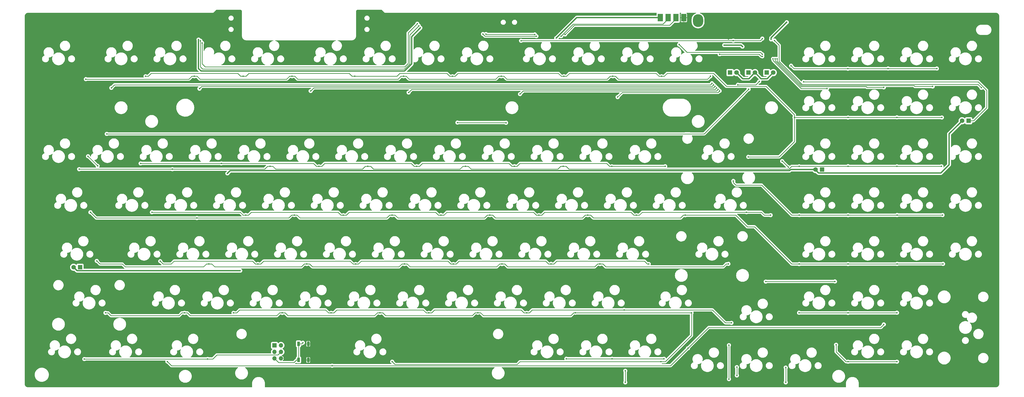
<source format=gbr>
G04 #@! TF.GenerationSoftware,KiCad,Pcbnew,(5.99.0-7511-ga134567838)*
G04 #@! TF.CreationDate,2021-01-29T23:07:12-08:00*
G04 #@! TF.ProjectId,gh80-1800,67683830-2d31-4383-9030-2e6b69636164,rev?*
G04 #@! TF.SameCoordinates,Original*
G04 #@! TF.FileFunction,Copper,L1,Top*
G04 #@! TF.FilePolarity,Positive*
%FSLAX46Y46*%
G04 Gerber Fmt 4.6, Leading zero omitted, Abs format (unit mm)*
G04 Created by KiCad (PCBNEW (5.99.0-7511-ga134567838)) date 2021-01-29 23:07:12*
%MOMM*%
%LPD*%
G01*
G04 APERTURE LIST*
G04 #@! TA.AperFunction,SMDPad,CuDef*
%ADD10R,1.000000X1.700000*%
G04 #@! TD*
G04 #@! TA.AperFunction,ComponentPad*
%ADD11R,1.800000X1.800000*%
G04 #@! TD*
G04 #@! TA.AperFunction,ComponentPad*
%ADD12C,1.800000*%
G04 #@! TD*
G04 #@! TA.AperFunction,ComponentPad*
%ADD13R,1.700000X1.700000*%
G04 #@! TD*
G04 #@! TA.AperFunction,ComponentPad*
%ADD14O,1.700000X1.700000*%
G04 #@! TD*
G04 #@! TA.AperFunction,ComponentPad*
%ADD15R,2.000000X3.000000*%
G04 #@! TD*
G04 #@! TA.AperFunction,ComponentPad*
%ADD16R,1.778000X1.778000*%
G04 #@! TD*
G04 #@! TA.AperFunction,ComponentPad*
%ADD17C,1.778000*%
G04 #@! TD*
G04 #@! TA.AperFunction,ComponentPad*
%ADD18O,4.000000X5.000000*%
G04 #@! TD*
G04 #@! TA.AperFunction,ViaPad*
%ADD19C,0.600000*%
G04 #@! TD*
G04 #@! TA.AperFunction,Conductor*
%ADD20C,0.250000*%
G04 #@! TD*
G04 #@! TA.AperFunction,Conductor*
%ADD21C,0.500000*%
G04 #@! TD*
G04 #@! TA.AperFunction,Conductor*
%ADD22C,0.200000*%
G04 #@! TD*
G04 APERTURE END LIST*
D10*
X106900000Y-126975000D03*
X106900000Y-120675000D03*
X103100000Y-120675000D03*
X103100000Y-126975000D03*
D11*
X271383000Y-14882800D03*
D12*
X273923000Y-14882800D03*
D11*
X278527000Y-14882800D03*
D12*
X281067000Y-14882800D03*
D11*
X285671000Y-14882800D03*
D12*
X288211000Y-14882800D03*
D13*
X93730000Y-121285000D03*
D14*
X96270000Y-121285000D03*
X93730000Y-123825000D03*
X96270000Y-123825000D03*
X93730000Y-126365000D03*
X96270000Y-126365000D03*
D15*
X253350314Y6548443D03*
X250302314Y6548443D03*
X247254314Y6548443D03*
X244206314Y6548443D03*
D16*
X307260882Y-52705040D03*
D17*
X304720882Y-52705040D03*
D16*
X364410930Y-33655024D03*
D17*
X361870930Y-33655024D03*
D16*
X17938764Y-90805072D03*
D17*
X15398764Y-90805072D03*
D18*
X258898635Y5357817D03*
D19*
X272653354Y-9525008D03*
X278998314Y-671557D03*
X270798314Y-1781557D03*
X291108057Y-1785939D03*
X135731364Y7739069D03*
X107156340Y-122634478D03*
X177998587Y2976565D03*
X283964301Y-4167191D03*
X64128314Y-2001557D03*
X287391894Y-1930225D03*
X75378314Y-14287512D03*
X75378314Y-54201557D03*
X269081476Y-4167191D03*
X293489309Y4762504D03*
X150614189Y2567200D03*
X276225232Y-4762504D03*
X80370830Y-92144073D03*
X203597046Y-1425001D03*
X272653354Y-2410940D03*
X189878314Y-2451557D03*
X104775088Y-120253226D03*
X283964301Y-1612500D03*
X288131492Y-9525008D03*
X309178314Y-21101557D03*
X270928314Y-121201557D03*
X285278314Y-96401557D03*
X270928314Y-134451557D03*
X312278314Y-96351557D03*
X264914285Y-19645329D03*
X64478314Y-21151557D03*
X265509598Y-20240642D03*
X107828314Y-22051557D03*
X146028314Y-22651557D03*
X266104911Y-20835955D03*
X165078314Y-34371862D03*
X189478314Y-23251557D03*
X184028314Y-34451557D03*
X266700224Y-21431268D03*
X267295537Y-22026581D03*
X227528314Y-24451557D03*
X283964301Y-7739069D03*
X251528314Y-3951557D03*
X51978314Y-127591557D03*
X116228314Y-129201557D03*
X331328314Y-113109470D03*
X288931495Y-9525008D03*
X254978314Y-122401557D03*
X331328314Y-20651557D03*
X289731498Y-9525008D03*
X274023049Y-129756822D03*
X350378314Y-20298957D03*
X274028314Y-133001557D03*
X134894783Y-108585088D03*
X27828314Y-108601557D03*
X256328314Y-108601557D03*
X211078314Y-108551557D03*
X58678314Y-108585088D03*
X96778314Y-108601557D03*
X244428314Y-127651557D03*
X173028314Y-108551557D03*
X139618314Y-127631557D03*
X67668314Y-126591557D03*
X49178314Y-88451557D03*
X207538314Y-126501557D03*
X245636860Y-126510103D03*
X163478314Y-89551557D03*
X201578314Y-89501557D03*
X125378314Y-89551557D03*
X87294799Y-89535072D03*
X239678314Y-89551557D03*
X225378314Y-126501557D03*
X19568314Y-126611557D03*
X77728314Y-108601557D03*
X192078314Y-108601557D03*
X271928314Y-112501557D03*
X115828314Y-108601557D03*
X153928314Y-108601557D03*
X230128314Y-107451557D03*
X264318972Y-19050016D03*
X21028314Y-47514847D03*
X30122841Y-20835955D03*
X24765024Y-51251557D03*
X352028314Y-13301557D03*
X295178314Y-12201557D03*
X283961898Y-8545273D03*
X100607897Y-16311573D03*
X20175017Y-17436574D03*
X182165778Y-16311573D03*
X267295537Y-7739069D03*
X317328314Y-13351557D03*
X225623627Y-16311573D03*
X144068298Y-16311573D03*
X263723659Y-16311573D03*
X333028314Y-13301557D03*
X62507865Y-16311573D03*
X158678314Y-70451557D03*
X317378314Y-108601557D03*
X277778314Y-69351557D03*
X45938314Y-69351557D03*
X287194815Y-70485056D03*
X298278314Y-108551557D03*
X82528314Y-70451557D03*
X336478314Y-108551557D03*
X234878314Y-70501557D03*
X120578314Y-70501557D03*
X196828314Y-70501557D03*
X274439293Y-19645329D03*
X282742010Y-18344692D03*
X65484430Y-3295441D03*
X149423563Y4177200D03*
X195262664Y0D03*
X176212648Y154687D03*
X207034321Y-29442D03*
X175022022Y154687D03*
X205504879Y-675000D03*
X64889117Y-2483983D03*
X150018876Y3367200D03*
X195863706Y-675000D03*
X317394799Y-89535072D03*
X336528314Y-89501557D03*
X101478314Y-70451557D03*
X21968314Y-69361557D03*
X354428314Y-89501557D03*
X177744815Y-70485056D03*
X215894815Y-70485056D03*
X253928314Y-70501557D03*
X298328314Y-89551557D03*
X63478314Y-71601557D03*
X139644815Y-70485056D03*
X244673643Y-16306228D03*
X353978314Y-32385024D03*
X43468298Y-16311573D03*
X296494847Y-32385024D03*
X336478314Y-32351557D03*
X278488314Y-47751557D03*
X163115762Y-16311573D03*
X317378314Y-32401557D03*
X81568298Y-16311573D03*
X206573611Y-16311573D03*
X125018298Y-16311573D03*
X298328314Y-51435040D03*
X17578314Y-52551557D03*
X206328314Y-51451557D03*
X336494831Y-51435040D03*
X353828314Y-51435040D03*
X92028314Y-51451557D03*
X130128314Y-51451557D03*
X317428314Y-51401557D03*
X168228314Y-51451557D03*
X53928314Y-52551557D03*
X73019832Y-50310039D03*
X354228314Y-70451557D03*
X111078314Y-51451557D03*
X317394815Y-70485056D03*
X272653354Y-57150048D03*
X149178314Y-51401557D03*
X225328314Y-51451557D03*
X187278314Y-51401557D03*
X298394815Y-70485056D03*
X41536796Y-50310039D03*
X336528314Y-70451557D03*
X246088314Y-51421557D03*
X230528314Y-131201557D03*
X288726805Y-2381252D03*
X293078314Y-135701557D03*
X293078314Y-129951557D03*
X369378314Y-20801557D03*
X230528314Y-135701557D03*
X312728314Y-121051557D03*
X220628314Y-89551557D03*
X24438314Y-88341557D03*
X106344799Y-89535072D03*
X68178314Y-89501557D03*
X144444799Y-89535072D03*
X336478314Y-127635104D03*
X317394767Y-127635104D03*
X270728314Y-89501557D03*
X182478314Y-89551557D03*
X294114309Y-51792231D03*
X291673683Y-49410979D03*
X28318314Y-38801557D03*
X278606484Y-21401581D03*
X300037752Y-18454703D03*
D20*
X106900000Y-120675000D02*
X106900000Y-122378138D01*
X106900000Y-122378138D02*
X107156340Y-122634478D01*
X271908314Y-671557D02*
X270798314Y-1781557D01*
X278998314Y-671557D02*
X271908314Y-671557D01*
D21*
X356760029Y-38765925D02*
X360981931Y-34544023D01*
X203597046Y-1425001D02*
X211570490Y6548443D01*
X276304277Y-17264077D02*
X278685723Y-17264077D01*
X287391894Y-1334911D02*
X293489309Y4762504D01*
X294529049Y-53135051D02*
X76444820Y-53135051D01*
X360981931Y-34544023D02*
X361870930Y-33655024D01*
X285829723Y-17264077D02*
X288211000Y-14882800D01*
X269081476Y-4167191D02*
X275629919Y-4167191D01*
X304720882Y-52903483D02*
X305861440Y-54044041D01*
X281067000Y-14882800D02*
X283448277Y-17264077D01*
X304720882Y-52705040D02*
X304720882Y-52903483D01*
X144395426Y-14287512D02*
X65114269Y-14287512D01*
X211570490Y6548443D02*
X220456314Y6548443D01*
X305861440Y-54044041D02*
X353567263Y-54044041D01*
X147209853Y-837136D02*
X147209853Y-11473085D01*
X304720882Y-52705040D02*
X294959060Y-52705040D01*
X15398764Y-90805072D02*
X16737765Y-92144073D01*
X64128314Y-13301557D02*
X64128314Y-2001557D01*
X294959060Y-52705040D02*
X294529049Y-53135051D01*
X220456314Y6548443D02*
X244206314Y6548443D01*
X273923000Y-14882800D02*
X276304277Y-17264077D01*
X150614189Y2567200D02*
X147209853Y-837136D01*
X65114269Y-14287512D02*
X64128314Y-13301557D01*
X76444820Y-53135051D02*
X75378314Y-54201557D01*
X278685723Y-17264077D02*
X280167001Y-15782799D01*
X16737765Y-92144073D02*
X80370830Y-92144073D01*
X287391894Y-1930225D02*
X287391894Y-1334911D01*
X275629919Y-4167191D02*
X276225232Y-4762504D01*
X353567263Y-54044041D02*
X356760029Y-50851275D01*
X280167001Y-15782799D02*
X281067000Y-14882800D01*
X147209853Y-11473085D02*
X144395426Y-14287512D01*
X283448277Y-17264077D02*
X285829723Y-17264077D01*
X356760029Y-50851275D02*
X356760029Y-38765925D01*
D20*
X103100000Y-126975000D02*
X103100000Y-120675000D01*
X271462728Y-2410940D02*
X272653354Y-2410940D01*
X189918931Y-2410940D02*
X271462728Y-2410940D01*
X102350000Y-126975000D02*
X103100000Y-126975000D01*
X95357295Y-127992295D02*
X101332705Y-127992295D01*
X283964301Y-1612500D02*
X283165861Y-2410940D01*
X283165861Y-2410940D02*
X272653354Y-2410940D01*
X93730000Y-126365000D02*
X95357295Y-127992295D01*
X103100000Y-120675000D02*
X104353314Y-120675000D01*
X189878314Y-2451557D02*
X189918931Y-2410940D01*
X104353314Y-120675000D02*
X104775088Y-120253226D01*
X101332705Y-127992295D02*
X102350000Y-126975000D01*
X299148841Y-21101557D02*
X309178314Y-21101557D01*
X270928314Y-121201557D02*
X270928314Y-134451557D01*
X288131492Y-9525008D02*
X288131492Y-10084208D01*
X288131492Y-10084208D02*
X299148841Y-21101557D01*
X312278314Y-96351557D02*
X285278314Y-96351557D01*
X264318972Y-20240642D02*
X65389229Y-20240642D01*
X65389229Y-20240642D02*
X64478314Y-21151557D01*
X264914285Y-19645329D02*
X264318972Y-20240642D01*
X265509598Y-20240642D02*
X264914285Y-20835955D01*
X264914285Y-20835955D02*
X109043916Y-20835955D01*
X109043916Y-20835955D02*
X107828314Y-22051557D01*
X265509598Y-21431268D02*
X147248603Y-21431268D01*
X147248603Y-21431268D02*
X146028314Y-22651557D01*
X266104911Y-20835955D02*
X265509598Y-21431268D01*
X266104911Y-22026581D02*
X190703290Y-22026581D01*
X165078314Y-34371862D02*
X183948619Y-34371862D01*
X266700224Y-21431268D02*
X266104911Y-22026581D01*
X183948619Y-34371862D02*
X184028314Y-34451557D01*
X190703290Y-22026581D02*
X189478314Y-23251557D01*
X229357977Y-22621894D02*
X227528314Y-24451557D01*
X267295537Y-22026581D02*
X266700224Y-22621894D01*
X266700224Y-22621894D02*
X229357977Y-22621894D01*
X254561765Y-6985008D02*
X251528314Y-3951557D01*
X283964301Y-7739069D02*
X283210240Y-6985008D01*
X283210240Y-6985008D02*
X254561765Y-6985008D01*
X324471819Y-20385945D02*
X324737431Y-20651557D01*
X248128314Y-129201557D02*
X188521173Y-129201557D01*
X300037752Y-20385945D02*
X324471819Y-20385945D01*
X132116915Y-129210531D02*
X132107941Y-129201557D01*
X331328314Y-113109470D02*
X330137688Y-114300096D01*
X188512199Y-129210531D02*
X132116915Y-129210531D01*
X188521173Y-129201557D02*
X188512199Y-129210531D01*
X116228314Y-129201557D02*
X53588314Y-129201557D01*
X299069638Y-20385944D02*
X300037752Y-20385945D01*
X330137688Y-114300096D02*
X263029775Y-114300096D01*
X132107941Y-129201557D02*
X116228314Y-129201557D01*
X263029775Y-114300096D02*
X248128314Y-129201557D01*
X288931495Y-10247801D02*
X299069638Y-20385944D01*
X53588314Y-129201557D02*
X51978314Y-127591557D01*
X324737431Y-20651557D02*
X331328314Y-20651557D01*
X288931495Y-9525008D02*
X288931495Y-10247801D01*
X289731498Y-9525008D02*
X289731498Y-10411394D01*
X343434847Y-20298957D02*
X350378314Y-20298957D01*
X299256039Y-19935935D02*
X343071825Y-19935935D01*
X274023049Y-129756822D02*
X274023049Y-132996292D01*
X289731498Y-10411394D02*
X299256039Y-19935935D01*
X274023049Y-132996292D02*
X274028314Y-133001557D01*
X343071825Y-19935935D02*
X343434847Y-20298957D01*
X190500800Y-127635520D02*
X206344351Y-127635520D01*
X29986846Y-109710089D02*
X56503313Y-109710089D01*
X210394783Y-108585088D02*
X256328314Y-108585088D01*
X60853315Y-109710089D02*
X94603313Y-109710089D01*
X137053315Y-109710089D02*
X170819782Y-109710089D01*
X133828314Y-108585088D02*
X134894783Y-108585088D01*
X135928314Y-108585088D02*
X137053315Y-109710089D01*
X94603313Y-109710089D02*
X95728314Y-108585088D01*
X170819782Y-109710089D02*
X171978314Y-108551557D01*
X244412277Y-127635520D02*
X244428314Y-127651557D01*
X175236846Y-109710089D02*
X209269782Y-109710089D01*
X209269782Y-109710089D02*
X210394783Y-108585088D01*
X57628314Y-108585088D02*
X59728314Y-108585088D01*
X256328314Y-117405059D02*
X246081816Y-127651557D01*
X256328314Y-108601557D02*
X256328314Y-117405059D01*
X188325799Y-128760521D02*
X189450800Y-127635520D01*
X132703313Y-109710089D02*
X133828314Y-108585088D01*
X97828314Y-108585088D02*
X98953315Y-109710089D01*
X206344351Y-127635520D02*
X244412277Y-127635520D01*
X134894783Y-108585088D02*
X135928314Y-108585088D01*
X98953315Y-109710089D02*
X132703313Y-109710089D01*
X189450800Y-127635520D02*
X190500800Y-127635520D01*
X140747278Y-128760521D02*
X188325799Y-128760521D01*
X95728314Y-108585088D02*
X97828314Y-108585088D01*
X171978314Y-108551557D02*
X174078314Y-108551557D01*
X246081816Y-127651557D02*
X244428314Y-127651557D01*
X28878314Y-108601557D02*
X29986846Y-109710089D01*
X139618314Y-127631557D02*
X140747278Y-128760521D01*
X56503313Y-109710089D02*
X57628314Y-108585088D01*
X27828314Y-108601557D02*
X28878314Y-108601557D01*
X174078314Y-108551557D02*
X175236846Y-109710089D01*
X59728314Y-108585088D02*
X60853315Y-109710089D01*
X88378314Y-89535072D02*
X89503315Y-88410071D01*
X124328314Y-89551557D02*
X126428314Y-89551557D01*
X239128314Y-89551557D02*
X239678314Y-89551557D01*
X85153313Y-88410071D02*
X86278314Y-89535072D01*
X225386860Y-126510103D02*
X225378314Y-126501557D01*
X71279870Y-125000001D02*
X69678314Y-126601557D01*
X245636860Y-126510103D02*
X225386860Y-126510103D01*
X161336828Y-88410071D02*
X162478314Y-89551557D01*
X162478314Y-89551557D02*
X164578314Y-89551557D01*
X50261829Y-89535072D02*
X53437544Y-89535072D01*
X67668314Y-126591557D02*
X19588314Y-126591557D01*
X126428314Y-89551557D02*
X127569800Y-88410071D01*
X123186828Y-88410071D02*
X124328314Y-89551557D01*
X225378314Y-126501557D02*
X207538314Y-126501557D01*
X87294799Y-89535072D02*
X88378314Y-89535072D01*
X95094999Y-125000001D02*
X71279870Y-125000001D01*
X53437544Y-89535072D02*
X54562545Y-88410071D01*
X89503315Y-88410071D02*
X123186828Y-88410071D01*
X69678314Y-126601557D02*
X69668314Y-126591557D01*
X19588314Y-126591557D02*
X19568314Y-126611557D01*
X96270000Y-123825000D02*
X95094999Y-125000001D01*
X127569800Y-88410071D02*
X161336828Y-88410071D01*
X237986828Y-88410071D02*
X239128314Y-89551557D01*
X203803315Y-88410071D02*
X237986828Y-88410071D01*
X164578314Y-89551557D02*
X165719800Y-88410071D01*
X49178314Y-88451557D02*
X50261829Y-89535072D01*
X69668314Y-126591557D02*
X67668314Y-126591557D01*
X202678314Y-89535072D02*
X203803315Y-88410071D01*
X54562545Y-88410071D02*
X85153313Y-88410071D01*
X86278314Y-89535072D02*
X87294799Y-89535072D01*
X200578314Y-89535072D02*
X202678314Y-89535072D01*
X165719800Y-88410071D02*
X199453313Y-88410071D01*
X199453313Y-88410071D02*
X200578314Y-89535072D01*
X113653313Y-107460087D02*
X114778314Y-108585088D01*
X77728314Y-108601557D02*
X78978314Y-108601557D01*
X189903313Y-107460087D02*
X191028314Y-108585088D01*
X193128314Y-108585088D02*
X194253315Y-107460087D01*
X264525223Y-107460087D02*
X269566693Y-112501557D01*
X78978314Y-108601557D02*
X80119784Y-107460087D01*
X151753313Y-107460087D02*
X152878314Y-108585088D01*
X191028314Y-108585088D02*
X193128314Y-108585088D01*
X269566693Y-112501557D02*
X271928314Y-112501557D01*
X80119784Y-107460087D02*
X113653313Y-107460087D01*
X116878314Y-108585088D02*
X118003315Y-107460087D01*
X118003315Y-107460087D02*
X151753313Y-107460087D01*
X152878314Y-108585088D02*
X154978314Y-108585088D01*
X156103315Y-107460087D02*
X189903313Y-107460087D01*
X114778314Y-108585088D02*
X116878314Y-108585088D01*
X194253315Y-107460087D02*
X264525223Y-107460087D01*
X154978314Y-108585088D02*
X156103315Y-107460087D01*
X263723659Y-19645329D02*
X34528154Y-19645329D01*
X34528154Y-19645329D02*
X31313467Y-19645329D01*
X264318972Y-19050016D02*
X263723659Y-19645329D01*
X24765024Y-51251557D02*
X21028314Y-47514847D01*
X31313467Y-19645329D02*
X30122841Y-20835955D01*
X64682866Y-17436574D02*
X98432896Y-17436574D01*
X295178314Y-12201557D02*
X296311765Y-13335008D01*
X99557897Y-16311573D02*
X100607897Y-16311573D01*
X100607897Y-16311573D02*
X101657897Y-16311573D01*
X283961898Y-8545273D02*
X283537634Y-8545273D01*
X223448626Y-17436574D02*
X224573627Y-16311573D01*
X351994863Y-13335008D02*
X352028314Y-13301557D01*
X61457865Y-16311573D02*
X62507865Y-16311573D01*
X182165778Y-16311573D02*
X183215778Y-16311573D01*
X62507865Y-16311573D02*
X63557865Y-16311573D01*
X227798628Y-17436574D02*
X261548658Y-17436574D01*
X144065746Y-16311573D02*
X144068298Y-16311573D01*
X184340779Y-17436574D02*
X223448626Y-17436574D01*
X102782898Y-17436574D02*
X141890745Y-17436574D01*
X183215778Y-16311573D02*
X184340779Y-17436574D01*
X262598658Y-17436574D02*
X263723659Y-16311573D01*
X144068298Y-16311573D02*
X145115746Y-16311573D01*
X141890745Y-17436574D02*
X143015746Y-16311573D01*
X283537634Y-8545273D02*
X282731430Y-7739069D01*
X20175017Y-17436574D02*
X21225017Y-17436574D01*
X63557865Y-16311573D02*
X64682866Y-17436574D01*
X101657897Y-16311573D02*
X102782898Y-17436574D01*
X143015746Y-16311573D02*
X144065746Y-16311573D01*
X179990777Y-17436574D02*
X181115778Y-16311573D01*
X181115778Y-16311573D02*
X182165778Y-16311573D01*
X146240747Y-17436574D02*
X179990777Y-17436574D01*
X60332864Y-17436574D02*
X61457865Y-16311573D01*
X98432896Y-17436574D02*
X99557897Y-16311573D01*
X224573627Y-16311573D02*
X225623627Y-16311573D01*
X225623627Y-16311573D02*
X226673627Y-16311573D01*
X261548658Y-17436574D02*
X262598658Y-17436574D01*
X282731430Y-7739069D02*
X267295537Y-7739069D01*
X226673627Y-16311573D02*
X227798628Y-17436574D01*
X296311765Y-13335008D02*
X351994863Y-13335008D01*
X145115746Y-16311573D02*
X146240747Y-17436574D01*
X21225017Y-17436574D02*
X60332864Y-17436574D01*
X233878314Y-70485056D02*
X235978314Y-70485056D01*
X45938314Y-69351557D02*
X45946812Y-69360055D01*
X160903315Y-69360055D02*
X194686812Y-69360055D01*
X336444783Y-108585088D02*
X336478314Y-108551557D01*
X195828314Y-70501557D02*
X197928314Y-70501557D01*
X157678314Y-70485056D02*
X159778314Y-70485056D01*
X80386812Y-69360055D02*
X81478314Y-70451557D01*
X83578314Y-70451557D02*
X84669816Y-69360055D01*
X298278314Y-108551557D02*
X298311845Y-108585088D01*
X232753313Y-69360055D02*
X233878314Y-70485056D01*
X122853315Y-69360055D02*
X156553313Y-69360055D01*
X298311845Y-108585088D02*
X336444783Y-108585088D01*
X119628314Y-70485056D02*
X121728314Y-70485056D01*
X118503313Y-69360055D02*
X119628314Y-70485056D01*
X81478314Y-70451557D02*
X83578314Y-70451557D01*
X283575239Y-69360055D02*
X284700240Y-70485056D01*
X199069816Y-69360055D02*
X232753313Y-69360055D01*
X284700240Y-70485056D02*
X287194815Y-70485056D01*
X159778314Y-70485056D02*
X160903315Y-69360055D01*
X121728314Y-70485056D02*
X122853315Y-69360055D01*
X194686812Y-69360055D02*
X195828314Y-70501557D01*
X235978314Y-70485056D02*
X237103315Y-69360055D01*
X84669816Y-69360055D02*
X118503313Y-69360055D01*
X156553313Y-69360055D02*
X157678314Y-70485056D01*
X45946812Y-69360055D02*
X80386812Y-69360055D01*
X237103315Y-69360055D02*
X283575239Y-69360055D01*
X197928314Y-70501557D02*
X199069816Y-69360055D01*
X281441373Y-19645329D02*
X282742010Y-18344692D01*
X275629919Y-19645329D02*
X281441373Y-19645329D01*
X274439293Y-19645329D02*
X275629919Y-19645329D01*
X250302314Y6048443D02*
X250302314Y6548443D01*
X149423563Y4177200D02*
X145851685Y605322D01*
X222645499Y3571878D02*
X247825749Y3571878D01*
X211312314Y3571878D02*
X210635641Y3571878D01*
X207034321Y-29442D02*
X209593750Y2529987D01*
X65484430Y-11446880D02*
X66675056Y-12637506D01*
X210626263Y3562500D02*
X210040328Y2976565D01*
X195262664Y0D02*
X176367335Y0D01*
X210040328Y2976565D02*
X209593750Y2529987D01*
X247825749Y3571878D02*
X250302314Y6048443D01*
X145851685Y605322D02*
X145851685Y-11310947D01*
X144525126Y-12637506D02*
X66675056Y-12637506D01*
X210635641Y3571878D02*
X210040328Y2976565D01*
X222645499Y3571878D02*
X211312314Y3571878D01*
X145851685Y-11310947D02*
X144525126Y-12637506D01*
X176367335Y0D02*
X176212648Y154687D01*
X65484430Y-3295441D02*
X65484430Y-11446880D01*
X221617369Y4021888D02*
X210201767Y4021888D01*
X146446998Y-11422754D02*
X146446998Y-204678D01*
X221617369Y4021888D02*
X245227759Y4021888D01*
X210201767Y4021888D02*
X209172322Y2992443D01*
X65664266Y-13487509D02*
X66675056Y-13487509D01*
X146446998Y-204678D02*
X150018876Y3367200D01*
X245227759Y4021888D02*
X247254314Y6048443D01*
X195863706Y-675000D02*
X175851709Y-675000D01*
X175851709Y-675000D02*
X175022022Y154687D01*
X64834429Y-12657672D02*
X65664266Y-13487509D01*
X64834429Y-2538671D02*
X64834429Y-12657672D01*
X144382243Y-13487509D02*
X146446998Y-11422754D01*
X209172322Y2992443D02*
X205504879Y-675000D01*
X66675056Y-13487509D02*
X144382243Y-13487509D01*
X247254314Y6048443D02*
X247254314Y6548443D01*
D22*
X64889117Y-2483983D02*
X64834429Y-2538671D01*
D20*
X252053313Y-71610057D02*
X253178314Y-70485056D01*
X218103315Y-71610057D02*
X252053313Y-71610057D01*
X336494799Y-89535072D02*
X336528314Y-89501557D01*
X214878314Y-70485056D02*
X215894815Y-70485056D01*
X253178314Y-70485056D02*
X273576330Y-70485056D01*
X273576330Y-70485056D02*
X278115437Y-75024163D01*
X278115437Y-75024163D02*
X280904965Y-75024163D01*
X317394799Y-89535072D02*
X336494799Y-89535072D01*
X24216814Y-71610057D02*
X99269814Y-71610057D01*
X215894815Y-70485056D02*
X216978314Y-70485056D01*
X179903315Y-71610057D02*
X213753313Y-71610057D01*
X295415874Y-89535072D02*
X297515874Y-89535072D01*
X354428314Y-89501557D02*
X336528314Y-89501557D01*
X176678314Y-70485056D02*
X177744815Y-70485056D01*
X280904965Y-75024163D02*
X295415874Y-89535072D01*
X99269814Y-71610057D02*
X100428314Y-70451557D01*
X137503313Y-71610057D02*
X138628314Y-70485056D01*
X103686814Y-71610057D02*
X137503313Y-71610057D01*
X175553313Y-71610057D02*
X176678314Y-70485056D01*
X213753313Y-71610057D02*
X214878314Y-70485056D01*
X139644815Y-70485056D02*
X140728314Y-70485056D01*
X177744815Y-70485056D02*
X178778314Y-70485056D01*
X141853315Y-71610057D02*
X175553313Y-71610057D01*
X100428314Y-70451557D02*
X102528314Y-70451557D01*
X140728314Y-70485056D02*
X141853315Y-71610057D01*
X297515874Y-89535072D02*
X317394799Y-89535072D01*
X178778314Y-70485056D02*
X179903315Y-71610057D01*
X216978314Y-70485056D02*
X218103315Y-71610057D01*
X138628314Y-70485056D02*
X139644815Y-70485056D01*
X102528314Y-70451557D02*
X103686814Y-71610057D01*
X21968314Y-69361557D02*
X24216814Y-71610057D01*
X206573611Y-16311573D02*
X207623611Y-16311573D01*
X83732882Y-15186572D02*
X122840729Y-15186572D01*
X243623643Y-16311573D02*
X244673643Y-16311573D01*
X207623611Y-16311573D02*
X208748612Y-15186572D01*
X122840729Y-15186572D02*
X123965730Y-16311573D01*
X81568298Y-16311573D02*
X82607881Y-16311573D01*
X244673643Y-16311573D02*
X245723643Y-16311573D01*
X81557881Y-16311573D02*
X81568298Y-16311573D01*
X208748612Y-15186572D02*
X242498642Y-15186572D01*
X296465874Y-41769406D02*
X290483723Y-47751557D01*
X296465874Y-32385024D02*
X296465874Y-41769406D01*
X43468298Y-16311573D02*
X44507849Y-16311573D01*
X296465874Y-31335024D02*
X296465874Y-32385024D01*
X160940761Y-15186572D02*
X162065762Y-16311573D01*
X125015730Y-16311573D02*
X125018298Y-16311573D01*
X142571373Y-15186572D02*
X160940761Y-15186572D01*
X297515874Y-32385024D02*
X353978314Y-32385024D01*
X125018298Y-16311573D02*
X141446372Y-16311573D01*
X82607881Y-16311573D02*
X83732882Y-15186572D01*
X246848644Y-15186572D02*
X264914285Y-15186572D01*
X245723643Y-16311573D02*
X246848644Y-15186572D01*
X296465874Y-32385024D02*
X296494847Y-32385024D01*
X242498642Y-15186572D02*
X243623643Y-16311573D01*
X165290763Y-15186572D02*
X204398610Y-15186572D01*
X162065762Y-16311573D02*
X163115762Y-16311573D01*
X204398610Y-15186572D02*
X205523611Y-16311573D01*
X264914285Y-15186572D02*
X269998043Y-20270330D01*
X45632850Y-15186572D02*
X79382880Y-15186572D01*
X44507849Y-16311573D02*
X45632850Y-15186572D01*
X43457849Y-16311573D02*
X43468298Y-16311573D01*
X123965730Y-16311573D02*
X125015730Y-16311573D01*
X80507881Y-16311573D02*
X81557881Y-16311573D01*
X205523611Y-16311573D02*
X206573611Y-16311573D01*
X296494847Y-32385024D02*
X297515874Y-32385024D01*
X164165762Y-16311573D02*
X165290763Y-15186572D01*
X290483723Y-47751557D02*
X278488314Y-47751557D01*
X163115762Y-16311573D02*
X164165762Y-16311573D01*
X79382880Y-15186572D02*
X80507881Y-16311573D01*
X285401180Y-20270330D02*
X296465874Y-31335024D01*
X269998043Y-20270330D02*
X285401180Y-20270330D01*
X141446372Y-16311573D02*
X142571373Y-15186572D01*
X17578314Y-52551557D02*
X17586798Y-52560041D01*
X132336798Y-52560041D02*
X166053313Y-52560041D01*
X336494831Y-51435040D02*
X353828314Y-51435040D01*
X207428314Y-51435040D02*
X208553315Y-52560041D01*
X89869830Y-52560041D02*
X90978314Y-51451557D01*
X94186798Y-52560041D02*
X128019830Y-52560041D01*
X251015835Y-52560041D02*
X294290873Y-52560041D01*
X170403315Y-52560041D02*
X204203313Y-52560041D01*
X128019830Y-52560041D02*
X129128314Y-51451557D01*
X205328314Y-51435040D02*
X207428314Y-51435040D01*
X316565890Y-51435040D02*
X336494831Y-51435040D01*
X131228314Y-51451557D02*
X132336798Y-52560041D01*
X129128314Y-51451557D02*
X131228314Y-51451557D01*
X204203313Y-52560041D02*
X205328314Y-51435040D01*
X294290873Y-52560041D02*
X295415874Y-51435040D01*
X93078314Y-51451557D02*
X94186798Y-52560041D01*
X167178314Y-51435040D02*
X169278314Y-51435040D01*
X166053313Y-52560041D02*
X167178314Y-51435040D01*
X295415874Y-51435040D02*
X316565890Y-51435040D01*
X169278314Y-51435040D02*
X170403315Y-52560041D01*
X17586798Y-52560041D02*
X89869830Y-52560041D01*
X90978314Y-51451557D02*
X93078314Y-51451557D01*
X208553315Y-52560041D02*
X251015835Y-52560041D01*
X110078314Y-51435040D02*
X112178314Y-51435040D01*
X185136796Y-50310039D02*
X186228314Y-51401557D01*
X148178314Y-51401557D02*
X150278314Y-51401557D01*
X112178314Y-51435040D02*
X113303315Y-50310039D01*
X297515874Y-70485056D02*
X298394815Y-70485056D01*
X273659550Y-58751557D02*
X283678314Y-58751557D01*
X246074831Y-51435040D02*
X246088314Y-51421557D01*
X336528314Y-70451557D02*
X354228314Y-70451557D01*
X272653354Y-57150048D02*
X272653354Y-57745361D01*
X286075864Y-61145046D02*
X295415874Y-70485056D01*
X317394815Y-70485056D02*
X336494815Y-70485056D01*
X73019832Y-50310039D02*
X108953313Y-50310039D01*
X298394815Y-70485056D02*
X317394815Y-70485056D01*
X108953313Y-50310039D02*
X110078314Y-51435040D01*
X189419832Y-50310039D02*
X223236796Y-50310039D01*
X295415874Y-70485056D02*
X297515874Y-70485056D01*
X151369832Y-50310039D02*
X185136796Y-50310039D01*
X41536796Y-50310039D02*
X73019832Y-50310039D01*
X283678314Y-58751557D02*
X286071803Y-61145046D01*
X150278314Y-51401557D02*
X151369832Y-50310039D01*
X113303315Y-50310039D02*
X147086796Y-50310039D01*
X186228314Y-51401557D02*
X188328314Y-51401557D01*
X188328314Y-51401557D02*
X189419832Y-50310039D01*
X286071803Y-61145046D02*
X286075864Y-61145046D01*
X147086796Y-50310039D02*
X148178314Y-51401557D01*
X336494815Y-70485056D02*
X336528314Y-70451557D01*
X272653354Y-57745361D02*
X273659550Y-58751557D01*
X224361797Y-51435040D02*
X246074831Y-51435040D01*
X223236796Y-50310039D02*
X224361797Y-51435040D01*
X289322118Y-2976565D02*
X288726805Y-2381252D01*
X368062682Y-19485925D02*
X299442439Y-19485925D01*
X290512744Y-4167191D02*
X289322118Y-2976565D01*
X299442439Y-19485925D02*
X290512744Y-10556230D01*
X290512744Y-10556230D02*
X290512744Y-4167191D01*
X369378314Y-20801557D02*
X368062682Y-19485925D01*
X293078314Y-129951557D02*
X293078314Y-135701557D01*
X230528314Y-131201557D02*
X230528314Y-135701557D01*
X181478314Y-89551557D02*
X183578314Y-89551557D01*
X219678314Y-89551557D02*
X221778314Y-89551557D01*
X144444799Y-89535072D02*
X145478314Y-89535072D01*
X24438314Y-88341557D02*
X25648314Y-89551557D01*
X180369798Y-90660073D02*
X181478314Y-89551557D01*
X25648314Y-89551557D02*
X34404013Y-89551557D01*
X67178314Y-89535072D02*
X69278314Y-89535072D01*
X183578314Y-89551557D02*
X184686830Y-90660073D01*
X268719798Y-90660073D02*
X269878314Y-89501557D01*
X146603315Y-90660073D02*
X180369798Y-90660073D01*
X218569798Y-90660073D02*
X219678314Y-89551557D01*
X221778314Y-89551557D02*
X222886830Y-90660073D01*
X316565890Y-127635104D02*
X317394767Y-127635104D01*
X107428314Y-89535072D02*
X108553315Y-90660073D01*
X184686830Y-90660073D02*
X218569798Y-90660073D01*
X312728314Y-123797528D02*
X316565890Y-127635104D01*
X312728314Y-121051557D02*
X312728314Y-123797528D01*
X104203313Y-90660073D02*
X105328314Y-89535072D01*
X69278314Y-89535072D02*
X70403315Y-90660073D01*
X317394767Y-127635104D02*
X336478314Y-127635104D01*
X269878314Y-89501557D02*
X270728314Y-89501557D01*
X35512529Y-90660073D02*
X66053313Y-90660073D01*
X66053313Y-90660073D02*
X67178314Y-89535072D01*
X70403315Y-90660073D02*
X104203313Y-90660073D01*
X108553315Y-90660073D02*
X142253313Y-90660073D01*
X106344799Y-89535072D02*
X107428314Y-89535072D01*
X145478314Y-89535072D02*
X146603315Y-90660073D01*
X142253313Y-90660073D02*
X143378314Y-89535072D01*
X222886830Y-90660073D02*
X268719798Y-90660073D01*
X105328314Y-89535072D02*
X106344799Y-89535072D01*
X143378314Y-89535072D02*
X144444799Y-89535072D01*
X34404013Y-89551557D02*
X35512529Y-90660073D01*
X294114309Y-51792231D02*
X291733057Y-49410979D01*
X291733057Y-49410979D02*
X291673683Y-49410979D01*
X255649363Y-38801557D02*
X255643845Y-38796039D01*
X278606484Y-21401581D02*
X276790858Y-23217207D01*
X253868803Y-38796039D02*
X253863285Y-38801557D01*
X255643845Y-38796039D02*
X253868803Y-38796039D01*
X276790858Y-23217207D02*
X276790858Y-23246894D01*
X261236195Y-38801557D02*
X255649363Y-38801557D01*
X253863285Y-38801557D02*
X28318314Y-38801557D01*
X276790858Y-23246894D02*
X261236195Y-38801557D01*
X368131460Y-18454703D02*
X300037752Y-18454703D01*
X364417463Y-33661557D02*
X366308314Y-33661557D01*
X364410930Y-33655024D02*
X364417463Y-33661557D01*
X371428314Y-21751557D02*
X368131460Y-18454703D01*
X366308314Y-33661557D02*
X371428314Y-28541557D01*
X371428314Y-28541557D02*
X371428314Y-21751557D01*
G04 #@! TA.AperFunction,Conductor*
G36*
X135541441Y9601414D02*
G01*
X135553254Y9591325D01*
X136041820Y9102758D01*
X136521437Y8623141D01*
X136529006Y8613667D01*
X136529079Y8613729D01*
X136533649Y8608359D01*
X136537413Y8602394D01*
X136575948Y8568361D01*
X136580417Y8564161D01*
X136593124Y8551454D01*
X136595948Y8549337D01*
X136595951Y8549335D01*
X136602936Y8544099D01*
X136609095Y8539085D01*
X136639444Y8512282D01*
X136639449Y8512279D01*
X136644733Y8507612D01*
X136651894Y8504250D01*
X136653996Y8503263D01*
X136671294Y8492869D01*
X136673830Y8490968D01*
X136673832Y8490967D01*
X136679476Y8486737D01*
X136693711Y8481401D01*
X136723981Y8470054D01*
X136731306Y8466967D01*
X136767954Y8449760D01*
X136767955Y8449760D01*
X136774342Y8446761D01*
X136781312Y8445676D01*
X136781318Y8445674D01*
X136784459Y8445185D01*
X136803977Y8440065D01*
X136813548Y8436477D01*
X136855061Y8433392D01*
X136860951Y8432954D01*
X136868826Y8432050D01*
X136883951Y8429695D01*
X136901126Y8429695D01*
X136908463Y8429423D01*
X136956338Y8425865D01*
X136964066Y8427515D01*
X136984727Y8429695D01*
X242676315Y8429695D01*
X242734506Y8410788D01*
X242770470Y8361288D01*
X242770470Y8300102D01*
X242766369Y8289569D01*
X242743114Y8238647D01*
X242721290Y8190859D01*
X242700814Y8048443D01*
X242700814Y7397943D01*
X242681907Y7339752D01*
X242632407Y7303788D01*
X242601814Y7298943D01*
X211634187Y7298943D01*
X211619297Y7300069D01*
X211602544Y7302618D01*
X211602541Y7302618D01*
X211596856Y7303483D01*
X211545049Y7299269D01*
X211537023Y7298943D01*
X211527603Y7298943D01*
X211498268Y7295523D01*
X211494877Y7295188D01*
X211422453Y7289297D01*
X211416986Y7287526D01*
X211411340Y7286398D01*
X211411316Y7286520D01*
X211407969Y7285790D01*
X211407998Y7285669D01*
X211402404Y7284347D01*
X211396687Y7283680D01*
X211328355Y7258876D01*
X211325118Y7257765D01*
X211255989Y7235371D01*
X211251076Y7232390D01*
X211245845Y7229995D01*
X211245793Y7230108D01*
X211242701Y7228627D01*
X211242757Y7228515D01*
X211237615Y7225940D01*
X211232208Y7223977D01*
X211227395Y7220822D01*
X211227396Y7220822D01*
X211171454Y7184145D01*
X211168532Y7182301D01*
X211106397Y7144596D01*
X211103092Y7141677D01*
X211098072Y7137243D01*
X211095048Y7134936D01*
X211095096Y7134878D01*
X211090682Y7131187D01*
X211085875Y7128036D01*
X211081926Y7123867D01*
X211081922Y7123864D01*
X211035730Y7075102D01*
X211033863Y7073183D01*
X207155638Y3194957D01*
X203284723Y-675958D01*
X203257752Y-694913D01*
X203254081Y-696163D01*
X203182358Y-740287D01*
X203105846Y-787357D01*
X203105844Y-787359D01*
X203101131Y-790258D01*
X203097178Y-794129D01*
X203072301Y-818490D01*
X202972828Y-915901D01*
X202875550Y-1066847D01*
X202814131Y-1235594D01*
X202791625Y-1413754D01*
X202809148Y-1592474D01*
X202810896Y-1597728D01*
X202810896Y-1597729D01*
X202830011Y-1655191D01*
X202830438Y-1716375D01*
X202794820Y-1766125D01*
X202736072Y-1785440D01*
X190351360Y-1785440D01*
X190298315Y-1770030D01*
X190231422Y-1727578D01*
X190217777Y-1722719D01*
X190151474Y-1699110D01*
X190062251Y-1667339D01*
X190056764Y-1666685D01*
X190056761Y-1666684D01*
X189889433Y-1646732D01*
X189889430Y-1646732D01*
X189883937Y-1646077D01*
X189705345Y-1664847D01*
X189692576Y-1669194D01*
X189540585Y-1720936D01*
X189540581Y-1720938D01*
X189535349Y-1722719D01*
X189514382Y-1735618D01*
X189387114Y-1813913D01*
X189387112Y-1813915D01*
X189382399Y-1816814D01*
X189254096Y-1942457D01*
X189156818Y-2093403D01*
X189095399Y-2262150D01*
X189094705Y-2267642D01*
X189094705Y-2267643D01*
X189092153Y-2287842D01*
X189072893Y-2440310D01*
X189090416Y-2619030D01*
X189092164Y-2624284D01*
X189092164Y-2624285D01*
X189102379Y-2654991D01*
X189147099Y-2789426D01*
X189149964Y-2794157D01*
X189149966Y-2794161D01*
X189194679Y-2867990D01*
X189240125Y-2943029D01*
X189243967Y-2947008D01*
X189243969Y-2947010D01*
X189285083Y-2989584D01*
X189364869Y-3072205D01*
X189400133Y-3095281D01*
X189477757Y-3146077D01*
X189515132Y-3170535D01*
X189578922Y-3194258D01*
X189678253Y-3231199D01*
X189678255Y-3231200D01*
X189683446Y-3233130D01*
X189688938Y-3233863D01*
X189688939Y-3233863D01*
X189829213Y-3252579D01*
X189861445Y-3256880D01*
X189866951Y-3256379D01*
X189866953Y-3256379D01*
X189928707Y-3250759D01*
X190040282Y-3240605D01*
X190211070Y-3185113D01*
X190365319Y-3093162D01*
X190387326Y-3072205D01*
X190396208Y-3063747D01*
X190451387Y-3037310D01*
X190464480Y-3036440D01*
X197947551Y-3036440D01*
X198005742Y-3055347D01*
X198041706Y-3104847D01*
X198041706Y-3166033D01*
X198025300Y-3196727D01*
X197929893Y-3317750D01*
X197787609Y-3562710D01*
X197681259Y-3825274D01*
X197680417Y-3828665D01*
X197680416Y-3828667D01*
X197620827Y-4068559D01*
X197612966Y-4100204D01*
X197584093Y-4382014D01*
X197584230Y-4385505D01*
X197584230Y-4385510D01*
X197586667Y-4447536D01*
X197595214Y-4665080D01*
X197613007Y-4762504D01*
X197642234Y-4922536D01*
X197646109Y-4943756D01*
X197647216Y-4947074D01*
X197647217Y-4947078D01*
X197713605Y-5146064D01*
X197735763Y-5212480D01*
X197862385Y-5465891D01*
X198023450Y-5698932D01*
X198215744Y-5906955D01*
X198218454Y-5909162D01*
X198218458Y-5909165D01*
X198432720Y-6083601D01*
X198435430Y-6085807D01*
X198678125Y-6231922D01*
X198938987Y-6342382D01*
X199212810Y-6414985D01*
X199216283Y-6415396D01*
X199216288Y-6415397D01*
X199452435Y-6443347D01*
X199494131Y-6448282D01*
X199497620Y-6448200D01*
X199497625Y-6448200D01*
X199626761Y-6445156D01*
X199777337Y-6441608D01*
X199891272Y-6422644D01*
X199942687Y-6414086D01*
X200056778Y-6395096D01*
X200060110Y-6394042D01*
X200060115Y-6394041D01*
X200184133Y-6354819D01*
X200326877Y-6309675D01*
X200330035Y-6308159D01*
X200330039Y-6308157D01*
X200579084Y-6188567D01*
X200579085Y-6188566D01*
X200582245Y-6187049D01*
X200817788Y-6029664D01*
X200947499Y-5913485D01*
X201026194Y-5843000D01*
X201026197Y-5842997D01*
X201028805Y-5840661D01*
X201201446Y-5635281D01*
X201208831Y-5626495D01*
X201208832Y-5626494D01*
X201211087Y-5623811D01*
X201360995Y-5383441D01*
X201475539Y-5124347D01*
X201476487Y-5120984D01*
X201476490Y-5120977D01*
X201551483Y-4855069D01*
X201552434Y-4851698D01*
X201590146Y-4570934D01*
X201590226Y-4568401D01*
X201594024Y-4447536D01*
X201594024Y-4447527D01*
X201594103Y-4445008D01*
X201593628Y-4438295D01*
X201574343Y-4165927D01*
X201574342Y-4165921D01*
X201574095Y-4162431D01*
X201514472Y-3885491D01*
X201416422Y-3619716D01*
X201348390Y-3493630D01*
X201283564Y-3373485D01*
X201283563Y-3373483D01*
X201281903Y-3370407D01*
X201247479Y-3323800D01*
X201151797Y-3194258D01*
X201132433Y-3136218D01*
X201150883Y-3077880D01*
X201200099Y-3041529D01*
X201231430Y-3036440D01*
X216997567Y-3036440D01*
X217055758Y-3055347D01*
X217091722Y-3104847D01*
X217091722Y-3166033D01*
X217075316Y-3196727D01*
X216979909Y-3317750D01*
X216837625Y-3562710D01*
X216731275Y-3825274D01*
X216730433Y-3828665D01*
X216730432Y-3828667D01*
X216670843Y-4068559D01*
X216662982Y-4100204D01*
X216634109Y-4382014D01*
X216634246Y-4385505D01*
X216634246Y-4385510D01*
X216636683Y-4447536D01*
X216645230Y-4665080D01*
X216663023Y-4762504D01*
X216692250Y-4922536D01*
X216696125Y-4943756D01*
X216697232Y-4947074D01*
X216697233Y-4947078D01*
X216763621Y-5146064D01*
X216785779Y-5212480D01*
X216912401Y-5465891D01*
X217073466Y-5698932D01*
X217265760Y-5906955D01*
X217268470Y-5909162D01*
X217268474Y-5909165D01*
X217482736Y-6083601D01*
X217485446Y-6085807D01*
X217728141Y-6231922D01*
X217989003Y-6342382D01*
X218262826Y-6414985D01*
X218266299Y-6415396D01*
X218266304Y-6415397D01*
X218502451Y-6443347D01*
X218544147Y-6448282D01*
X218547636Y-6448200D01*
X218547641Y-6448200D01*
X218676777Y-6445156D01*
X218827353Y-6441608D01*
X218941288Y-6422644D01*
X218992703Y-6414086D01*
X219106794Y-6395096D01*
X219110126Y-6394042D01*
X219110131Y-6394041D01*
X219234149Y-6354819D01*
X219376893Y-6309675D01*
X219380051Y-6308159D01*
X219380055Y-6308157D01*
X219629100Y-6188567D01*
X219629101Y-6188566D01*
X219632261Y-6187049D01*
X219867804Y-6029664D01*
X219997515Y-5913485D01*
X220076210Y-5843000D01*
X220076213Y-5842997D01*
X220078821Y-5840661D01*
X220251462Y-5635281D01*
X220258847Y-5626495D01*
X220258848Y-5626494D01*
X220261103Y-5623811D01*
X220411011Y-5383441D01*
X220525555Y-5124347D01*
X220526503Y-5120984D01*
X220526506Y-5120977D01*
X220601499Y-4855069D01*
X220602450Y-4851698D01*
X220640162Y-4570934D01*
X220640242Y-4568401D01*
X220644040Y-4447536D01*
X220644040Y-4447527D01*
X220644119Y-4445008D01*
X220643644Y-4438295D01*
X220624359Y-4165927D01*
X220624358Y-4165921D01*
X220624111Y-4162431D01*
X220564488Y-3885491D01*
X220466438Y-3619716D01*
X220398406Y-3493630D01*
X220333580Y-3373485D01*
X220333579Y-3373483D01*
X220331919Y-3370407D01*
X220297495Y-3323800D01*
X220201813Y-3194258D01*
X220182449Y-3136218D01*
X220200899Y-3077880D01*
X220250115Y-3041529D01*
X220281446Y-3036440D01*
X236047583Y-3036440D01*
X236105774Y-3055347D01*
X236141738Y-3104847D01*
X236141738Y-3166033D01*
X236125332Y-3196727D01*
X236029925Y-3317750D01*
X235887641Y-3562710D01*
X235781291Y-3825274D01*
X235780449Y-3828665D01*
X235780448Y-3828667D01*
X235720859Y-4068559D01*
X235712998Y-4100204D01*
X235684125Y-4382014D01*
X235684262Y-4385505D01*
X235684262Y-4385510D01*
X235686699Y-4447536D01*
X235695246Y-4665080D01*
X235713039Y-4762504D01*
X235742266Y-4922536D01*
X235746141Y-4943756D01*
X235747248Y-4947074D01*
X235747249Y-4947078D01*
X235813637Y-5146064D01*
X235835795Y-5212480D01*
X235962417Y-5465891D01*
X236123482Y-5698932D01*
X236315776Y-5906955D01*
X236318486Y-5909162D01*
X236318490Y-5909165D01*
X236532752Y-6083601D01*
X236535462Y-6085807D01*
X236778157Y-6231922D01*
X237039019Y-6342382D01*
X237312842Y-6414985D01*
X237316315Y-6415396D01*
X237316320Y-6415397D01*
X237552467Y-6443347D01*
X237594163Y-6448282D01*
X237597652Y-6448200D01*
X237597657Y-6448200D01*
X237726793Y-6445156D01*
X237877369Y-6441608D01*
X237991304Y-6422644D01*
X238042719Y-6414086D01*
X238156810Y-6395096D01*
X238160142Y-6394042D01*
X238160147Y-6394041D01*
X238284165Y-6354819D01*
X238426909Y-6309675D01*
X238430067Y-6308159D01*
X238430071Y-6308157D01*
X238679116Y-6188567D01*
X238679117Y-6188566D01*
X238682277Y-6187049D01*
X238917820Y-6029664D01*
X239047531Y-5913485D01*
X239126226Y-5843000D01*
X239126229Y-5842997D01*
X239128837Y-5840661D01*
X239301478Y-5635281D01*
X239308863Y-5626495D01*
X239308864Y-5626494D01*
X239311119Y-5623811D01*
X239461027Y-5383441D01*
X239575571Y-5124347D01*
X239576519Y-5120984D01*
X239576522Y-5120977D01*
X239651515Y-4855069D01*
X239652466Y-4851698D01*
X239690178Y-4570934D01*
X239690258Y-4568401D01*
X239694056Y-4447536D01*
X239694056Y-4447527D01*
X239694135Y-4445008D01*
X239693660Y-4438295D01*
X239674375Y-4165927D01*
X239674374Y-4165921D01*
X239674127Y-4162431D01*
X239614504Y-3885491D01*
X239516454Y-3619716D01*
X239448422Y-3493630D01*
X239383596Y-3373485D01*
X239383595Y-3373483D01*
X239381935Y-3370407D01*
X239347511Y-3323800D01*
X239251829Y-3194258D01*
X239232465Y-3136218D01*
X239250915Y-3077880D01*
X239300131Y-3041529D01*
X239331462Y-3036440D01*
X251139761Y-3036440D01*
X251197952Y-3055347D01*
X251233916Y-3104847D01*
X251233916Y-3166033D01*
X251197952Y-3215533D01*
X251186415Y-3222356D01*
X251185349Y-3222719D01*
X251180634Y-3225620D01*
X251180629Y-3225622D01*
X251037114Y-3313913D01*
X251037112Y-3313915D01*
X251032399Y-3316814D01*
X250904096Y-3442457D01*
X250806818Y-3593403D01*
X250745399Y-3762150D01*
X250722893Y-3940310D01*
X250740416Y-4119030D01*
X250742164Y-4124284D01*
X250742164Y-4124285D01*
X250756016Y-4165927D01*
X250797099Y-4289426D01*
X250799964Y-4294157D01*
X250799966Y-4294161D01*
X250855290Y-4385510D01*
X250890125Y-4443029D01*
X250893967Y-4447008D01*
X250893969Y-4447010D01*
X250944956Y-4499808D01*
X251014869Y-4572205D01*
X251041378Y-4589552D01*
X251139756Y-4653929D01*
X251165132Y-4670535D01*
X251253073Y-4703240D01*
X251328253Y-4731199D01*
X251328255Y-4731200D01*
X251333446Y-4733130D01*
X251338938Y-4733863D01*
X251338939Y-4733863D01*
X251406222Y-4742840D01*
X251463133Y-4770966D01*
X253632833Y-6940666D01*
X253660610Y-6995183D01*
X253651039Y-7055615D01*
X253607774Y-7098880D01*
X253587454Y-7106558D01*
X253497885Y-7129555D01*
X253429303Y-7147164D01*
X253429297Y-7147166D01*
X253426294Y-7147937D01*
X253423407Y-7149080D01*
X253423404Y-7149081D01*
X253206883Y-7234808D01*
X253134458Y-7263483D01*
X253131742Y-7264976D01*
X253131736Y-7264979D01*
X252943234Y-7368610D01*
X252859406Y-7414695D01*
X252856894Y-7416520D01*
X252856891Y-7416522D01*
X252607993Y-7597356D01*
X252605473Y-7599187D01*
X252580377Y-7622754D01*
X252441530Y-7753140D01*
X252386168Y-7779191D01*
X252326066Y-7767726D01*
X252284182Y-7723124D01*
X252276514Y-7662421D01*
X252278477Y-7654099D01*
X252298695Y-7582413D01*
X252352482Y-7391698D01*
X252390194Y-7110934D01*
X252390274Y-7108401D01*
X252394072Y-6987536D01*
X252394072Y-6987527D01*
X252394151Y-6985008D01*
X252393973Y-6982489D01*
X252374391Y-6705927D01*
X252374390Y-6705921D01*
X252374143Y-6702431D01*
X252314520Y-6425491D01*
X252216470Y-6159716D01*
X252081951Y-5910407D01*
X252079402Y-5906955D01*
X251983683Y-5777363D01*
X251913645Y-5682540D01*
X251864740Y-5632860D01*
X251717370Y-5483157D01*
X251714912Y-5480660D01*
X251691463Y-5462764D01*
X251492494Y-5310916D01*
X251492493Y-5310915D01*
X251489716Y-5308796D01*
X251445590Y-5284084D01*
X251245610Y-5172090D01*
X251245609Y-5172089D01*
X251242551Y-5170377D01*
X250978349Y-5068165D01*
X250974943Y-5067376D01*
X250974938Y-5067374D01*
X250804166Y-5027792D01*
X250702380Y-5004199D01*
X250483008Y-4985199D01*
X250423640Y-4980057D01*
X250423639Y-4980057D01*
X250420152Y-4979755D01*
X250298808Y-4986433D01*
X250140794Y-4995129D01*
X250140788Y-4995130D01*
X250137295Y-4995322D01*
X249859454Y-5050588D01*
X249592171Y-5144451D01*
X249589070Y-5146062D01*
X249589065Y-5146064D01*
X249467620Y-5209150D01*
X249340780Y-5275038D01*
X249337940Y-5277068D01*
X249337936Y-5277070D01*
X249165500Y-5400295D01*
X249110297Y-5439744D01*
X249107764Y-5442160D01*
X249107762Y-5442162D01*
X249049471Y-5497769D01*
X248905321Y-5635281D01*
X248729941Y-5857750D01*
X248587657Y-6102710D01*
X248481307Y-6365274D01*
X248480465Y-6368665D01*
X248480464Y-6368667D01*
X248427196Y-6583112D01*
X248413014Y-6640204D01*
X248384141Y-6922014D01*
X248384278Y-6925505D01*
X248384278Y-6925510D01*
X248387725Y-7013234D01*
X248395262Y-7205080D01*
X248425138Y-7368667D01*
X248433271Y-7413196D01*
X248446157Y-7483756D01*
X248447264Y-7487074D01*
X248447265Y-7487078D01*
X248468619Y-7551082D01*
X248535811Y-7752480D01*
X248662433Y-8005891D01*
X248696995Y-8055898D01*
X248725198Y-8096704D01*
X248742730Y-8155324D01*
X248722457Y-8213053D01*
X248680121Y-8245072D01*
X248515548Y-8310065D01*
X248511972Y-8312235D01*
X248511968Y-8312237D01*
X248402957Y-8378387D01*
X248319465Y-8429051D01*
X248316301Y-8431797D01*
X248316295Y-8431801D01*
X248149398Y-8576626D01*
X248149394Y-8576630D01*
X248146233Y-8579373D01*
X248143578Y-8582611D01*
X248143577Y-8582612D01*
X248125288Y-8604917D01*
X248000806Y-8756735D01*
X247887342Y-8956063D01*
X247809084Y-9171660D01*
X247768271Y-9397359D01*
X247766069Y-9626709D01*
X247802542Y-9853151D01*
X247876646Y-10070210D01*
X247986263Y-10271680D01*
X248006334Y-10297140D01*
X248125199Y-10447919D01*
X248128259Y-10451801D01*
X248298573Y-10605421D01*
X248492335Y-10728149D01*
X248496199Y-10729761D01*
X248496204Y-10729764D01*
X248700137Y-10814862D01*
X248700142Y-10814864D01*
X248704006Y-10816476D01*
X248708094Y-10817416D01*
X248923449Y-10866937D01*
X248923450Y-10866937D01*
X248927533Y-10867876D01*
X249042028Y-10874377D01*
X249152342Y-10880642D01*
X249152348Y-10880642D01*
X249156524Y-10880879D01*
X249384432Y-10855114D01*
X249388455Y-10853949D01*
X249388460Y-10853948D01*
X249600708Y-10792484D01*
X249600709Y-10792484D01*
X249604741Y-10791316D01*
X249811151Y-10691312D01*
X249997761Y-10557959D01*
X250084412Y-10470548D01*
X250156285Y-10398045D01*
X250156286Y-10398044D01*
X250159234Y-10395070D01*
X250207592Y-10326136D01*
X250288548Y-10210733D01*
X250288550Y-10210729D01*
X250290953Y-10207304D01*
X250389153Y-10000029D01*
X250390283Y-9995996D01*
X250449895Y-9783207D01*
X250449896Y-9783203D01*
X250451025Y-9779172D01*
X250474801Y-9551047D01*
X250475051Y-9525008D01*
X250463870Y-9393230D01*
X250456013Y-9300640D01*
X250456013Y-9300639D01*
X250455659Y-9296469D01*
X250451525Y-9280538D01*
X250406554Y-9107274D01*
X250410236Y-9046200D01*
X250449114Y-8998954D01*
X250500046Y-8983430D01*
X250577385Y-8981608D01*
X250856826Y-8935096D01*
X250860158Y-8934042D01*
X250860163Y-8934041D01*
X251007753Y-8887364D01*
X251126925Y-8849675D01*
X251130083Y-8848159D01*
X251130087Y-8848157D01*
X251379132Y-8728567D01*
X251379133Y-8728566D01*
X251382293Y-8727049D01*
X251617836Y-8569664D01*
X251621752Y-8566157D01*
X251724269Y-8474334D01*
X251727348Y-8471576D01*
X251783307Y-8446837D01*
X251843122Y-8459714D01*
X251883944Y-8505291D01*
X251890180Y-8566157D01*
X251882977Y-8587471D01*
X251874768Y-8604917D01*
X251873806Y-8607878D01*
X251778732Y-8900482D01*
X251778730Y-8900490D01*
X251777774Y-8903432D01*
X251718960Y-9211750D01*
X251718765Y-9214853D01*
X251718764Y-9214859D01*
X251711672Y-9327579D01*
X251699251Y-9525008D01*
X251718960Y-9838266D01*
X251777774Y-10146584D01*
X251778730Y-10149526D01*
X251778732Y-10149534D01*
X251824876Y-10291549D01*
X251874768Y-10445099D01*
X251876095Y-10447919D01*
X251989479Y-10688872D01*
X252008410Y-10729103D01*
X252176594Y-10994118D01*
X252376667Y-11235965D01*
X252605473Y-11450829D01*
X252607992Y-11452659D01*
X252607993Y-11452660D01*
X252780136Y-11577728D01*
X252859406Y-11635321D01*
X252868690Y-11640425D01*
X253131736Y-11785037D01*
X253131742Y-11785040D01*
X253134458Y-11786533D01*
X253137346Y-11787676D01*
X253137345Y-11787676D01*
X253423404Y-11900935D01*
X253423407Y-11900936D01*
X253426294Y-11902079D01*
X253429297Y-11902850D01*
X253429303Y-11902852D01*
X253727303Y-11979365D01*
X253730310Y-11980137D01*
X253733391Y-11980526D01*
X253733395Y-11980527D01*
X253832915Y-11993099D01*
X254041712Y-12019476D01*
X254355590Y-12019476D01*
X254564387Y-11993099D01*
X254663907Y-11980527D01*
X254663911Y-11980526D01*
X254666992Y-11980137D01*
X254669999Y-11979365D01*
X254967999Y-11902852D01*
X254968005Y-11902850D01*
X254971008Y-11902079D01*
X254973895Y-11900936D01*
X254973898Y-11900935D01*
X255259957Y-11787676D01*
X255259956Y-11787676D01*
X255262844Y-11786533D01*
X255265560Y-11785040D01*
X255265566Y-11785037D01*
X255528612Y-11640425D01*
X255537896Y-11635321D01*
X255617167Y-11577728D01*
X255789309Y-11452660D01*
X255789310Y-11452659D01*
X255791829Y-11450829D01*
X256020635Y-11235965D01*
X256220708Y-10994118D01*
X256388892Y-10729103D01*
X256407824Y-10688872D01*
X256521207Y-10447919D01*
X256522534Y-10445099D01*
X256572426Y-10291549D01*
X256618570Y-10149534D01*
X256618572Y-10149526D01*
X256619528Y-10146584D01*
X256678342Y-9838266D01*
X256691652Y-9626709D01*
X257926069Y-9626709D01*
X257962542Y-9853151D01*
X258036646Y-10070210D01*
X258146263Y-10271680D01*
X258166334Y-10297140D01*
X258285199Y-10447919D01*
X258288259Y-10451801D01*
X258458573Y-10605421D01*
X258652335Y-10728149D01*
X258656199Y-10729761D01*
X258656204Y-10729764D01*
X258860137Y-10814862D01*
X258860142Y-10814864D01*
X258864006Y-10816476D01*
X258868094Y-10817416D01*
X259083449Y-10866937D01*
X259083450Y-10866937D01*
X259087533Y-10867876D01*
X259202028Y-10874377D01*
X259312342Y-10880642D01*
X259312348Y-10880642D01*
X259316524Y-10880879D01*
X259544432Y-10855114D01*
X259548455Y-10853949D01*
X259548460Y-10853948D01*
X259760708Y-10792484D01*
X259760709Y-10792484D01*
X259764741Y-10791316D01*
X259971151Y-10691312D01*
X260157761Y-10557959D01*
X260244412Y-10470548D01*
X260316285Y-10398045D01*
X260316286Y-10398044D01*
X260319234Y-10395070D01*
X260367592Y-10326136D01*
X260448548Y-10210733D01*
X260448550Y-10210729D01*
X260450953Y-10207304D01*
X260549153Y-10000029D01*
X260550283Y-9995996D01*
X260609895Y-9783207D01*
X260609896Y-9783203D01*
X260611025Y-9779172D01*
X260634801Y-9551047D01*
X260635051Y-9525008D01*
X260623870Y-9393230D01*
X260616013Y-9300640D01*
X260616013Y-9300639D01*
X260615659Y-9296469D01*
X260593670Y-9211750D01*
X260559091Y-9078521D01*
X260559090Y-9078518D01*
X260558038Y-9074465D01*
X260500696Y-8947169D01*
X260465556Y-8869161D01*
X260465555Y-8869160D01*
X260463836Y-8865343D01*
X260461499Y-8861872D01*
X260461497Y-8861868D01*
X260338083Y-8678556D01*
X260335745Y-8675083D01*
X260177429Y-8509124D01*
X260172278Y-8505291D01*
X259996778Y-8374717D01*
X259993414Y-8372214D01*
X259989680Y-8370316D01*
X259989676Y-8370313D01*
X259792694Y-8270162D01*
X259792690Y-8270160D01*
X259788962Y-8268265D01*
X259569918Y-8200250D01*
X259538889Y-8196137D01*
X259346698Y-8170664D01*
X259346694Y-8170664D01*
X259342546Y-8170114D01*
X259338360Y-8170271D01*
X259338357Y-8170271D01*
X259235582Y-8174129D01*
X259113347Y-8178718D01*
X258888875Y-8225818D01*
X258675548Y-8310065D01*
X258671972Y-8312235D01*
X258671968Y-8312237D01*
X258562957Y-8378387D01*
X258479465Y-8429051D01*
X258476301Y-8431797D01*
X258476295Y-8431801D01*
X258309398Y-8576626D01*
X258309394Y-8576630D01*
X258306233Y-8579373D01*
X258303578Y-8582611D01*
X258303577Y-8582612D01*
X258285288Y-8604917D01*
X258160806Y-8756735D01*
X258047342Y-8956063D01*
X257969084Y-9171660D01*
X257928271Y-9397359D01*
X257926069Y-9626709D01*
X256691652Y-9626709D01*
X256698051Y-9525008D01*
X256685630Y-9327579D01*
X256678538Y-9214859D01*
X256678537Y-9214853D01*
X256678342Y-9211750D01*
X256619528Y-8903432D01*
X256618572Y-8900490D01*
X256618570Y-8900482D01*
X256523496Y-8607878D01*
X256522534Y-8604917D01*
X256503584Y-8564646D01*
X256390217Y-8323728D01*
X256390214Y-8323723D01*
X256388892Y-8320913D01*
X256355481Y-8268265D01*
X256222379Y-8058531D01*
X256220708Y-8055898D01*
X256124324Y-7939389D01*
X256022616Y-7816446D01*
X256020635Y-7814051D01*
X255986159Y-7781675D01*
X255956683Y-7728059D01*
X255964351Y-7667356D01*
X256006235Y-7622754D01*
X256053929Y-7610508D01*
X266392643Y-7610508D01*
X266450834Y-7629415D01*
X266486798Y-7678915D01*
X266490379Y-7716793D01*
X266490887Y-7716800D01*
X266490822Y-7721475D01*
X266490863Y-7721911D01*
X266490116Y-7727822D01*
X266507639Y-7906542D01*
X266509387Y-7911796D01*
X266509387Y-7911797D01*
X266516742Y-7933908D01*
X266564322Y-8076938D01*
X266567187Y-8081669D01*
X266567189Y-8081673D01*
X266626484Y-8179579D01*
X266657348Y-8230541D01*
X266661190Y-8234520D01*
X266661192Y-8234522D01*
X266704846Y-8279727D01*
X266782092Y-8359717D01*
X266816541Y-8382260D01*
X266884720Y-8426875D01*
X266932355Y-8458047D01*
X266976150Y-8474334D01*
X267095476Y-8518711D01*
X267095478Y-8518712D01*
X267100669Y-8520642D01*
X267106161Y-8521375D01*
X267106162Y-8521375D01*
X267246436Y-8540091D01*
X267278668Y-8544392D01*
X267284174Y-8543891D01*
X267284176Y-8543891D01*
X267345930Y-8538271D01*
X267457505Y-8528117D01*
X267628293Y-8472625D01*
X267782542Y-8380674D01*
X267783487Y-8382260D01*
X267836056Y-8364569D01*
X282431332Y-8364569D01*
X282489523Y-8383476D01*
X282501336Y-8393565D01*
X283039476Y-8931705D01*
X283045753Y-8938604D01*
X283048486Y-8941908D01*
X283051825Y-8947169D01*
X283056367Y-8951434D01*
X283101791Y-8994090D01*
X283104025Y-8996254D01*
X283123326Y-9015555D01*
X283125777Y-9017456D01*
X283125781Y-9017460D01*
X283127244Y-9018595D01*
X283134332Y-9024648D01*
X283167035Y-9055358D01*
X283186318Y-9065958D01*
X283199293Y-9074481D01*
X283216683Y-9087971D01*
X283222402Y-9090446D01*
X283222404Y-9090447D01*
X283257850Y-9105785D01*
X283266224Y-9109888D01*
X283305531Y-9131497D01*
X283311561Y-9133045D01*
X283311563Y-9133046D01*
X283326839Y-9136968D01*
X283341538Y-9142001D01*
X283356008Y-9148263D01*
X283356016Y-9148265D01*
X283361730Y-9150738D01*
X283406036Y-9157755D01*
X283415157Y-9159643D01*
X283438296Y-9165585D01*
X283467880Y-9178633D01*
X283598716Y-9264251D01*
X283603903Y-9266180D01*
X283761837Y-9324915D01*
X283761839Y-9324916D01*
X283767030Y-9326846D01*
X283772522Y-9327579D01*
X283772523Y-9327579D01*
X283832646Y-9335601D01*
X283945029Y-9350596D01*
X283950535Y-9350095D01*
X283950537Y-9350095D01*
X284012291Y-9344475D01*
X284123866Y-9334321D01*
X284294654Y-9278829D01*
X284401965Y-9214859D01*
X284444150Y-9189712D01*
X284444154Y-9189709D01*
X284448903Y-9186878D01*
X284562688Y-9078521D01*
X284574941Y-9066853D01*
X284574941Y-9066852D01*
X284578947Y-9063038D01*
X284678323Y-8913465D01*
X284680975Y-8906485D01*
X284736473Y-8760384D01*
X284742092Y-8745593D01*
X284764997Y-8582612D01*
X284766651Y-8570846D01*
X284766651Y-8570844D01*
X284767084Y-8567764D01*
X284767398Y-8545273D01*
X284764718Y-8521375D01*
X284759132Y-8471577D01*
X284747381Y-8366816D01*
X284688324Y-8197228D01*
X284685392Y-8192535D01*
X284682999Y-8187541D01*
X284685571Y-8186309D01*
X284673391Y-8137870D01*
X284681793Y-8107666D01*
X284680726Y-8107261D01*
X284742529Y-7944564D01*
X284744495Y-7939389D01*
X284767009Y-7779191D01*
X284769054Y-7764642D01*
X284769054Y-7764640D01*
X284769487Y-7761560D01*
X284769801Y-7739069D01*
X284768540Y-7727822D01*
X284761420Y-7664347D01*
X284749784Y-7560612D01*
X284690727Y-7391024D01*
X284595566Y-7238734D01*
X284591671Y-7234811D01*
X284591668Y-7234808D01*
X284472931Y-7115240D01*
X284472929Y-7115239D01*
X284469030Y-7111312D01*
X284461542Y-7106560D01*
X284322083Y-7018056D01*
X284322081Y-7018055D01*
X284317409Y-7015090D01*
X284261504Y-6995183D01*
X284153454Y-6956708D01*
X284153451Y-6956707D01*
X284148238Y-6954851D01*
X284087401Y-6947597D01*
X284029119Y-6919297D01*
X283708398Y-6598576D01*
X283702121Y-6591677D01*
X283699388Y-6588373D01*
X283696049Y-6583112D01*
X283646082Y-6536190D01*
X283643849Y-6534027D01*
X283624548Y-6514726D01*
X283620630Y-6511687D01*
X283613537Y-6505629D01*
X283585375Y-6479183D01*
X283580839Y-6474923D01*
X283575383Y-6471923D01*
X283575381Y-6471922D01*
X283561555Y-6464320D01*
X283548574Y-6455794D01*
X283536110Y-6446126D01*
X283536109Y-6446125D01*
X283531190Y-6442310D01*
X283525476Y-6439838D01*
X283525472Y-6439835D01*
X283490033Y-6424500D01*
X283481654Y-6420396D01*
X283472561Y-6415397D01*
X283442343Y-6398784D01*
X283436309Y-6397235D01*
X283436307Y-6397234D01*
X283421027Y-6393310D01*
X283406333Y-6388280D01*
X283391853Y-6382014D01*
X283391854Y-6382014D01*
X283386143Y-6379543D01*
X283341845Y-6372527D01*
X283332713Y-6370636D01*
X283311829Y-6365274D01*
X283289372Y-6359508D01*
X283267440Y-6359508D01*
X283251953Y-6358289D01*
X283236196Y-6355793D01*
X283236193Y-6355793D01*
X283230044Y-6354819D01*
X283193337Y-6358289D01*
X283185086Y-6359069D01*
X283175769Y-6359508D01*
X257800549Y-6359508D01*
X257742358Y-6340601D01*
X257706394Y-6291101D01*
X257706394Y-6229915D01*
X257745547Y-6178193D01*
X257883812Y-6085807D01*
X257967836Y-6029664D01*
X258097547Y-5913485D01*
X258176242Y-5843000D01*
X258176245Y-5842997D01*
X258178853Y-5840661D01*
X258351494Y-5635281D01*
X258358879Y-5626495D01*
X258358880Y-5626494D01*
X258361135Y-5623811D01*
X258511043Y-5383441D01*
X258625587Y-5124347D01*
X258626535Y-5120984D01*
X258626538Y-5120977D01*
X258701531Y-4855069D01*
X258702482Y-4851698D01*
X258740194Y-4570934D01*
X258740274Y-4568401D01*
X258744072Y-4447536D01*
X258744072Y-4447527D01*
X258744151Y-4445008D01*
X258743676Y-4438295D01*
X258724391Y-4165927D01*
X258724390Y-4165921D01*
X258724143Y-4162431D01*
X258722747Y-4155944D01*
X268276055Y-4155944D01*
X268293578Y-4334664D01*
X268350261Y-4505060D01*
X268353126Y-4509791D01*
X268353128Y-4509795D01*
X268435968Y-4646578D01*
X268443287Y-4658663D01*
X268447129Y-4662642D01*
X268447131Y-4662644D01*
X268505659Y-4723251D01*
X268568031Y-4787839D01*
X268572660Y-4790868D01*
X268670769Y-4855069D01*
X268718294Y-4886169D01*
X268803055Y-4917691D01*
X268881415Y-4946833D01*
X268881417Y-4946834D01*
X268886608Y-4948764D01*
X268892100Y-4949497D01*
X268892101Y-4949497D01*
X268950905Y-4957343D01*
X269064607Y-4972514D01*
X269070113Y-4972013D01*
X269070115Y-4972013D01*
X269154025Y-4964377D01*
X269243444Y-4956239D01*
X269285596Y-4942543D01*
X269347173Y-4922536D01*
X269377765Y-4917691D01*
X275278044Y-4917691D01*
X275336235Y-4936598D01*
X275348048Y-4946687D01*
X275476184Y-5074823D01*
X275494010Y-5100377D01*
X275494017Y-5100373D01*
X275496885Y-5105108D01*
X275496886Y-5105111D01*
X275559895Y-5209150D01*
X275587043Y-5253976D01*
X275590885Y-5257955D01*
X275590887Y-5257957D01*
X275612434Y-5280269D01*
X275711787Y-5383152D01*
X275748143Y-5406943D01*
X275838225Y-5465891D01*
X275862050Y-5481482D01*
X275905845Y-5497769D01*
X276025171Y-5542146D01*
X276025173Y-5542147D01*
X276030364Y-5544077D01*
X276035856Y-5544810D01*
X276035857Y-5544810D01*
X276176131Y-5563526D01*
X276208363Y-5567827D01*
X276213869Y-5567326D01*
X276213871Y-5567326D01*
X276275625Y-5561706D01*
X276387200Y-5551552D01*
X276557988Y-5496060D01*
X276608597Y-5465891D01*
X276707484Y-5406943D01*
X276707488Y-5406940D01*
X276712237Y-5404109D01*
X276842281Y-5280269D01*
X276941657Y-5130696D01*
X276957569Y-5088809D01*
X277003460Y-4967999D01*
X277005426Y-4962824D01*
X277030418Y-4784995D01*
X277030732Y-4762504D01*
X277029024Y-4747272D01*
X277020191Y-4668528D01*
X277010715Y-4584047D01*
X276951658Y-4414459D01*
X276926489Y-4374180D01*
X276859428Y-4266859D01*
X276859426Y-4266857D01*
X276856497Y-4262169D01*
X276852602Y-4258246D01*
X276852599Y-4258243D01*
X276733862Y-4138675D01*
X276733860Y-4138674D01*
X276729961Y-4134747D01*
X276578340Y-4038525D01*
X276573125Y-4036668D01*
X276568149Y-4034241D01*
X276568604Y-4033308D01*
X276538151Y-4014056D01*
X276205646Y-3681552D01*
X276195913Y-3670226D01*
X276185868Y-3656576D01*
X276182457Y-3651941D01*
X276178074Y-3648218D01*
X276178069Y-3648212D01*
X276142834Y-3618278D01*
X276136928Y-3612834D01*
X276130276Y-3606182D01*
X276107148Y-3587884D01*
X276104476Y-3585692D01*
X276053485Y-3542372D01*
X276049104Y-3538650D01*
X276043985Y-3536036D01*
X276039196Y-3532842D01*
X276039265Y-3532738D01*
X276036380Y-3530886D01*
X276036314Y-3530993D01*
X276031424Y-3527973D01*
X276026912Y-3524403D01*
X275961068Y-3493629D01*
X275957966Y-3492112D01*
X275898392Y-3461692D01*
X275893265Y-3459074D01*
X275887675Y-3457706D01*
X275882283Y-3455701D01*
X275882327Y-3455583D01*
X275879100Y-3454447D01*
X275879060Y-3454566D01*
X275873601Y-3452750D01*
X275868392Y-3450315D01*
X275797247Y-3435517D01*
X275793910Y-3434762D01*
X275759697Y-3426390D01*
X275727580Y-3418531D01*
X275727577Y-3418531D01*
X275723300Y-3417484D01*
X275718902Y-3417211D01*
X275718901Y-3417211D01*
X275712210Y-3416796D01*
X275708445Y-3416290D01*
X275708438Y-3416365D01*
X275702704Y-3415853D01*
X275697078Y-3414683D01*
X275691336Y-3414838D01*
X275691332Y-3414838D01*
X275624185Y-3416655D01*
X275621508Y-3416691D01*
X269377205Y-3416691D01*
X269343995Y-3410955D01*
X269270622Y-3384828D01*
X269270623Y-3384828D01*
X269265413Y-3382973D01*
X269259926Y-3382319D01*
X269259923Y-3382318D01*
X269092595Y-3362366D01*
X269092592Y-3362366D01*
X269087099Y-3361711D01*
X268908507Y-3380481D01*
X268903269Y-3382264D01*
X268903270Y-3382264D01*
X268743747Y-3436570D01*
X268743743Y-3436572D01*
X268738511Y-3438353D01*
X268712157Y-3454566D01*
X268590276Y-3529547D01*
X268590274Y-3529549D01*
X268585561Y-3532448D01*
X268457258Y-3658091D01*
X268359980Y-3809037D01*
X268298561Y-3977784D01*
X268276055Y-4155944D01*
X258722747Y-4155944D01*
X258664520Y-3885491D01*
X258566470Y-3619716D01*
X258498438Y-3493630D01*
X258433612Y-3373485D01*
X258433611Y-3373483D01*
X258431951Y-3370407D01*
X258397527Y-3323800D01*
X258301845Y-3194258D01*
X258282481Y-3136218D01*
X258300931Y-3077880D01*
X258350147Y-3041529D01*
X258381478Y-3036440D01*
X272117811Y-3036440D01*
X272172018Y-3052599D01*
X272290172Y-3129918D01*
X272295359Y-3131847D01*
X272453293Y-3190582D01*
X272453295Y-3190583D01*
X272458486Y-3192513D01*
X272463978Y-3193246D01*
X272463979Y-3193246D01*
X272604253Y-3211962D01*
X272636485Y-3216263D01*
X272641991Y-3215762D01*
X272641993Y-3215762D01*
X272703747Y-3210142D01*
X272815322Y-3199988D01*
X272986110Y-3144496D01*
X273140359Y-3052545D01*
X273141304Y-3054131D01*
X273193873Y-3036440D01*
X283086855Y-3036440D01*
X283096170Y-3036879D01*
X283100447Y-3037283D01*
X283106526Y-3038642D01*
X283175026Y-3036489D01*
X283178136Y-3036440D01*
X283205441Y-3036440D01*
X283208529Y-3036050D01*
X283208530Y-3036050D01*
X283210366Y-3035818D01*
X283219659Y-3035087D01*
X283240476Y-3034432D01*
X283258266Y-3033873D01*
X283258268Y-3033873D01*
X283264492Y-3033677D01*
X283285619Y-3027539D01*
X283300823Y-3024391D01*
X283316481Y-3022413D01*
X283316484Y-3022412D01*
X283322660Y-3021632D01*
X283364379Y-3005114D01*
X283373202Y-3002094D01*
X283410275Y-2991324D01*
X283410280Y-2991322D01*
X283416262Y-2989584D01*
X283435196Y-2978386D01*
X283449146Y-2971553D01*
X283463817Y-2965744D01*
X283463820Y-2965742D01*
X283469607Y-2963451D01*
X283505915Y-2937072D01*
X283513679Y-2931972D01*
X283552201Y-2909190D01*
X283567707Y-2893684D01*
X283579520Y-2883595D01*
X283592432Y-2874214D01*
X283592433Y-2874213D01*
X283597468Y-2870555D01*
X283601434Y-2865760D01*
X283601437Y-2865758D01*
X283626253Y-2835760D01*
X283632530Y-2828861D01*
X284027852Y-2433539D01*
X284082369Y-2405762D01*
X284088882Y-2404950D01*
X284126269Y-2401548D01*
X284297057Y-2346056D01*
X284365047Y-2305526D01*
X284446553Y-2256939D01*
X284446557Y-2256936D01*
X284451306Y-2254105D01*
X284537916Y-2171627D01*
X284577344Y-2134080D01*
X284577344Y-2134079D01*
X284581350Y-2130265D01*
X284680726Y-1980692D01*
X284687530Y-1962782D01*
X284727114Y-1858575D01*
X284744495Y-1812820D01*
X284765033Y-1666684D01*
X284769054Y-1638073D01*
X284769054Y-1638071D01*
X284769487Y-1634991D01*
X284769603Y-1626722D01*
X284769757Y-1615617D01*
X284769801Y-1612500D01*
X284749784Y-1434043D01*
X284690727Y-1264455D01*
X284661190Y-1217186D01*
X284598497Y-1116855D01*
X284598495Y-1116853D01*
X284595566Y-1112165D01*
X284591671Y-1108242D01*
X284591668Y-1108239D01*
X284472931Y-988671D01*
X284472929Y-988670D01*
X284469030Y-984743D01*
X284453451Y-974856D01*
X284322083Y-891487D01*
X284322081Y-891486D01*
X284317409Y-888521D01*
X284308406Y-885315D01*
X284254154Y-865997D01*
X284148238Y-828282D01*
X284142751Y-827628D01*
X284142748Y-827627D01*
X283975420Y-807675D01*
X283975417Y-807675D01*
X283969924Y-807020D01*
X283791332Y-825790D01*
X283758979Y-836804D01*
X283626572Y-881879D01*
X283626568Y-881881D01*
X283621336Y-883662D01*
X283575224Y-912030D01*
X283473101Y-974856D01*
X283473099Y-974858D01*
X283468386Y-977757D01*
X283340083Y-1103400D01*
X283242805Y-1254346D01*
X283226006Y-1300500D01*
X283185255Y-1412464D01*
X283181386Y-1423093D01*
X283180692Y-1428583D01*
X283180692Y-1428585D01*
X283172949Y-1489881D01*
X283144734Y-1547477D01*
X282935767Y-1756444D01*
X282881250Y-1784221D01*
X282865763Y-1785440D01*
X273190401Y-1785440D01*
X273137354Y-1770028D01*
X273126233Y-1762970D01*
X273070464Y-1727578D01*
X273011136Y-1689927D01*
X273011134Y-1689926D01*
X273006462Y-1686961D01*
X272992817Y-1682102D01*
X272910111Y-1652652D01*
X272837291Y-1626722D01*
X272831804Y-1626068D01*
X272831801Y-1626067D01*
X272664473Y-1606115D01*
X272664470Y-1606115D01*
X272658977Y-1605460D01*
X272480385Y-1624230D01*
X272475147Y-1626013D01*
X272475148Y-1626013D01*
X272315625Y-1680319D01*
X272315621Y-1680321D01*
X272310389Y-1682102D01*
X272231652Y-1730541D01*
X272166275Y-1770761D01*
X272114401Y-1785440D01*
X204536982Y-1785440D01*
X204478791Y-1766533D01*
X204442827Y-1717033D01*
X204442827Y-1655847D01*
X204466978Y-1616436D01*
X204820141Y-1263273D01*
X204874658Y-1235496D01*
X204935090Y-1245067D01*
X204961359Y-1264505D01*
X204987590Y-1291668D01*
X204987593Y-1291670D01*
X204991434Y-1295648D01*
X205027790Y-1319439D01*
X205116865Y-1377728D01*
X205141697Y-1393978D01*
X205206006Y-1417894D01*
X205304818Y-1454642D01*
X205304820Y-1454643D01*
X205310011Y-1456573D01*
X205315503Y-1457306D01*
X205315504Y-1457306D01*
X205423765Y-1471751D01*
X205488010Y-1480323D01*
X205493516Y-1479822D01*
X205493518Y-1479822D01*
X205555272Y-1474202D01*
X205666847Y-1464048D01*
X205837635Y-1408556D01*
X205907658Y-1366814D01*
X205987131Y-1319439D01*
X205987135Y-1319436D01*
X205991884Y-1316605D01*
X206053322Y-1258098D01*
X206117922Y-1196580D01*
X206117922Y-1196579D01*
X206121928Y-1192765D01*
X206221304Y-1043192D01*
X206223568Y-1037234D01*
X206265730Y-926241D01*
X206285073Y-875320D01*
X206285844Y-869836D01*
X206285845Y-869831D01*
X206296150Y-796512D01*
X206324182Y-740287D01*
X206399613Y-664856D01*
X206454130Y-637079D01*
X206514562Y-646650D01*
X206523826Y-652021D01*
X206666506Y-745389D01*
X206666511Y-745392D01*
X206671139Y-748420D01*
X206714934Y-764707D01*
X206834260Y-809084D01*
X206834262Y-809085D01*
X206839453Y-811015D01*
X206844945Y-811748D01*
X206844946Y-811748D01*
X206921655Y-821983D01*
X207017452Y-834765D01*
X207022958Y-834264D01*
X207022960Y-834264D01*
X207088690Y-828282D01*
X207196289Y-818490D01*
X207367077Y-762998D01*
X207471796Y-700573D01*
X207516573Y-673881D01*
X207516577Y-673878D01*
X207521326Y-671047D01*
X207630452Y-567127D01*
X207647364Y-551022D01*
X207647364Y-551021D01*
X207651370Y-547207D01*
X207750746Y-397634D01*
X207814515Y-229762D01*
X207816682Y-214341D01*
X207825591Y-150956D01*
X207853623Y-94731D01*
X210064032Y2115678D01*
X210064035Y2115682D01*
X210510610Y2562257D01*
X210865736Y2917382D01*
X210920253Y2945159D01*
X210935740Y2946378D01*
X247746743Y2946378D01*
X247756058Y2945939D01*
X247760335Y2945535D01*
X247766414Y2944176D01*
X247834914Y2946329D01*
X247838024Y2946378D01*
X247865329Y2946378D01*
X247868417Y2946768D01*
X247868418Y2946768D01*
X247870254Y2947000D01*
X247879547Y2947731D01*
X247900364Y2948386D01*
X247918154Y2948945D01*
X247918156Y2948945D01*
X247924380Y2949141D01*
X247945507Y2955279D01*
X247960711Y2958427D01*
X247976369Y2960405D01*
X247976372Y2960406D01*
X247982548Y2961186D01*
X248024267Y2977704D01*
X248033090Y2980724D01*
X248070163Y2991494D01*
X248070168Y2991496D01*
X248076150Y2993234D01*
X248095084Y3004432D01*
X248109034Y3011265D01*
X248123705Y3017074D01*
X248123708Y3017076D01*
X248129495Y3019367D01*
X248165803Y3045746D01*
X248173567Y3050846D01*
X248212089Y3073628D01*
X248227595Y3089134D01*
X248239408Y3099223D01*
X248252320Y3108604D01*
X248252321Y3108605D01*
X248257356Y3112263D01*
X248261322Y3117058D01*
X248261325Y3117060D01*
X248286141Y3147058D01*
X248292418Y3153957D01*
X249652408Y4513947D01*
X249706925Y4541724D01*
X249722412Y4542943D01*
X251302314Y4542943D01*
X251374254Y4548088D01*
X251512306Y4588624D01*
X251518261Y4592451D01*
X251627389Y4662583D01*
X251627392Y4662586D01*
X251633346Y4666412D01*
X251694452Y4736931D01*
X251722932Y4769798D01*
X251722934Y4769801D01*
X251727568Y4775149D01*
X251787338Y4906027D01*
X251807814Y5048443D01*
X251807814Y6435201D01*
X252135314Y6435201D01*
X252135314Y5053301D01*
X252136262Y5043679D01*
X252149778Y4975728D01*
X252157097Y4958060D01*
X252192867Y4904525D01*
X252206396Y4890996D01*
X252259931Y4855226D01*
X252277599Y4847907D01*
X252345550Y4834391D01*
X252355172Y4833443D01*
X253229634Y4833443D01*
X253242319Y4837565D01*
X253245314Y4841686D01*
X253245314Y4849123D01*
X253455313Y4849123D01*
X253459435Y4836438D01*
X253463556Y4833443D01*
X254345456Y4833443D01*
X254355078Y4834391D01*
X254423029Y4847907D01*
X254440697Y4855226D01*
X254494232Y4890996D01*
X254507761Y4904525D01*
X254543531Y4958060D01*
X254550850Y4975728D01*
X254564366Y5043679D01*
X254565314Y5053301D01*
X254565314Y6427763D01*
X254561192Y6440448D01*
X254557071Y6443443D01*
X253470994Y6443444D01*
X253458309Y6439322D01*
X253455314Y6435201D01*
X253455313Y4849123D01*
X253245314Y4849123D01*
X253245315Y6427763D01*
X253241193Y6440448D01*
X253237072Y6443443D01*
X252150994Y6443444D01*
X252138309Y6439322D01*
X252135314Y6435201D01*
X251807814Y6435201D01*
X251807814Y8048443D01*
X251802669Y8120383D01*
X251762133Y8258435D01*
X251750092Y8277171D01*
X251734537Y8336346D01*
X251756736Y8393363D01*
X251808208Y8426442D01*
X251833376Y8429695D01*
X252216179Y8429695D01*
X252274370Y8410788D01*
X252310334Y8361288D01*
X252310334Y8300102D01*
X252274370Y8250602D01*
X252267836Y8246943D01*
X252206396Y8205890D01*
X252192867Y8192361D01*
X252157097Y8138826D01*
X252149778Y8121158D01*
X252136262Y8053207D01*
X252135314Y8043585D01*
X252135314Y6669123D01*
X252139436Y6656438D01*
X252143557Y6653443D01*
X253245312Y6653442D01*
X253245318Y6653443D01*
X254549634Y6653442D01*
X254562319Y6657564D01*
X254565314Y6661685D01*
X254565314Y8043585D01*
X254564366Y8053207D01*
X254550850Y8121158D01*
X254543531Y8138826D01*
X254507761Y8192361D01*
X254494232Y8205890D01*
X254432591Y8247077D01*
X254434329Y8249679D01*
X254400036Y8278971D01*
X254385754Y8338466D01*
X254409171Y8394993D01*
X254461341Y8426960D01*
X254484449Y8429695D01*
X258082792Y8429695D01*
X258140983Y8410788D01*
X258176947Y8361288D01*
X258176947Y8300102D01*
X258140983Y8250602D01*
X258119236Y8238647D01*
X257836738Y8126798D01*
X257831846Y8124861D01*
X257556122Y7973281D01*
X257301570Y7788338D01*
X257072205Y7572950D01*
X257070224Y7570555D01*
X256873706Y7333005D01*
X256871644Y7330513D01*
X256703049Y7064851D01*
X256701726Y7062041D01*
X256701724Y7062036D01*
X256572515Y6787453D01*
X256569080Y6780153D01*
X256563607Y6763309D01*
X256472808Y6483860D01*
X256472808Y6483859D01*
X256471850Y6480910D01*
X256412892Y6171839D01*
X256412697Y6168736D01*
X256412696Y6168730D01*
X256399582Y5960281D01*
X256398135Y5937288D01*
X256398135Y4778347D01*
X256398231Y4776828D01*
X256398231Y4776814D01*
X256412696Y4546905D01*
X256412892Y4543796D01*
X256471850Y4234725D01*
X256472806Y4231783D01*
X256472808Y4231775D01*
X256543775Y4013362D01*
X256569080Y3935482D01*
X256570407Y3932662D01*
X256683069Y3693244D01*
X256703049Y3650784D01*
X256704718Y3648155D01*
X256704718Y3648154D01*
X256769765Y3545657D01*
X256871643Y3385122D01*
X256873625Y3382726D01*
X256873628Y3382722D01*
X256965719Y3271403D01*
X257072204Y3142684D01*
X257074470Y3140556D01*
X257074471Y3140555D01*
X257118485Y3099223D01*
X257301569Y2927296D01*
X257304088Y2925466D01*
X257304089Y2925465D01*
X257328922Y2907423D01*
X257556121Y2742353D01*
X257831845Y2590773D01*
X257834737Y2589628D01*
X257834739Y2589627D01*
X258121503Y2476089D01*
X258121506Y2476088D01*
X258124393Y2474945D01*
X258127396Y2474174D01*
X258127402Y2474172D01*
X258426144Y2397468D01*
X258429151Y2396696D01*
X258432232Y2396307D01*
X258432236Y2396306D01*
X258537211Y2383045D01*
X258741313Y2357261D01*
X259055956Y2357261D01*
X259260058Y2383045D01*
X259365033Y2396306D01*
X259365037Y2396307D01*
X259368118Y2396696D01*
X259371125Y2397468D01*
X259669867Y2474172D01*
X259669873Y2474174D01*
X259672876Y2474945D01*
X259675763Y2476088D01*
X259675766Y2476089D01*
X259962530Y2589627D01*
X259962532Y2589628D01*
X259965424Y2590773D01*
X260241148Y2742353D01*
X260468347Y2907423D01*
X260493180Y2925465D01*
X260493181Y2925466D01*
X260495700Y2927296D01*
X260725066Y3142684D01*
X260829754Y3269230D01*
X260923642Y3382721D01*
X260923645Y3382725D01*
X260925627Y3385121D01*
X261052562Y3585138D01*
X261092552Y3648153D01*
X261092552Y3648154D01*
X261094221Y3650783D01*
X261113585Y3691932D01*
X261226863Y3932661D01*
X261226863Y3932662D01*
X261228190Y3935481D01*
X261257786Y4026568D01*
X261324462Y4231774D01*
X261324464Y4231782D01*
X261325420Y4234724D01*
X261384378Y4543795D01*
X261384574Y4546905D01*
X261399039Y4776813D01*
X261399039Y4776827D01*
X261399135Y4778346D01*
X261399135Y5937287D01*
X261399039Y5938821D01*
X261384574Y6168729D01*
X261384573Y6168735D01*
X261384378Y6171838D01*
X261325420Y6480909D01*
X261324464Y6483851D01*
X261324462Y6483859D01*
X261229152Y6777191D01*
X261229152Y6777192D01*
X261228190Y6780152D01*
X261193843Y6853145D01*
X261095546Y7062036D01*
X261095543Y7062041D01*
X261094221Y7064851D01*
X261089710Y7071959D01*
X260927298Y7327880D01*
X260927298Y7327881D01*
X260925627Y7330513D01*
X260923566Y7333005D01*
X260727047Y7570555D01*
X260725066Y7572950D01*
X260495701Y7788338D01*
X260241149Y7973281D01*
X259965425Y8124861D01*
X259960533Y8126798D01*
X259678035Y8238647D01*
X259630890Y8277648D01*
X259615674Y8336911D01*
X259638198Y8393800D01*
X259689859Y8426585D01*
X259714479Y8429695D01*
X374966660Y8429695D01*
X374983988Y8428167D01*
X374994500Y8426298D01*
X374994503Y8426298D01*
X374998259Y8425630D01*
X375106736Y8423301D01*
X375112359Y8423020D01*
X375162084Y8419106D01*
X375169803Y8418192D01*
X375324418Y8393703D01*
X375332023Y8392191D01*
X375360177Y8385432D01*
X375367633Y8383329D01*
X375516560Y8334940D01*
X375523824Y8332259D01*
X375550542Y8321192D01*
X375557599Y8317939D01*
X375697110Y8246855D01*
X375703887Y8243060D01*
X375728552Y8227945D01*
X375734997Y8223639D01*
X375861687Y8131593D01*
X375867768Y8126798D01*
X375871795Y8123359D01*
X375889751Y8108023D01*
X375895459Y8102748D01*
X376006173Y7992034D01*
X376011449Y7986325D01*
X376030232Y7964333D01*
X376035045Y7958229D01*
X376127058Y7831584D01*
X376131377Y7825120D01*
X376146499Y7800443D01*
X376150296Y7793661D01*
X376221367Y7654178D01*
X376224611Y7647145D01*
X376235697Y7620381D01*
X376238379Y7613111D01*
X376286767Y7464186D01*
X376288866Y7456744D01*
X376295625Y7428589D01*
X376297136Y7420992D01*
X376318454Y7286398D01*
X376321626Y7266371D01*
X376322539Y7258656D01*
X376325518Y7220822D01*
X376326453Y7208937D01*
X376326734Y7203310D01*
X376328995Y7098010D01*
X376329570Y7094529D01*
X376331805Y7080999D01*
X376333129Y7064864D01*
X376333129Y-136246149D01*
X376331601Y-136263474D01*
X376329064Y-136277747D01*
X376327599Y-136345996D01*
X376326735Y-136386212D01*
X376326453Y-136391855D01*
X376322540Y-136441571D01*
X376321626Y-136449290D01*
X376311675Y-136512120D01*
X376297137Y-136603906D01*
X376295627Y-136611501D01*
X376288865Y-136639668D01*
X376286762Y-136647122D01*
X376238376Y-136796040D01*
X376235687Y-136803326D01*
X376224624Y-136830033D01*
X376221371Y-136837090D01*
X376206117Y-136867029D01*
X376154798Y-136967750D01*
X376150299Y-136976579D01*
X376146499Y-136983365D01*
X376131376Y-137008042D01*
X376127059Y-137014503D01*
X376035042Y-137141154D01*
X376030229Y-137147259D01*
X376011451Y-137169245D01*
X376006175Y-137174953D01*
X375895466Y-137285662D01*
X375889756Y-137290939D01*
X375867775Y-137309712D01*
X375861672Y-137314524D01*
X375735002Y-137406555D01*
X375728539Y-137410873D01*
X375703892Y-137425977D01*
X375697109Y-137429775D01*
X375557604Y-137500857D01*
X375550546Y-137504111D01*
X375538963Y-137508909D01*
X375523832Y-137515176D01*
X375516560Y-137517860D01*
X375367636Y-137566249D01*
X375360177Y-137568353D01*
X375332023Y-137575112D01*
X375324418Y-137576624D01*
X375169801Y-137601113D01*
X375162090Y-137602026D01*
X375112355Y-137605941D01*
X375106744Y-137606221D01*
X375047852Y-137607486D01*
X375004967Y-137608406D01*
X375004962Y-137608406D01*
X375001443Y-137608482D01*
X374986800Y-137610901D01*
X374984433Y-137611292D01*
X374968297Y-137612616D01*
X321686500Y-137612616D01*
X321628309Y-137593709D01*
X321592345Y-137544209D01*
X321587500Y-137513616D01*
X321587500Y-136032529D01*
X321579606Y-135907052D01*
X321572939Y-135801087D01*
X321572938Y-135801081D01*
X321572743Y-135797978D01*
X321513785Y-135488907D01*
X321512829Y-135485965D01*
X321512827Y-135485957D01*
X321426066Y-135218937D01*
X321416555Y-135189664D01*
X321349568Y-135047310D01*
X321283911Y-134907781D01*
X321283909Y-134907776D01*
X321282586Y-134904966D01*
X321228506Y-134819749D01*
X321115663Y-134641937D01*
X321115663Y-134641936D01*
X321113992Y-134639304D01*
X321101568Y-134624285D01*
X320979830Y-134477130D01*
X320913431Y-134396867D01*
X320684066Y-134181479D01*
X320429514Y-133996536D01*
X320153790Y-133844956D01*
X320150896Y-133843810D01*
X319864132Y-133730272D01*
X319864129Y-133730271D01*
X319861242Y-133729128D01*
X319858239Y-133728357D01*
X319858233Y-133728355D01*
X319559491Y-133651651D01*
X319559490Y-133651651D01*
X319556484Y-133650879D01*
X319553403Y-133650490D01*
X319553399Y-133650489D01*
X319448424Y-133637228D01*
X319244322Y-133611444D01*
X318929679Y-133611444D01*
X318725577Y-133637228D01*
X318620602Y-133650489D01*
X318620598Y-133650490D01*
X318617517Y-133650879D01*
X318614511Y-133651651D01*
X318614510Y-133651651D01*
X318315768Y-133728355D01*
X318315762Y-133728357D01*
X318312759Y-133729128D01*
X318309872Y-133730271D01*
X318309869Y-133730272D01*
X318023105Y-133843810D01*
X318020211Y-133844956D01*
X317744487Y-133996536D01*
X317489935Y-134181479D01*
X317260570Y-134396867D01*
X317194171Y-134477130D01*
X317072434Y-134624285D01*
X317060009Y-134639304D01*
X317058338Y-134641936D01*
X317058338Y-134641937D01*
X316945495Y-134819749D01*
X316891415Y-134904966D01*
X316890092Y-134907776D01*
X316890090Y-134907781D01*
X316824433Y-135047310D01*
X316757446Y-135189664D01*
X316747935Y-135218937D01*
X316661174Y-135485957D01*
X316661172Y-135485965D01*
X316660216Y-135488907D01*
X316601258Y-135797978D01*
X316601063Y-135801081D01*
X316601062Y-135801087D01*
X316594396Y-135907052D01*
X316586501Y-136032529D01*
X316586501Y-137513616D01*
X316567594Y-137571807D01*
X316518094Y-137607771D01*
X316487501Y-137612616D01*
X90110500Y-137612616D01*
X90052309Y-137593709D01*
X90016345Y-137544209D01*
X90011500Y-137513616D01*
X90011500Y-136032529D01*
X90003606Y-135907052D01*
X89996939Y-135801087D01*
X89996938Y-135801081D01*
X89996743Y-135797978D01*
X89937785Y-135488907D01*
X89936829Y-135485965D01*
X89936827Y-135485957D01*
X89850066Y-135218937D01*
X89840555Y-135189664D01*
X89773568Y-135047310D01*
X89707911Y-134907781D01*
X89707909Y-134907776D01*
X89706586Y-134904966D01*
X89652506Y-134819749D01*
X89539663Y-134641937D01*
X89539663Y-134641936D01*
X89537992Y-134639304D01*
X89525568Y-134624285D01*
X89403830Y-134477130D01*
X89337431Y-134396867D01*
X89108066Y-134181479D01*
X88853514Y-133996536D01*
X88577790Y-133844956D01*
X88574896Y-133843810D01*
X88288132Y-133730272D01*
X88288129Y-133730271D01*
X88285242Y-133729128D01*
X88282239Y-133728357D01*
X88282233Y-133728355D01*
X87983491Y-133651651D01*
X87983490Y-133651651D01*
X87980484Y-133650879D01*
X87977403Y-133650490D01*
X87977399Y-133650489D01*
X87872424Y-133637228D01*
X87668322Y-133611444D01*
X87353679Y-133611444D01*
X87149577Y-133637228D01*
X87044602Y-133650489D01*
X87044598Y-133650490D01*
X87041517Y-133650879D01*
X87038511Y-133651651D01*
X87038510Y-133651651D01*
X86739768Y-133728355D01*
X86739762Y-133728357D01*
X86736759Y-133729128D01*
X86733872Y-133730271D01*
X86733869Y-133730272D01*
X86447105Y-133843810D01*
X86444211Y-133844956D01*
X86168487Y-133996536D01*
X85913935Y-134181479D01*
X85684570Y-134396867D01*
X85618171Y-134477130D01*
X85496434Y-134624285D01*
X85484009Y-134639304D01*
X85482338Y-134641936D01*
X85482338Y-134641937D01*
X85369495Y-134819749D01*
X85315415Y-134904966D01*
X85314092Y-134907776D01*
X85314090Y-134907781D01*
X85248433Y-135047310D01*
X85181446Y-135189664D01*
X85171935Y-135218937D01*
X85085174Y-135485957D01*
X85085172Y-135485965D01*
X85084216Y-135488907D01*
X85025258Y-135797978D01*
X85025063Y-135801081D01*
X85025062Y-135801087D01*
X85018396Y-135907052D01*
X85010501Y-136032529D01*
X85010501Y-137513616D01*
X84991594Y-137571807D01*
X84942094Y-137607771D01*
X84911501Y-137612616D01*
X-2300724Y-137612616D01*
X-2318049Y-137611088D01*
X-2332322Y-137608551D01*
X-2440796Y-137606222D01*
X-2446422Y-137605940D01*
X-2496147Y-137602027D01*
X-2503865Y-137601113D01*
X-2505889Y-137600792D01*
X-2658488Y-137576623D01*
X-2666076Y-137575114D01*
X-2694243Y-137568352D01*
X-2701697Y-137566249D01*
X-2711259Y-137563142D01*
X-2850615Y-137517863D01*
X-2857894Y-137515176D01*
X-2873025Y-137508909D01*
X-2884608Y-137504111D01*
X-2891665Y-137500858D01*
X-3031154Y-137429786D01*
X-3037940Y-137425986D01*
X-3037954Y-137425977D01*
X-3044053Y-137422240D01*
X-3062617Y-137410863D01*
X-3069078Y-137406546D01*
X-3195729Y-137314529D01*
X-3201834Y-137309716D01*
X-3201838Y-137309712D01*
X-3223822Y-137290937D01*
X-3229528Y-137285662D01*
X-3340237Y-137174953D01*
X-3345514Y-137169243D01*
X-3364287Y-137147262D01*
X-3369099Y-137141159D01*
X-3461130Y-137014489D01*
X-3465448Y-137008026D01*
X-3480552Y-136983379D01*
X-3484350Y-136976596D01*
X-3555432Y-136837091D01*
X-3558686Y-136830033D01*
X-3569749Y-136803326D01*
X-3572435Y-136796047D01*
X-3620825Y-136647119D01*
X-3622928Y-136639664D01*
X-3629687Y-136611510D01*
X-3631199Y-136603905D01*
X-3655688Y-136449292D01*
X-3656602Y-136441573D01*
X-3660515Y-136391858D01*
X-3660797Y-136386215D01*
X-3662981Y-136284454D01*
X-3662981Y-136284449D01*
X-3663057Y-136280930D01*
X-3665867Y-136263920D01*
X-3667191Y-136247784D01*
X-3667191Y-132725145D01*
X221151Y-132725145D01*
X221299Y-132728119D01*
X221299Y-132728124D01*
X225756Y-132817643D01*
X237641Y-133056373D01*
X238147Y-133059317D01*
X238147Y-133059318D01*
X288095Y-133350000D01*
X293803Y-133383221D01*
X388826Y-133700954D01*
X390018Y-133703688D01*
X390018Y-133703689D01*
X517656Y-133996536D01*
X521332Y-134004971D01*
X576373Y-134098599D01*
X687892Y-134288301D01*
X687896Y-134288307D01*
X689401Y-134290867D01*
X890600Y-134554500D01*
X1122014Y-134792053D01*
X1380291Y-135000085D01*
X1661689Y-135175581D01*
X1664382Y-135176839D01*
X1664390Y-135176844D01*
X1959430Y-135314736D01*
X1959434Y-135314738D01*
X1962133Y-135315999D01*
X1964964Y-135316927D01*
X1964969Y-135316929D01*
X2257029Y-135412671D01*
X2277270Y-135419306D01*
X2280197Y-135419888D01*
X2280200Y-135419889D01*
X2599618Y-135483426D01*
X2599625Y-135483427D01*
X2602536Y-135484006D01*
X2605498Y-135484231D01*
X2605503Y-135484232D01*
X2930244Y-135508934D01*
X2930248Y-135508934D01*
X2933218Y-135509160D01*
X3054867Y-135503742D01*
X3261551Y-135494538D01*
X3261558Y-135494537D01*
X3264528Y-135494405D01*
X3438404Y-135465464D01*
X3588724Y-135440444D01*
X3588729Y-135440443D01*
X3591666Y-135439954D01*
X3886321Y-135353512D01*
X3907019Y-135347440D01*
X3907021Y-135347439D01*
X3909892Y-135346597D01*
X3917326Y-135343403D01*
X4211865Y-135216860D01*
X4211870Y-135216857D01*
X4214599Y-135215685D01*
X4254300Y-135192625D01*
X4425536Y-135093162D01*
X4501370Y-135049114D01*
X4564229Y-135001661D01*
X4763671Y-134851098D01*
X4766054Y-134849299D01*
X5004816Y-134619132D01*
X5214196Y-134361948D01*
X5225379Y-134344225D01*
X5328063Y-134181479D01*
X5391163Y-134081472D01*
X5469886Y-133915308D01*
X5531878Y-133784460D01*
X5531880Y-133784455D01*
X5533153Y-133781768D01*
X5549664Y-133732280D01*
X5589977Y-133611444D01*
X5638109Y-133467176D01*
X5662054Y-133350000D01*
X56430500Y-133350000D01*
X56430695Y-133353099D01*
X56449479Y-133651651D01*
X56450257Y-133664022D01*
X56509215Y-133973093D01*
X56510171Y-133976035D01*
X56510173Y-133976043D01*
X56553289Y-134108739D01*
X56606445Y-134272336D01*
X56607772Y-134275156D01*
X56738107Y-134552131D01*
X56740414Y-134557034D01*
X56742083Y-134559663D01*
X56742083Y-134559664D01*
X56903856Y-134814577D01*
X56909008Y-134822696D01*
X56910990Y-134825092D01*
X56910993Y-134825096D01*
X56979396Y-134907781D01*
X57109569Y-135065133D01*
X57111835Y-135067261D01*
X57111836Y-135067262D01*
X57117100Y-135072205D01*
X57338934Y-135280521D01*
X57593486Y-135465464D01*
X57869210Y-135617044D01*
X57872102Y-135618189D01*
X57872104Y-135618190D01*
X58158868Y-135731728D01*
X58158871Y-135731729D01*
X58161758Y-135732872D01*
X58164761Y-135733643D01*
X58164767Y-135733645D01*
X58427436Y-135801087D01*
X58466516Y-135811121D01*
X58469597Y-135811510D01*
X58469601Y-135811511D01*
X58574576Y-135824772D01*
X58778678Y-135850556D01*
X59093322Y-135850556D01*
X59297424Y-135824772D01*
X59402399Y-135811511D01*
X59402403Y-135811510D01*
X59405484Y-135811121D01*
X59444564Y-135801087D01*
X59707233Y-135733645D01*
X59707239Y-135733643D01*
X59710242Y-135732872D01*
X59713129Y-135731729D01*
X59713132Y-135731728D01*
X59999896Y-135618190D01*
X59999898Y-135618189D01*
X60002790Y-135617044D01*
X60278514Y-135465464D01*
X60533066Y-135280521D01*
X60754900Y-135072205D01*
X60760164Y-135067262D01*
X60760165Y-135067261D01*
X60762431Y-135065133D01*
X60892604Y-134907781D01*
X60961007Y-134825096D01*
X60961010Y-134825092D01*
X60962992Y-134822696D01*
X60968145Y-134814577D01*
X61129917Y-134559664D01*
X61129917Y-134559663D01*
X61131586Y-134557034D01*
X61133894Y-134552131D01*
X61264228Y-134275156D01*
X61265555Y-134272336D01*
X61318711Y-134108739D01*
X61361827Y-133976043D01*
X61361829Y-133976035D01*
X61362785Y-133973093D01*
X61421743Y-133664022D01*
X61422522Y-133651651D01*
X61441305Y-133353099D01*
X61441500Y-133350000D01*
X61437617Y-133288282D01*
X61421939Y-133039087D01*
X61421938Y-133039081D01*
X61421743Y-133035978D01*
X61362785Y-132726907D01*
X61361829Y-132723965D01*
X61361827Y-132723957D01*
X61266517Y-132430625D01*
X61265555Y-132427664D01*
X61131586Y-132142966D01*
X60962992Y-131877304D01*
X60762431Y-131634867D01*
X60533066Y-131419479D01*
X60278514Y-131234536D01*
X60002790Y-131082956D01*
X59999896Y-131081810D01*
X59713132Y-130968272D01*
X59713129Y-130968271D01*
X59710242Y-130967128D01*
X59707239Y-130966357D01*
X59707233Y-130966355D01*
X59408491Y-130889651D01*
X59408490Y-130889651D01*
X59405484Y-130888879D01*
X59402403Y-130888490D01*
X59402399Y-130888489D01*
X59294290Y-130874832D01*
X59093322Y-130849444D01*
X58778678Y-130849444D01*
X58577710Y-130874832D01*
X58469601Y-130888489D01*
X58469597Y-130888490D01*
X58466516Y-130888879D01*
X58463510Y-130889651D01*
X58463509Y-130889651D01*
X58164767Y-130966355D01*
X58164761Y-130966357D01*
X58161758Y-130967128D01*
X58158871Y-130968271D01*
X58158868Y-130968272D01*
X57872104Y-131081810D01*
X57869210Y-131082956D01*
X57593486Y-131234536D01*
X57338934Y-131419479D01*
X57109569Y-131634867D01*
X56909008Y-131877304D01*
X56740414Y-132142966D01*
X56606445Y-132427664D01*
X56605483Y-132430625D01*
X56510173Y-132723957D01*
X56510171Y-132723965D01*
X56509215Y-132726907D01*
X56450257Y-133035978D01*
X56450062Y-133039081D01*
X56450061Y-133039087D01*
X56434383Y-133288282D01*
X56430500Y-133350000D01*
X5662054Y-133350000D01*
X5704510Y-133142253D01*
X5711256Y-133059318D01*
X5731254Y-132813458D01*
X5731255Y-132813446D01*
X5731396Y-132811707D01*
X5732000Y-132754000D01*
X5724046Y-132622055D01*
X5712222Y-132425929D01*
X5712222Y-132425926D01*
X5712043Y-132422963D01*
X5652461Y-132096721D01*
X5642890Y-132065898D01*
X5554999Y-131782843D01*
X5554998Y-131782840D01*
X5554116Y-131780000D01*
X5418434Y-131477388D01*
X5287436Y-131259800D01*
X5248919Y-131195824D01*
X5248918Y-131195822D01*
X5247380Y-131193268D01*
X5245543Y-131190912D01*
X5045272Y-130934115D01*
X5045268Y-130934110D01*
X5043431Y-130931755D01*
X4809542Y-130696638D01*
X4696491Y-130607516D01*
X4551446Y-130493171D01*
X4551439Y-130493166D01*
X4549101Y-130491323D01*
X4531408Y-130480544D01*
X4268425Y-130320334D01*
X4265881Y-130318784D01*
X4239838Y-130306943D01*
X3966702Y-130182755D01*
X3966698Y-130182754D01*
X3963983Y-130181519D01*
X3647781Y-130081518D01*
X3611179Y-130074635D01*
X3324787Y-130020779D01*
X3324784Y-130020779D01*
X3321856Y-130020228D01*
X2990928Y-129998538D01*
X2987947Y-129998702D01*
X2987940Y-129998702D01*
X2662767Y-130016597D01*
X2662763Y-130016597D01*
X2659791Y-130016761D01*
X2333241Y-130074635D01*
X2330383Y-130075506D01*
X2330379Y-130075507D01*
X2205655Y-130113520D01*
X2016010Y-130171319D01*
X2013284Y-130172524D01*
X2013279Y-130172526D01*
X1715423Y-130304207D01*
X1712691Y-130305415D01*
X1427679Y-130474979D01*
X1425320Y-130476799D01*
X1425314Y-130476803D01*
X1308644Y-130566814D01*
X1165103Y-130677556D01*
X1141062Y-130701222D01*
X947789Y-130891483D01*
X928764Y-130910211D01*
X722088Y-131169573D01*
X720523Y-131172112D01*
X551950Y-131445589D01*
X548068Y-131451886D01*
X546820Y-131454594D01*
X546818Y-131454597D01*
X536311Y-131477388D01*
X409225Y-131753061D01*
X307569Y-132068735D01*
X244574Y-132394335D01*
X221151Y-132725145D01*
X-3667191Y-132725145D01*
X-3667191Y-126600310D01*
X18762893Y-126600310D01*
X18780416Y-126779030D01*
X18837099Y-126949426D01*
X18839964Y-126954157D01*
X18839966Y-126954161D01*
X18902653Y-127057668D01*
X18930125Y-127103029D01*
X18933967Y-127107008D01*
X18933969Y-127107010D01*
X18977693Y-127152287D01*
X19054869Y-127232205D01*
X19090114Y-127255269D01*
X19192487Y-127322260D01*
X19205132Y-127330535D01*
X19248927Y-127346822D01*
X19368253Y-127391199D01*
X19368255Y-127391200D01*
X19373446Y-127393130D01*
X19378938Y-127393863D01*
X19378939Y-127393863D01*
X19483903Y-127407868D01*
X19551445Y-127416880D01*
X19556951Y-127416379D01*
X19556953Y-127416379D01*
X19622727Y-127410393D01*
X19730282Y-127400605D01*
X19741747Y-127396880D01*
X19790294Y-127381106D01*
X19901070Y-127345113D01*
X20055319Y-127253162D01*
X20064560Y-127244362D01*
X20119738Y-127217927D01*
X20132830Y-127217057D01*
X51121380Y-127217057D01*
X51179571Y-127235964D01*
X51215535Y-127285464D01*
X51214410Y-127349917D01*
X51195399Y-127402150D01*
X51194705Y-127407642D01*
X51194705Y-127407643D01*
X51193538Y-127416880D01*
X51172893Y-127580310D01*
X51190416Y-127759030D01*
X51192164Y-127764284D01*
X51192164Y-127764285D01*
X51213551Y-127828577D01*
X51247099Y-127929426D01*
X51249964Y-127934157D01*
X51249966Y-127934161D01*
X51314831Y-128041264D01*
X51340125Y-128083029D01*
X51343967Y-128087008D01*
X51343969Y-128087010D01*
X51379895Y-128124212D01*
X51464869Y-128212205D01*
X51515929Y-128245618D01*
X51567772Y-128279543D01*
X51615132Y-128310535D01*
X51667459Y-128329995D01*
X51778253Y-128371199D01*
X51778255Y-128371200D01*
X51783446Y-128373130D01*
X51788938Y-128373863D01*
X51788939Y-128373863D01*
X51825395Y-128378727D01*
X51852025Y-128382280D01*
X51856222Y-128382840D01*
X51913133Y-128410966D01*
X53090156Y-129587989D01*
X53096433Y-129594888D01*
X53099166Y-129598192D01*
X53102505Y-129603453D01*
X53107047Y-129607718D01*
X53152471Y-129650374D01*
X53154705Y-129652538D01*
X53174006Y-129671839D01*
X53176457Y-129673740D01*
X53176461Y-129673744D01*
X53177924Y-129674879D01*
X53185012Y-129680932D01*
X53217715Y-129711642D01*
X53236998Y-129722242D01*
X53249973Y-129730765D01*
X53267363Y-129744255D01*
X53273082Y-129746730D01*
X53273084Y-129746731D01*
X53289252Y-129753727D01*
X53303608Y-129759939D01*
X53308530Y-129762069D01*
X53316904Y-129766172D01*
X53356211Y-129787781D01*
X53362241Y-129789329D01*
X53362243Y-129789330D01*
X53377519Y-129793252D01*
X53392218Y-129798285D01*
X53406688Y-129804547D01*
X53406696Y-129804549D01*
X53412410Y-129807022D01*
X53456711Y-129814038D01*
X53465841Y-129815929D01*
X53503142Y-129825507D01*
X53503149Y-129825508D01*
X53509182Y-129827057D01*
X53531113Y-129827057D01*
X53546600Y-129828276D01*
X53562357Y-129830772D01*
X53562360Y-129830772D01*
X53568509Y-129831746D01*
X53613467Y-129827496D01*
X53622784Y-129827057D01*
X79452834Y-129827057D01*
X79511025Y-129845964D01*
X79546989Y-129895464D01*
X79546989Y-129956650D01*
X79511024Y-130006150D01*
X79307663Y-130153899D01*
X79307656Y-130153905D01*
X79305136Y-130155736D01*
X79076330Y-130370600D01*
X79063539Y-130386062D01*
X78908229Y-130573800D01*
X78876257Y-130612447D01*
X78874586Y-130615080D01*
X78729688Y-130843403D01*
X78708073Y-130877462D01*
X78706751Y-130880272D01*
X78706748Y-130880277D01*
X78611914Y-131081810D01*
X78574431Y-131161466D01*
X78573469Y-131164427D01*
X78478395Y-131457031D01*
X78478393Y-131457039D01*
X78477437Y-131459981D01*
X78418623Y-131768299D01*
X78418428Y-131771402D01*
X78418427Y-131771408D01*
X78417708Y-131782843D01*
X78398914Y-132081557D01*
X78418623Y-132394815D01*
X78477437Y-132703133D01*
X78478393Y-132706075D01*
X78478395Y-132706083D01*
X78559003Y-132954166D01*
X78574431Y-133001648D01*
X78575758Y-133004468D01*
X78671087Y-133207052D01*
X78708073Y-133285652D01*
X78876257Y-133550667D01*
X78878239Y-133553063D01*
X78878242Y-133553067D01*
X78932145Y-133618224D01*
X79076330Y-133792514D01*
X79305136Y-134007378D01*
X79307655Y-134009208D01*
X79307656Y-134009209D01*
X79547706Y-134183614D01*
X79559069Y-134191870D01*
X79561796Y-134193369D01*
X79831399Y-134341586D01*
X79831405Y-134341589D01*
X79834121Y-134343082D01*
X79837009Y-134344225D01*
X79837008Y-134344225D01*
X80123067Y-134457484D01*
X80123070Y-134457485D01*
X80125957Y-134458628D01*
X80128960Y-134459399D01*
X80128966Y-134459401D01*
X80426966Y-134535914D01*
X80429973Y-134536686D01*
X80433054Y-134537075D01*
X80433058Y-134537076D01*
X80537761Y-134550303D01*
X80741375Y-134576025D01*
X81055253Y-134576025D01*
X81258867Y-134550303D01*
X81363570Y-134537076D01*
X81363574Y-134537075D01*
X81366655Y-134536686D01*
X81369662Y-134535914D01*
X81667662Y-134459401D01*
X81667668Y-134459399D01*
X81670671Y-134458628D01*
X81673558Y-134457485D01*
X81673561Y-134457484D01*
X81959620Y-134344225D01*
X81959619Y-134344225D01*
X81962507Y-134343082D01*
X81965223Y-134341589D01*
X81965229Y-134341586D01*
X82234832Y-134193369D01*
X82237559Y-134191870D01*
X82248923Y-134183614D01*
X82488972Y-134009209D01*
X82488973Y-134009208D01*
X82491492Y-134007378D01*
X82720298Y-133792514D01*
X82864483Y-133618224D01*
X82918386Y-133553067D01*
X82918389Y-133553063D01*
X82920371Y-133550667D01*
X83088555Y-133285652D01*
X83125542Y-133207052D01*
X83220870Y-133004468D01*
X83222197Y-133001648D01*
X83237625Y-132954166D01*
X83318233Y-132706083D01*
X83318235Y-132706075D01*
X83319191Y-132703133D01*
X83378005Y-132394815D01*
X83397714Y-132081557D01*
X83378920Y-131782843D01*
X83378201Y-131771408D01*
X83378200Y-131771402D01*
X83378005Y-131768299D01*
X83319191Y-131459981D01*
X83318235Y-131457039D01*
X83318233Y-131457031D01*
X83223159Y-131164427D01*
X83222197Y-131161466D01*
X83184714Y-131081810D01*
X83089880Y-130880277D01*
X83089877Y-130880272D01*
X83088555Y-130877462D01*
X83066941Y-130843403D01*
X82922042Y-130615080D01*
X82920371Y-130612447D01*
X82888400Y-130573800D01*
X82733089Y-130386062D01*
X82720298Y-130370600D01*
X82491492Y-130155736D01*
X82488972Y-130153905D01*
X82488965Y-130153899D01*
X82285604Y-130006150D01*
X82249640Y-129956650D01*
X82249639Y-129895465D01*
X82285603Y-129845965D01*
X82343794Y-129827057D01*
X115692771Y-129827057D01*
X115746978Y-129843216D01*
X115865132Y-129920535D01*
X115870319Y-129922464D01*
X116028253Y-129981199D01*
X116028255Y-129981200D01*
X116033446Y-129983130D01*
X116038938Y-129983863D01*
X116038939Y-129983863D01*
X116148924Y-129998538D01*
X116211445Y-130006880D01*
X116216951Y-130006379D01*
X116216953Y-130006379D01*
X116278707Y-130000759D01*
X116390282Y-129990605D01*
X116561070Y-129935113D01*
X116715319Y-129843162D01*
X116716264Y-129844748D01*
X116768833Y-129827057D01*
X131990324Y-129827057D01*
X132014944Y-129830167D01*
X132037783Y-129836031D01*
X132059715Y-129836031D01*
X132075202Y-129837250D01*
X132090959Y-129839746D01*
X132090962Y-129839746D01*
X132097111Y-129840720D01*
X132142069Y-129836470D01*
X132151386Y-129836031D01*
X179500482Y-129836031D01*
X179558673Y-129854938D01*
X179594637Y-129904438D01*
X179594637Y-129965624D01*
X179558673Y-130015124D01*
X179442641Y-130099426D01*
X179365136Y-130155736D01*
X179136330Y-130370600D01*
X179123539Y-130386062D01*
X178968229Y-130573800D01*
X178936257Y-130612447D01*
X178934586Y-130615080D01*
X178789688Y-130843403D01*
X178768073Y-130877462D01*
X178766751Y-130880272D01*
X178766748Y-130880277D01*
X178671914Y-131081810D01*
X178634431Y-131161466D01*
X178633469Y-131164427D01*
X178538395Y-131457031D01*
X178538393Y-131457039D01*
X178537437Y-131459981D01*
X178478623Y-131768299D01*
X178478428Y-131771402D01*
X178478427Y-131771408D01*
X178477708Y-131782843D01*
X178458914Y-132081557D01*
X178478623Y-132394815D01*
X178537437Y-132703133D01*
X178538393Y-132706075D01*
X178538395Y-132706083D01*
X178619003Y-132954166D01*
X178634431Y-133001648D01*
X178635758Y-133004468D01*
X178731087Y-133207052D01*
X178768073Y-133285652D01*
X178936257Y-133550667D01*
X178938239Y-133553063D01*
X178938242Y-133553067D01*
X178992145Y-133618224D01*
X179136330Y-133792514D01*
X179365136Y-134007378D01*
X179367655Y-134009208D01*
X179367656Y-134009209D01*
X179607706Y-134183614D01*
X179619069Y-134191870D01*
X179621796Y-134193369D01*
X179891399Y-134341586D01*
X179891405Y-134341589D01*
X179894121Y-134343082D01*
X179897009Y-134344225D01*
X179897008Y-134344225D01*
X180183067Y-134457484D01*
X180183070Y-134457485D01*
X180185957Y-134458628D01*
X180188960Y-134459399D01*
X180188966Y-134459401D01*
X180486966Y-134535914D01*
X180489973Y-134536686D01*
X180493054Y-134537075D01*
X180493058Y-134537076D01*
X180597761Y-134550303D01*
X180801375Y-134576025D01*
X181115253Y-134576025D01*
X181318867Y-134550303D01*
X181423570Y-134537076D01*
X181423574Y-134537075D01*
X181426655Y-134536686D01*
X181429662Y-134535914D01*
X181727662Y-134459401D01*
X181727668Y-134459399D01*
X181730671Y-134458628D01*
X181733558Y-134457485D01*
X181733561Y-134457484D01*
X182019620Y-134344225D01*
X182019619Y-134344225D01*
X182022507Y-134343082D01*
X182025223Y-134341589D01*
X182025229Y-134341586D01*
X182294832Y-134193369D01*
X182297559Y-134191870D01*
X182308923Y-134183614D01*
X182548972Y-134009209D01*
X182548973Y-134009208D01*
X182551492Y-134007378D01*
X182780298Y-133792514D01*
X182924483Y-133618224D01*
X182978386Y-133553067D01*
X182978389Y-133553063D01*
X182980371Y-133550667D01*
X183148555Y-133285652D01*
X183185542Y-133207052D01*
X183280870Y-133004468D01*
X183282197Y-133001648D01*
X183297625Y-132954166D01*
X183378233Y-132706083D01*
X183378235Y-132706075D01*
X183379191Y-132703133D01*
X183438005Y-132394815D01*
X183457714Y-132081557D01*
X183438920Y-131782843D01*
X183438201Y-131771408D01*
X183438200Y-131771402D01*
X183438005Y-131768299D01*
X183379191Y-131459981D01*
X183378235Y-131457039D01*
X183378233Y-131457031D01*
X183291570Y-131190310D01*
X229722893Y-131190310D01*
X229740416Y-131369030D01*
X229797099Y-131539426D01*
X229799964Y-131544157D01*
X229799966Y-131544161D01*
X229888495Y-131690338D01*
X229902814Y-131741623D01*
X229902815Y-135165308D01*
X229887031Y-135218937D01*
X229806818Y-135343403D01*
X229745399Y-135512150D01*
X229722893Y-135690310D01*
X229740416Y-135869030D01*
X229797099Y-136039426D01*
X229799964Y-136044157D01*
X229799966Y-136044161D01*
X229812331Y-136064577D01*
X229890125Y-136193029D01*
X230014869Y-136322205D01*
X230165132Y-136420535D01*
X230221702Y-136441573D01*
X230328253Y-136481199D01*
X230328255Y-136481200D01*
X230333446Y-136483130D01*
X230338938Y-136483863D01*
X230338939Y-136483863D01*
X230451090Y-136498827D01*
X230511445Y-136506880D01*
X230516951Y-136506379D01*
X230516953Y-136506379D01*
X230578707Y-136500759D01*
X230690282Y-136490605D01*
X230861070Y-136435113D01*
X230943102Y-136386212D01*
X231010566Y-136345996D01*
X231010570Y-136345993D01*
X231015319Y-136343162D01*
X231145363Y-136219322D01*
X231244739Y-136069749D01*
X231308508Y-135901877D01*
X231333500Y-135724048D01*
X231333814Y-135701557D01*
X231332553Y-135690310D01*
X231314414Y-135528605D01*
X231313797Y-135523100D01*
X231254740Y-135353512D01*
X231168857Y-135216070D01*
X231153814Y-135163608D01*
X231153814Y-131736492D01*
X231170355Y-131681706D01*
X231241676Y-131574359D01*
X231244739Y-131569749D01*
X231248446Y-131559992D01*
X231292906Y-131442950D01*
X231308508Y-131401877D01*
X231333500Y-131224048D01*
X231333814Y-131201557D01*
X231332553Y-131190310D01*
X231328767Y-131156561D01*
X231313797Y-131023100D01*
X231254740Y-130853512D01*
X231159579Y-130701222D01*
X231155684Y-130697299D01*
X231155681Y-130697296D01*
X231036944Y-130577728D01*
X231036942Y-130577727D01*
X231033043Y-130573800D01*
X231017464Y-130563913D01*
X230886096Y-130480544D01*
X230886094Y-130480543D01*
X230881422Y-130477578D01*
X230867777Y-130472719D01*
X230801809Y-130449229D01*
X230712251Y-130417339D01*
X230706764Y-130416685D01*
X230706761Y-130416684D01*
X230539433Y-130396732D01*
X230539430Y-130396732D01*
X230533937Y-130396077D01*
X230355345Y-130414847D01*
X230350107Y-130416630D01*
X230350108Y-130416630D01*
X230190585Y-130470936D01*
X230190581Y-130470938D01*
X230185349Y-130472719D01*
X230154621Y-130491623D01*
X230037114Y-130563913D01*
X230037112Y-130563915D01*
X230032399Y-130566814D01*
X229904096Y-130692457D01*
X229806818Y-130843403D01*
X229745399Y-131012150D01*
X229722893Y-131190310D01*
X183291570Y-131190310D01*
X183283159Y-131164427D01*
X183282197Y-131161466D01*
X183244714Y-131081810D01*
X183149880Y-130880277D01*
X183149877Y-130880272D01*
X183148555Y-130877462D01*
X183126941Y-130843403D01*
X182982042Y-130615080D01*
X182980371Y-130612447D01*
X182948400Y-130573800D01*
X182793089Y-130386062D01*
X182780298Y-130370600D01*
X182551492Y-130155736D01*
X182473988Y-130099426D01*
X182357955Y-130015124D01*
X182321991Y-129965624D01*
X182321991Y-129904439D01*
X182357955Y-129854938D01*
X182416146Y-129836031D01*
X188433193Y-129836031D01*
X188442508Y-129836470D01*
X188446785Y-129836874D01*
X188452864Y-129838233D01*
X188521364Y-129836080D01*
X188524474Y-129836031D01*
X188551779Y-129836031D01*
X188554867Y-129835641D01*
X188554868Y-129835641D01*
X188556704Y-129835409D01*
X188565997Y-129834678D01*
X188586814Y-129834023D01*
X188604604Y-129833464D01*
X188604606Y-129833464D01*
X188610830Y-129833268D01*
X188618679Y-129830988D01*
X188646297Y-129827057D01*
X248049308Y-129827057D01*
X248058623Y-129827496D01*
X248062900Y-129827900D01*
X248068979Y-129829259D01*
X248137479Y-129827106D01*
X248140589Y-129827057D01*
X248167894Y-129827057D01*
X248170982Y-129826667D01*
X248170983Y-129826667D01*
X248172819Y-129826435D01*
X248182112Y-129825704D01*
X248202929Y-129825049D01*
X248220719Y-129824490D01*
X248220721Y-129824490D01*
X248226945Y-129824294D01*
X248248072Y-129818156D01*
X248263276Y-129815008D01*
X248278934Y-129813030D01*
X248278937Y-129813029D01*
X248285113Y-129812249D01*
X248326832Y-129795731D01*
X248335655Y-129792711D01*
X248372728Y-129781941D01*
X248372733Y-129781939D01*
X248378715Y-129780201D01*
X248397649Y-129769003D01*
X248411599Y-129762170D01*
X248426270Y-129756361D01*
X248426273Y-129756359D01*
X248432060Y-129754068D01*
X248468368Y-129727689D01*
X248476132Y-129722589D01*
X248514654Y-129699807D01*
X248530160Y-129684301D01*
X248541973Y-129674212D01*
X248554885Y-129664831D01*
X248554886Y-129664830D01*
X248559921Y-129661172D01*
X248563887Y-129656377D01*
X248563890Y-129656375D01*
X248588706Y-129626377D01*
X248594983Y-129619478D01*
X248929839Y-129284622D01*
X256100451Y-129284622D01*
X256136924Y-129511064D01*
X256211028Y-129728123D01*
X256320645Y-129929593D01*
X256323242Y-129932887D01*
X256459581Y-130105832D01*
X256462641Y-130109714D01*
X256465753Y-130112521D01*
X256465754Y-130112522D01*
X256478795Y-130124285D01*
X256632955Y-130263334D01*
X256826717Y-130386062D01*
X256830581Y-130387674D01*
X256830586Y-130387677D01*
X257034519Y-130472775D01*
X257034524Y-130472777D01*
X257038388Y-130474389D01*
X257042476Y-130475329D01*
X257257831Y-130524850D01*
X257257832Y-130524850D01*
X257261915Y-130525789D01*
X257376410Y-130532290D01*
X257486724Y-130538555D01*
X257486730Y-130538555D01*
X257490906Y-130538792D01*
X257718814Y-130513027D01*
X257722837Y-130511862D01*
X257722842Y-130511861D01*
X257935090Y-130450397D01*
X257935091Y-130450397D01*
X257939123Y-130449229D01*
X258145533Y-130349225D01*
X258332143Y-130215872D01*
X258493616Y-130052983D01*
X258531672Y-129998734D01*
X258622930Y-129868646D01*
X258622932Y-129868642D01*
X258625335Y-129865217D01*
X258723535Y-129657942D01*
X258737605Y-129607718D01*
X258784277Y-129441120D01*
X258784278Y-129441116D01*
X258785407Y-129437085D01*
X258809183Y-129208960D01*
X258809433Y-129182921D01*
X258808269Y-129169194D01*
X258790395Y-128958553D01*
X258790395Y-128958552D01*
X258790041Y-128954382D01*
X258768860Y-128872772D01*
X258740936Y-128765187D01*
X258744618Y-128704113D01*
X258783496Y-128656867D01*
X258834428Y-128641343D01*
X258911767Y-128639521D01*
X259191208Y-128593009D01*
X259194540Y-128591955D01*
X259194545Y-128591954D01*
X259336494Y-128547061D01*
X259461307Y-128507588D01*
X259464465Y-128506072D01*
X259464469Y-128506070D01*
X259713514Y-128386480D01*
X259713515Y-128386479D01*
X259716675Y-128384962D01*
X259952218Y-128227577D01*
X259956134Y-128224070D01*
X260005028Y-128180276D01*
X260061730Y-128129489D01*
X260117689Y-128104750D01*
X260177504Y-128117627D01*
X260218326Y-128163204D01*
X260224562Y-128224070D01*
X260217359Y-128245384D01*
X260210502Y-128259957D01*
X260209150Y-128262830D01*
X260198779Y-128294748D01*
X260113114Y-128558395D01*
X260113112Y-128558403D01*
X260112156Y-128561345D01*
X260053342Y-128869663D01*
X260053147Y-128872766D01*
X260053146Y-128872772D01*
X260043192Y-129030987D01*
X260033633Y-129182921D01*
X260033828Y-129186020D01*
X260050809Y-129455912D01*
X260053342Y-129496179D01*
X260112156Y-129804497D01*
X260113112Y-129807439D01*
X260113114Y-129807447D01*
X260172789Y-129991106D01*
X260209150Y-130103012D01*
X260210477Y-130105832D01*
X260323861Y-130346785D01*
X260342792Y-130387016D01*
X260344461Y-130389645D01*
X260344461Y-130389646D01*
X260459352Y-130570685D01*
X260510976Y-130652031D01*
X260512958Y-130654427D01*
X260512961Y-130654431D01*
X260551670Y-130701222D01*
X260711049Y-130893878D01*
X260939855Y-131108742D01*
X260942374Y-131110572D01*
X260942375Y-131110573D01*
X261112997Y-131234536D01*
X261193788Y-131293234D01*
X261196515Y-131294733D01*
X261466118Y-131442950D01*
X261466124Y-131442953D01*
X261468840Y-131444446D01*
X261471728Y-131445589D01*
X261471727Y-131445589D01*
X261757786Y-131558848D01*
X261757789Y-131558849D01*
X261760676Y-131559992D01*
X261763679Y-131560763D01*
X261763685Y-131560765D01*
X262044003Y-131632738D01*
X262064692Y-131638050D01*
X262067773Y-131638439D01*
X262067777Y-131638440D01*
X262172480Y-131651667D01*
X262376094Y-131677389D01*
X262689972Y-131677389D01*
X262893586Y-131651667D01*
X262998289Y-131638440D01*
X262998293Y-131638439D01*
X263001374Y-131638050D01*
X263022063Y-131632738D01*
X263302381Y-131560765D01*
X263302387Y-131560763D01*
X263305390Y-131559992D01*
X263308277Y-131558849D01*
X263308280Y-131558848D01*
X263594339Y-131445589D01*
X263594338Y-131445589D01*
X263597226Y-131444446D01*
X263599942Y-131442953D01*
X263599948Y-131442950D01*
X263869551Y-131294733D01*
X263872278Y-131293234D01*
X263953070Y-131234536D01*
X264123691Y-131110573D01*
X264123692Y-131110572D01*
X264126211Y-131108742D01*
X264355017Y-130893878D01*
X264514396Y-130701222D01*
X264553105Y-130654431D01*
X264553108Y-130654427D01*
X264555090Y-130652031D01*
X264606714Y-130570685D01*
X264721605Y-130389646D01*
X264721605Y-130389645D01*
X264723274Y-130387016D01*
X264742206Y-130346785D01*
X264855589Y-130105832D01*
X264856916Y-130103012D01*
X264893277Y-129991106D01*
X264952952Y-129807447D01*
X264952954Y-129807439D01*
X264953910Y-129804497D01*
X265012724Y-129496179D01*
X265015258Y-129455912D01*
X265026034Y-129284622D01*
X266260451Y-129284622D01*
X266296924Y-129511064D01*
X266371028Y-129728123D01*
X266480645Y-129929593D01*
X266483242Y-129932887D01*
X266619581Y-130105832D01*
X266622641Y-130109714D01*
X266625753Y-130112521D01*
X266625754Y-130112522D01*
X266638795Y-130124285D01*
X266792955Y-130263334D01*
X266986717Y-130386062D01*
X266990581Y-130387674D01*
X266990586Y-130387677D01*
X267194519Y-130472775D01*
X267194524Y-130472777D01*
X267198388Y-130474389D01*
X267202476Y-130475329D01*
X267417831Y-130524850D01*
X267417832Y-130524850D01*
X267421915Y-130525789D01*
X267536410Y-130532290D01*
X267646724Y-130538555D01*
X267646730Y-130538555D01*
X267650906Y-130538792D01*
X267878814Y-130513027D01*
X267882837Y-130511862D01*
X267882842Y-130511861D01*
X268095090Y-130450397D01*
X268095091Y-130450397D01*
X268099123Y-130449229D01*
X268305533Y-130349225D01*
X268492143Y-130215872D01*
X268653616Y-130052983D01*
X268691672Y-129998734D01*
X268782930Y-129868646D01*
X268782932Y-129868642D01*
X268785335Y-129865217D01*
X268883535Y-129657942D01*
X268897605Y-129607718D01*
X268944277Y-129441120D01*
X268944278Y-129441116D01*
X268945407Y-129437085D01*
X268969183Y-129208960D01*
X268969433Y-129182921D01*
X268968269Y-129169194D01*
X268950395Y-128958553D01*
X268950395Y-128958552D01*
X268950041Y-128954382D01*
X268928052Y-128869663D01*
X268893473Y-128736434D01*
X268893472Y-128736431D01*
X268892420Y-128732378D01*
X268826045Y-128585031D01*
X268799938Y-128527074D01*
X268799937Y-128527073D01*
X268798218Y-128523256D01*
X268795881Y-128519785D01*
X268795879Y-128519781D01*
X268677541Y-128344008D01*
X268670127Y-128332996D01*
X268511811Y-128167037D01*
X268506660Y-128163204D01*
X268362973Y-128056299D01*
X268327796Y-128030127D01*
X268324062Y-128028229D01*
X268324058Y-128028226D01*
X268127076Y-127928075D01*
X268127072Y-127928073D01*
X268123344Y-127926178D01*
X267904300Y-127858163D01*
X267873271Y-127854050D01*
X267681080Y-127828577D01*
X267681076Y-127828577D01*
X267676928Y-127828027D01*
X267672742Y-127828184D01*
X267672739Y-127828184D01*
X267569964Y-127832042D01*
X267447729Y-127836631D01*
X267223257Y-127883731D01*
X267009930Y-127967978D01*
X267006354Y-127970148D01*
X267006350Y-127970150D01*
X266891241Y-128040000D01*
X266813847Y-128086964D01*
X266810683Y-128089710D01*
X266810677Y-128089714D01*
X266643780Y-128234539D01*
X266643776Y-128234543D01*
X266640615Y-128237286D01*
X266637960Y-128240524D01*
X266637959Y-128240525D01*
X266597379Y-128290016D01*
X266495188Y-128414648D01*
X266381724Y-128613976D01*
X266303466Y-128829573D01*
X266262653Y-129055272D01*
X266261973Y-129126098D01*
X266260761Y-129252374D01*
X266260451Y-129284622D01*
X265026034Y-129284622D01*
X265032238Y-129186020D01*
X265032433Y-129182921D01*
X265022874Y-129030987D01*
X265012920Y-128872772D01*
X265012919Y-128872766D01*
X265012724Y-128869663D01*
X264953910Y-128561345D01*
X264952954Y-128558403D01*
X264952952Y-128558395D01*
X264867287Y-128294748D01*
X264856916Y-128262830D01*
X264842043Y-128231224D01*
X264724599Y-127981641D01*
X264724596Y-127981636D01*
X264723274Y-127978826D01*
X264720314Y-127974161D01*
X264556761Y-127716444D01*
X264555090Y-127713811D01*
X264546731Y-127703706D01*
X264410389Y-127538897D01*
X264355017Y-127471964D01*
X264329358Y-127447868D01*
X264277207Y-127398895D01*
X264126211Y-127257100D01*
X264120791Y-127253162D01*
X263874793Y-127074435D01*
X263874790Y-127074433D01*
X263872278Y-127072608D01*
X263763101Y-127012587D01*
X263599948Y-126922892D01*
X263599942Y-126922889D01*
X263597226Y-126921396D01*
X263467417Y-126870001D01*
X263308280Y-126806994D01*
X263308277Y-126806993D01*
X263305390Y-126805850D01*
X263302387Y-126805079D01*
X263302381Y-126805077D01*
X263004381Y-126728564D01*
X263004380Y-126728564D01*
X263001374Y-126727792D01*
X262998293Y-126727403D01*
X262998289Y-126727402D01*
X262893586Y-126714175D01*
X262689972Y-126688453D01*
X262376094Y-126688453D01*
X262172480Y-126714175D01*
X262067777Y-126727402D01*
X262067773Y-126727403D01*
X262064692Y-126727792D01*
X262061686Y-126728564D01*
X262061685Y-126728564D01*
X261763685Y-126805077D01*
X261763679Y-126805079D01*
X261760676Y-126805850D01*
X261757789Y-126806993D01*
X261757786Y-126806994D01*
X261598649Y-126870001D01*
X261468840Y-126921396D01*
X261466124Y-126922889D01*
X261466118Y-126922892D01*
X261302965Y-127012587D01*
X261193788Y-127072608D01*
X261191276Y-127074433D01*
X261191273Y-127074435D01*
X260945275Y-127253162D01*
X260939855Y-127257100D01*
X260861655Y-127330535D01*
X260775912Y-127411053D01*
X260720550Y-127437104D01*
X260660448Y-127425639D01*
X260618564Y-127381037D01*
X260610896Y-127320334D01*
X260612859Y-127312012D01*
X260613296Y-127310462D01*
X260686864Y-127049611D01*
X260724576Y-126768847D01*
X260724679Y-126765583D01*
X260728454Y-126645449D01*
X260728454Y-126645440D01*
X260728533Y-126642921D01*
X260728355Y-126640402D01*
X260708773Y-126363840D01*
X260708772Y-126363834D01*
X260708525Y-126360344D01*
X260648902Y-126083404D01*
X260550852Y-125817629D01*
X260500005Y-125723393D01*
X260417994Y-125571398D01*
X260417993Y-125571396D01*
X260416333Y-125568320D01*
X260413784Y-125564868D01*
X260274416Y-125376181D01*
X260248027Y-125340453D01*
X260199122Y-125290773D01*
X260051752Y-125141070D01*
X260049294Y-125138573D01*
X260025845Y-125120677D01*
X259826876Y-124968829D01*
X259826875Y-124968828D01*
X259824098Y-124966709D01*
X259714832Y-124905517D01*
X259579992Y-124830003D01*
X259579991Y-124830002D01*
X259576933Y-124828290D01*
X259312731Y-124726078D01*
X259309325Y-124725289D01*
X259309320Y-124725287D01*
X259138548Y-124685705D01*
X259036762Y-124662112D01*
X258817390Y-124643112D01*
X258758022Y-124637970D01*
X258758021Y-124637970D01*
X258754534Y-124637668D01*
X258633190Y-124644346D01*
X258475176Y-124653042D01*
X258475170Y-124653043D01*
X258471677Y-124653235D01*
X258193836Y-124708501D01*
X257926553Y-124802364D01*
X257923452Y-124803975D01*
X257923447Y-124803977D01*
X257804333Y-124865852D01*
X257675162Y-124932951D01*
X257672322Y-124934981D01*
X257672318Y-124934983D01*
X257447529Y-125095620D01*
X257444679Y-125097657D01*
X257442146Y-125100073D01*
X257442144Y-125100075D01*
X257350147Y-125187836D01*
X257239703Y-125293194D01*
X257147641Y-125409974D01*
X257092616Y-125479774D01*
X257064323Y-125515663D01*
X257062568Y-125518685D01*
X257062567Y-125518686D01*
X257053141Y-125534915D01*
X256922039Y-125760623D01*
X256815689Y-126023187D01*
X256814847Y-126026578D01*
X256814846Y-126026580D01*
X256751742Y-126280623D01*
X256747396Y-126298117D01*
X256740102Y-126369309D01*
X256725511Y-126511726D01*
X256718523Y-126579927D01*
X256718660Y-126583418D01*
X256718660Y-126583423D01*
X256719529Y-126605540D01*
X256729644Y-126862993D01*
X256750229Y-126975707D01*
X256779736Y-127137270D01*
X256780539Y-127141669D01*
X256781646Y-127144987D01*
X256781647Y-127144991D01*
X256859684Y-127378895D01*
X256870193Y-127410393D01*
X256996815Y-127663804D01*
X257058822Y-127753520D01*
X257059580Y-127754617D01*
X257077112Y-127813237D01*
X257056839Y-127870966D01*
X257014503Y-127902985D01*
X256849930Y-127967978D01*
X256846354Y-127970148D01*
X256846350Y-127970150D01*
X256731241Y-128040000D01*
X256653847Y-128086964D01*
X256650683Y-128089710D01*
X256650677Y-128089714D01*
X256483780Y-128234539D01*
X256483776Y-128234543D01*
X256480615Y-128237286D01*
X256477960Y-128240524D01*
X256477959Y-128240525D01*
X256437379Y-128290016D01*
X256335188Y-128414648D01*
X256221724Y-128613976D01*
X256143466Y-128829573D01*
X256102653Y-129055272D01*
X256101973Y-129126098D01*
X256100761Y-129252374D01*
X256100451Y-129284622D01*
X248929839Y-129284622D01*
X254174534Y-124039927D01*
X263068523Y-124039927D01*
X263068660Y-124043418D01*
X263068660Y-124043423D01*
X263070899Y-124100402D01*
X263079644Y-124322993D01*
X263092174Y-124391602D01*
X263125080Y-124571776D01*
X263130539Y-124601669D01*
X263131646Y-124604987D01*
X263131647Y-124604991D01*
X263198035Y-124803977D01*
X263220193Y-124870393D01*
X263346815Y-125123804D01*
X263507880Y-125356845D01*
X263700174Y-125564868D01*
X263702884Y-125567075D01*
X263702888Y-125567078D01*
X263917150Y-125741514D01*
X263919860Y-125743720D01*
X263922852Y-125745522D01*
X263922853Y-125745522D01*
X263958616Y-125767053D01*
X264162555Y-125889835D01*
X264257510Y-125930043D01*
X264404907Y-125992457D01*
X264423417Y-126000295D01*
X264697240Y-126072898D01*
X264700713Y-126073309D01*
X264700718Y-126073310D01*
X264876203Y-126094080D01*
X264978561Y-126106195D01*
X264982050Y-126106113D01*
X264982055Y-126106113D01*
X265111191Y-126103069D01*
X265261767Y-126099521D01*
X265267385Y-126098586D01*
X265427117Y-126071999D01*
X265541208Y-126053009D01*
X265544540Y-126051955D01*
X265544545Y-126051954D01*
X265677935Y-126009768D01*
X265811307Y-125967588D01*
X265814465Y-125966072D01*
X265814469Y-125966070D01*
X266063514Y-125846480D01*
X266063515Y-125846479D01*
X266066675Y-125844962D01*
X266302218Y-125687577D01*
X266308515Y-125681937D01*
X266510624Y-125500913D01*
X266510627Y-125500910D01*
X266513235Y-125498574D01*
X266524513Y-125485158D01*
X266693261Y-125284408D01*
X266693262Y-125284407D01*
X266695517Y-125281724D01*
X266845425Y-125041354D01*
X266959969Y-124782260D01*
X266960917Y-124778897D01*
X266960920Y-124778890D01*
X267020332Y-124568229D01*
X267036864Y-124509611D01*
X267074576Y-124228847D01*
X267074656Y-124226314D01*
X267078454Y-124105449D01*
X267078454Y-124105440D01*
X267078533Y-124102921D01*
X267078355Y-124100402D01*
X267058773Y-123823840D01*
X267058772Y-123823834D01*
X267058525Y-123820344D01*
X266998902Y-123543404D01*
X266900852Y-123277629D01*
X266831045Y-123148253D01*
X266767994Y-123031398D01*
X266767993Y-123031396D01*
X266766333Y-123028320D01*
X266764027Y-123025197D01*
X266654360Y-122876722D01*
X266598027Y-122800453D01*
X266549122Y-122750773D01*
X266418791Y-122618379D01*
X266399294Y-122598573D01*
X266389361Y-122590992D01*
X266176876Y-122428829D01*
X266176875Y-122428828D01*
X266174098Y-122426709D01*
X265926933Y-122288290D01*
X265662731Y-122186078D01*
X265659325Y-122185289D01*
X265659320Y-122185287D01*
X265449945Y-122136757D01*
X265386762Y-122122112D01*
X265167390Y-122103112D01*
X265108022Y-122097970D01*
X265108021Y-122097970D01*
X265104534Y-122097668D01*
X264983190Y-122104346D01*
X264825176Y-122113042D01*
X264825170Y-122113043D01*
X264821677Y-122113235D01*
X264543836Y-122168501D01*
X264276553Y-122262364D01*
X264273452Y-122263975D01*
X264273447Y-122263977D01*
X264154333Y-122325852D01*
X264025162Y-122392951D01*
X264022322Y-122394981D01*
X264022318Y-122394983D01*
X263798397Y-122555000D01*
X263794679Y-122557657D01*
X263792146Y-122560073D01*
X263792144Y-122560075D01*
X263737364Y-122612333D01*
X263589703Y-122753194D01*
X263414323Y-122975663D01*
X263272039Y-123220623D01*
X263165689Y-123483187D01*
X263164847Y-123486578D01*
X263164846Y-123486580D01*
X263102364Y-123738118D01*
X263097396Y-123758117D01*
X263068523Y-124039927D01*
X254174534Y-124039927D01*
X254986859Y-123227602D01*
X255041376Y-123199825D01*
X255047891Y-123199013D01*
X255053679Y-123198486D01*
X255140282Y-123190605D01*
X255311070Y-123135113D01*
X255354754Y-123109072D01*
X255460566Y-123045996D01*
X255460570Y-123045993D01*
X255465319Y-123043162D01*
X255533061Y-122978652D01*
X255591357Y-122923137D01*
X255591357Y-122923136D01*
X255595363Y-122919322D01*
X255694739Y-122769749D01*
X255698515Y-122759810D01*
X255750171Y-122623824D01*
X255758508Y-122601877D01*
X255759278Y-122596399D01*
X255759281Y-122596387D01*
X255777761Y-122464895D01*
X255805793Y-122408669D01*
X257024152Y-121190310D01*
X270122893Y-121190310D01*
X270140416Y-121369030D01*
X270197099Y-121539426D01*
X270199964Y-121544157D01*
X270199966Y-121544161D01*
X270288495Y-121690338D01*
X270302814Y-121741623D01*
X270302815Y-133915308D01*
X270287031Y-133968937D01*
X270206818Y-134093403D01*
X270145399Y-134262150D01*
X270122893Y-134440310D01*
X270140416Y-134619030D01*
X270197099Y-134789426D01*
X270199964Y-134794157D01*
X270199966Y-134794161D01*
X270234449Y-134851098D01*
X270290125Y-134943029D01*
X270293967Y-134947008D01*
X270293969Y-134947010D01*
X270345223Y-135000085D01*
X270414869Y-135072205D01*
X270451225Y-135095996D01*
X270554547Y-135163608D01*
X270565132Y-135170535D01*
X270632038Y-135195417D01*
X270728253Y-135231199D01*
X270728255Y-135231200D01*
X270733446Y-135233130D01*
X270738938Y-135233863D01*
X270738939Y-135233863D01*
X270879213Y-135252579D01*
X270911445Y-135256880D01*
X270916951Y-135256379D01*
X270916953Y-135256379D01*
X270978707Y-135250759D01*
X271090282Y-135240605D01*
X271261070Y-135185113D01*
X271304754Y-135159072D01*
X271410566Y-135095996D01*
X271410570Y-135095993D01*
X271415319Y-135093162D01*
X271545363Y-134969322D01*
X271644739Y-134819749D01*
X271708508Y-134651877D01*
X271733500Y-134474048D01*
X271733814Y-134451557D01*
X271732553Y-134440310D01*
X271721775Y-134344225D01*
X271713797Y-134273100D01*
X271654740Y-134103512D01*
X271568857Y-133966070D01*
X271553814Y-133913608D01*
X271553814Y-129745575D01*
X273217628Y-129745575D01*
X273235151Y-129924295D01*
X273291834Y-130094691D01*
X273294699Y-130099422D01*
X273294701Y-130099426D01*
X273383230Y-130245603D01*
X273397549Y-130296888D01*
X273397550Y-132473478D01*
X273381766Y-132527107D01*
X273306818Y-132643403D01*
X273245399Y-132812150D01*
X273222893Y-132990310D01*
X273240416Y-133169030D01*
X273297099Y-133339426D01*
X273299964Y-133344157D01*
X273299966Y-133344161D01*
X273323622Y-133383221D01*
X273390125Y-133493029D01*
X273514869Y-133622205D01*
X273665132Y-133720535D01*
X273708927Y-133736822D01*
X273828253Y-133781199D01*
X273828255Y-133781200D01*
X273833446Y-133783130D01*
X273838938Y-133783863D01*
X273838939Y-133783863D01*
X273903776Y-133792514D01*
X274011445Y-133806880D01*
X274016951Y-133806379D01*
X274016953Y-133806379D01*
X274078707Y-133800759D01*
X274190282Y-133790605D01*
X274209195Y-133784460D01*
X274219231Y-133781199D01*
X274361070Y-133735113D01*
X274423163Y-133698098D01*
X274510566Y-133645996D01*
X274510570Y-133645993D01*
X274515319Y-133643162D01*
X274564188Y-133596624D01*
X274641357Y-133523137D01*
X274641357Y-133523136D01*
X274645363Y-133519322D01*
X274744739Y-133369749D01*
X274808508Y-133201877D01*
X274829376Y-133053394D01*
X274833067Y-133027130D01*
X274833067Y-133027128D01*
X274833500Y-133024048D01*
X274833814Y-133001557D01*
X274832553Y-132990310D01*
X274814414Y-132828605D01*
X274813797Y-132823100D01*
X274754740Y-132653512D01*
X274663592Y-132507644D01*
X274648549Y-132455182D01*
X274648549Y-130291757D01*
X274665090Y-130236971D01*
X274736411Y-130129624D01*
X274739474Y-130125014D01*
X274744220Y-130112522D01*
X274790341Y-129991106D01*
X274803243Y-129957142D01*
X274821580Y-129826667D01*
X274827802Y-129782395D01*
X274827802Y-129782393D01*
X274828235Y-129779313D01*
X274828549Y-129756822D01*
X274827288Y-129745575D01*
X274821660Y-129695409D01*
X274808532Y-129578365D01*
X274749475Y-129408777D01*
X274694429Y-129320685D01*
X274671895Y-129284622D01*
X275150467Y-129284622D01*
X275186940Y-129511064D01*
X275261044Y-129728123D01*
X275370661Y-129929593D01*
X275373258Y-129932887D01*
X275509597Y-130105832D01*
X275512657Y-130109714D01*
X275515769Y-130112521D01*
X275515770Y-130112522D01*
X275528811Y-130124285D01*
X275682971Y-130263334D01*
X275876733Y-130386062D01*
X275880597Y-130387674D01*
X275880602Y-130387677D01*
X276084535Y-130472775D01*
X276084540Y-130472777D01*
X276088404Y-130474389D01*
X276092492Y-130475329D01*
X276307847Y-130524850D01*
X276307848Y-130524850D01*
X276311931Y-130525789D01*
X276426426Y-130532290D01*
X276536740Y-130538555D01*
X276536746Y-130538555D01*
X276540922Y-130538792D01*
X276768830Y-130513027D01*
X276772853Y-130511862D01*
X276772858Y-130511861D01*
X276985106Y-130450397D01*
X276985107Y-130450397D01*
X276989139Y-130449229D01*
X277195549Y-130349225D01*
X277382159Y-130215872D01*
X277543632Y-130052983D01*
X277581688Y-129998734D01*
X277672946Y-129868646D01*
X277672948Y-129868642D01*
X277675351Y-129865217D01*
X277773551Y-129657942D01*
X277787621Y-129607718D01*
X277834293Y-129441120D01*
X277834294Y-129441116D01*
X277835423Y-129437085D01*
X277859199Y-129208960D01*
X277859449Y-129182921D01*
X277858285Y-129169194D01*
X277840411Y-128958553D01*
X277840411Y-128958552D01*
X277840057Y-128954382D01*
X277818876Y-128872772D01*
X277790952Y-128765187D01*
X277794634Y-128704113D01*
X277833512Y-128656867D01*
X277884444Y-128641343D01*
X277961783Y-128639521D01*
X278241224Y-128593009D01*
X278244556Y-128591955D01*
X278244561Y-128591954D01*
X278386510Y-128547061D01*
X278511323Y-128507588D01*
X278514481Y-128506072D01*
X278514485Y-128506070D01*
X278763530Y-128386480D01*
X278763531Y-128386479D01*
X278766691Y-128384962D01*
X279002234Y-128227577D01*
X279006150Y-128224070D01*
X279055044Y-128180276D01*
X279111746Y-128129489D01*
X279167705Y-128104750D01*
X279227520Y-128117627D01*
X279268342Y-128163204D01*
X279274578Y-128224070D01*
X279267375Y-128245384D01*
X279260518Y-128259957D01*
X279259166Y-128262830D01*
X279248795Y-128294748D01*
X279163130Y-128558395D01*
X279163128Y-128558403D01*
X279162172Y-128561345D01*
X279103358Y-128869663D01*
X279103163Y-128872766D01*
X279103162Y-128872772D01*
X279093208Y-129030987D01*
X279083649Y-129182921D01*
X279083844Y-129186020D01*
X279100825Y-129455912D01*
X279103358Y-129496179D01*
X279162172Y-129804497D01*
X279163128Y-129807439D01*
X279163130Y-129807447D01*
X279222805Y-129991106D01*
X279259166Y-130103012D01*
X279260493Y-130105832D01*
X279373877Y-130346785D01*
X279392808Y-130387016D01*
X279394477Y-130389645D01*
X279394477Y-130389646D01*
X279509368Y-130570685D01*
X279560992Y-130652031D01*
X279562974Y-130654427D01*
X279562977Y-130654431D01*
X279601686Y-130701222D01*
X279761065Y-130893878D01*
X279989871Y-131108742D01*
X279992390Y-131110572D01*
X279992391Y-131110573D01*
X280163013Y-131234536D01*
X280243804Y-131293234D01*
X280246531Y-131294733D01*
X280516134Y-131442950D01*
X280516140Y-131442953D01*
X280518856Y-131444446D01*
X280521744Y-131445589D01*
X280521743Y-131445589D01*
X280807802Y-131558848D01*
X280807805Y-131558849D01*
X280810692Y-131559992D01*
X280813695Y-131560763D01*
X280813701Y-131560765D01*
X281094019Y-131632738D01*
X281114708Y-131638050D01*
X281117789Y-131638439D01*
X281117793Y-131638440D01*
X281222496Y-131651667D01*
X281426110Y-131677389D01*
X281739988Y-131677389D01*
X281943602Y-131651667D01*
X282048305Y-131638440D01*
X282048309Y-131638439D01*
X282051390Y-131638050D01*
X282072079Y-131632738D01*
X282352397Y-131560765D01*
X282352403Y-131560763D01*
X282355406Y-131559992D01*
X282358293Y-131558849D01*
X282358296Y-131558848D01*
X282644355Y-131445589D01*
X282644354Y-131445589D01*
X282647242Y-131444446D01*
X282649958Y-131442953D01*
X282649964Y-131442950D01*
X282919567Y-131294733D01*
X282922294Y-131293234D01*
X283003086Y-131234536D01*
X283173707Y-131110573D01*
X283173708Y-131110572D01*
X283176227Y-131108742D01*
X283405033Y-130893878D01*
X283564412Y-130701222D01*
X283603121Y-130654431D01*
X283603124Y-130654427D01*
X283605106Y-130652031D01*
X283656730Y-130570685D01*
X283771621Y-130389646D01*
X283771621Y-130389645D01*
X283773290Y-130387016D01*
X283792222Y-130346785D01*
X283905605Y-130105832D01*
X283906932Y-130103012D01*
X283943293Y-129991106D01*
X284002968Y-129807447D01*
X284002970Y-129807439D01*
X284003926Y-129804497D01*
X284062740Y-129496179D01*
X284065274Y-129455912D01*
X284076050Y-129284622D01*
X285310467Y-129284622D01*
X285346940Y-129511064D01*
X285421044Y-129728123D01*
X285530661Y-129929593D01*
X285533258Y-129932887D01*
X285669597Y-130105832D01*
X285672657Y-130109714D01*
X285675769Y-130112521D01*
X285675770Y-130112522D01*
X285688811Y-130124285D01*
X285842971Y-130263334D01*
X286036733Y-130386062D01*
X286040597Y-130387674D01*
X286040602Y-130387677D01*
X286244535Y-130472775D01*
X286244540Y-130472777D01*
X286248404Y-130474389D01*
X286252492Y-130475329D01*
X286467847Y-130524850D01*
X286467848Y-130524850D01*
X286471931Y-130525789D01*
X286586426Y-130532290D01*
X286696740Y-130538555D01*
X286696746Y-130538555D01*
X286700922Y-130538792D01*
X286928830Y-130513027D01*
X286932853Y-130511862D01*
X286932858Y-130511861D01*
X287145106Y-130450397D01*
X287145107Y-130450397D01*
X287149139Y-130449229D01*
X287355549Y-130349225D01*
X287542159Y-130215872D01*
X287703632Y-130052983D01*
X287741688Y-129998734D01*
X287782673Y-129940310D01*
X292272893Y-129940310D01*
X292290416Y-130119030D01*
X292292164Y-130124284D01*
X292292164Y-130124285D01*
X292311203Y-130181519D01*
X292347099Y-130289426D01*
X292349964Y-130294157D01*
X292349966Y-130294161D01*
X292438495Y-130440338D01*
X292452814Y-130491623D01*
X292452815Y-135165308D01*
X292437031Y-135218937D01*
X292356818Y-135343403D01*
X292295399Y-135512150D01*
X292272893Y-135690310D01*
X292290416Y-135869030D01*
X292347099Y-136039426D01*
X292349964Y-136044157D01*
X292349966Y-136044161D01*
X292362331Y-136064577D01*
X292440125Y-136193029D01*
X292564869Y-136322205D01*
X292715132Y-136420535D01*
X292771702Y-136441573D01*
X292878253Y-136481199D01*
X292878255Y-136481200D01*
X292883446Y-136483130D01*
X292888938Y-136483863D01*
X292888939Y-136483863D01*
X293001090Y-136498827D01*
X293061445Y-136506880D01*
X293066951Y-136506379D01*
X293066953Y-136506379D01*
X293128707Y-136500759D01*
X293240282Y-136490605D01*
X293411070Y-136435113D01*
X293493102Y-136386212D01*
X293560566Y-136345996D01*
X293560570Y-136345993D01*
X293565319Y-136343162D01*
X293695363Y-136219322D01*
X293794739Y-136069749D01*
X293858508Y-135901877D01*
X293883500Y-135724048D01*
X293883814Y-135701557D01*
X293882553Y-135690310D01*
X293864414Y-135528605D01*
X293863797Y-135523100D01*
X293804740Y-135353512D01*
X293718857Y-135216070D01*
X293703814Y-135163608D01*
X293703814Y-133350000D01*
X311224500Y-133350000D01*
X311224695Y-133353099D01*
X311243479Y-133651651D01*
X311244257Y-133664022D01*
X311303215Y-133973093D01*
X311304171Y-133976035D01*
X311304173Y-133976043D01*
X311347289Y-134108739D01*
X311400445Y-134272336D01*
X311401772Y-134275156D01*
X311532107Y-134552131D01*
X311534414Y-134557034D01*
X311536083Y-134559663D01*
X311536083Y-134559664D01*
X311697856Y-134814577D01*
X311703008Y-134822696D01*
X311704990Y-134825092D01*
X311704993Y-134825096D01*
X311773396Y-134907781D01*
X311903569Y-135065133D01*
X311905835Y-135067261D01*
X311905836Y-135067262D01*
X311911100Y-135072205D01*
X312132934Y-135280521D01*
X312387486Y-135465464D01*
X312663210Y-135617044D01*
X312666102Y-135618189D01*
X312666104Y-135618190D01*
X312952868Y-135731728D01*
X312952871Y-135731729D01*
X312955758Y-135732872D01*
X312958761Y-135733643D01*
X312958767Y-135733645D01*
X313221436Y-135801087D01*
X313260516Y-135811121D01*
X313263597Y-135811510D01*
X313263601Y-135811511D01*
X313368576Y-135824772D01*
X313572678Y-135850556D01*
X313887322Y-135850556D01*
X314091424Y-135824772D01*
X314196399Y-135811511D01*
X314196403Y-135811510D01*
X314199484Y-135811121D01*
X314238564Y-135801087D01*
X314501233Y-135733645D01*
X314501239Y-135733643D01*
X314504242Y-135732872D01*
X314507129Y-135731729D01*
X314507132Y-135731728D01*
X314793896Y-135618190D01*
X314793898Y-135618189D01*
X314796790Y-135617044D01*
X315072514Y-135465464D01*
X315327066Y-135280521D01*
X315548900Y-135072205D01*
X315554164Y-135067262D01*
X315554165Y-135067261D01*
X315556431Y-135065133D01*
X315686604Y-134907781D01*
X315755007Y-134825096D01*
X315755010Y-134825092D01*
X315756992Y-134822696D01*
X315762145Y-134814577D01*
X315923917Y-134559664D01*
X315923917Y-134559663D01*
X315925586Y-134557034D01*
X315927894Y-134552131D01*
X316058228Y-134275156D01*
X316059555Y-134272336D01*
X316112711Y-134108739D01*
X316155827Y-133976043D01*
X316155829Y-133976035D01*
X316156785Y-133973093D01*
X316215743Y-133664022D01*
X316216522Y-133651651D01*
X316235305Y-133353099D01*
X316235500Y-133350000D01*
X316231617Y-133288282D01*
X316215939Y-133039087D01*
X316215938Y-133039081D01*
X316215743Y-133035978D01*
X316156785Y-132726907D01*
X316155829Y-132723965D01*
X316155827Y-132723957D01*
X316060517Y-132430625D01*
X316059555Y-132427664D01*
X315925586Y-132142966D01*
X315756992Y-131877304D01*
X315556431Y-131634867D01*
X315327066Y-131419479D01*
X315072514Y-131234536D01*
X314796790Y-131082956D01*
X314793896Y-131081810D01*
X314507132Y-130968272D01*
X314507129Y-130968271D01*
X314504242Y-130967128D01*
X314501239Y-130966357D01*
X314501233Y-130966355D01*
X314202491Y-130889651D01*
X314202490Y-130889651D01*
X314199484Y-130888879D01*
X314196403Y-130888490D01*
X314196399Y-130888489D01*
X314088290Y-130874832D01*
X313887322Y-130849444D01*
X313572678Y-130849444D01*
X313371710Y-130874832D01*
X313263601Y-130888489D01*
X313263597Y-130888490D01*
X313260516Y-130888879D01*
X313257510Y-130889651D01*
X313257509Y-130889651D01*
X312958767Y-130966355D01*
X312958761Y-130966357D01*
X312955758Y-130967128D01*
X312952871Y-130968271D01*
X312952868Y-130968272D01*
X312666104Y-131081810D01*
X312663210Y-131082956D01*
X312387486Y-131234536D01*
X312132934Y-131419479D01*
X311903569Y-131634867D01*
X311703008Y-131877304D01*
X311534414Y-132142966D01*
X311400445Y-132427664D01*
X311399483Y-132430625D01*
X311304173Y-132723957D01*
X311304171Y-132723965D01*
X311303215Y-132726907D01*
X311244257Y-133035978D01*
X311244062Y-133039081D01*
X311244061Y-133039087D01*
X311228383Y-133288282D01*
X311224500Y-133350000D01*
X293703814Y-133350000D01*
X293703814Y-130486492D01*
X293720355Y-130431706D01*
X293791676Y-130324359D01*
X293794739Y-130319749D01*
X293816727Y-130261867D01*
X293850664Y-130172526D01*
X293858508Y-130151877D01*
X293881173Y-129990605D01*
X293883067Y-129977130D01*
X293883067Y-129977128D01*
X293883500Y-129974048D01*
X293883814Y-129951557D01*
X293882553Y-129940310D01*
X293874129Y-129865217D01*
X293863797Y-129773100D01*
X293804740Y-129603512D01*
X293737671Y-129496179D01*
X293712510Y-129455912D01*
X293712508Y-129455910D01*
X293709579Y-129451222D01*
X293705684Y-129447299D01*
X293705681Y-129447296D01*
X293586944Y-129327728D01*
X293586942Y-129327727D01*
X293583043Y-129323800D01*
X293521309Y-129284622D01*
X294200483Y-129284622D01*
X294236956Y-129511064D01*
X294311060Y-129728123D01*
X294420677Y-129929593D01*
X294423274Y-129932887D01*
X294559613Y-130105832D01*
X294562673Y-130109714D01*
X294565785Y-130112521D01*
X294565786Y-130112522D01*
X294578827Y-130124285D01*
X294732987Y-130263334D01*
X294926749Y-130386062D01*
X294930613Y-130387674D01*
X294930618Y-130387677D01*
X295134551Y-130472775D01*
X295134556Y-130472777D01*
X295138420Y-130474389D01*
X295142508Y-130475329D01*
X295357863Y-130524850D01*
X295357864Y-130524850D01*
X295361947Y-130525789D01*
X295476442Y-130532290D01*
X295586756Y-130538555D01*
X295586762Y-130538555D01*
X295590938Y-130538792D01*
X295818846Y-130513027D01*
X295822869Y-130511862D01*
X295822874Y-130511861D01*
X296035122Y-130450397D01*
X296035123Y-130450397D01*
X296039155Y-130449229D01*
X296245565Y-130349225D01*
X296432175Y-130215872D01*
X296593648Y-130052983D01*
X296631704Y-129998734D01*
X296722962Y-129868646D01*
X296722964Y-129868642D01*
X296725367Y-129865217D01*
X296823567Y-129657942D01*
X296837637Y-129607718D01*
X296884309Y-129441120D01*
X296884310Y-129441116D01*
X296885439Y-129437085D01*
X296909215Y-129208960D01*
X296909465Y-129182921D01*
X296908301Y-129169194D01*
X296890427Y-128958553D01*
X296890427Y-128958552D01*
X296890073Y-128954382D01*
X296868892Y-128872772D01*
X296840968Y-128765187D01*
X296844650Y-128704113D01*
X296883528Y-128656867D01*
X296934460Y-128641343D01*
X297011799Y-128639521D01*
X297291240Y-128593009D01*
X297294572Y-128591955D01*
X297294577Y-128591954D01*
X297436526Y-128547061D01*
X297561339Y-128507588D01*
X297564497Y-128506072D01*
X297564501Y-128506070D01*
X297813546Y-128386480D01*
X297813547Y-128386479D01*
X297816707Y-128384962D01*
X298052250Y-128227577D01*
X298056166Y-128224070D01*
X298105060Y-128180276D01*
X298161762Y-128129489D01*
X298217721Y-128104750D01*
X298277536Y-128117627D01*
X298318358Y-128163204D01*
X298324594Y-128224070D01*
X298317391Y-128245384D01*
X298310534Y-128259957D01*
X298309182Y-128262830D01*
X298298811Y-128294748D01*
X298213146Y-128558395D01*
X298213144Y-128558403D01*
X298212188Y-128561345D01*
X298153374Y-128869663D01*
X298153179Y-128872766D01*
X298153178Y-128872772D01*
X298143224Y-129030987D01*
X298133665Y-129182921D01*
X298133860Y-129186020D01*
X298150841Y-129455912D01*
X298153374Y-129496179D01*
X298212188Y-129804497D01*
X298213144Y-129807439D01*
X298213146Y-129807447D01*
X298272821Y-129991106D01*
X298309182Y-130103012D01*
X298310509Y-130105832D01*
X298423893Y-130346785D01*
X298442824Y-130387016D01*
X298444493Y-130389645D01*
X298444493Y-130389646D01*
X298559384Y-130570685D01*
X298611008Y-130652031D01*
X298612990Y-130654427D01*
X298612993Y-130654431D01*
X298651702Y-130701222D01*
X298811081Y-130893878D01*
X299039887Y-131108742D01*
X299042406Y-131110572D01*
X299042407Y-131110573D01*
X299213029Y-131234536D01*
X299293820Y-131293234D01*
X299296547Y-131294733D01*
X299566150Y-131442950D01*
X299566156Y-131442953D01*
X299568872Y-131444446D01*
X299571760Y-131445589D01*
X299571759Y-131445589D01*
X299857818Y-131558848D01*
X299857821Y-131558849D01*
X299860708Y-131559992D01*
X299863711Y-131560763D01*
X299863717Y-131560765D01*
X300144035Y-131632738D01*
X300164724Y-131638050D01*
X300167805Y-131638439D01*
X300167809Y-131638440D01*
X300272512Y-131651667D01*
X300476126Y-131677389D01*
X300790004Y-131677389D01*
X300993618Y-131651667D01*
X301098321Y-131638440D01*
X301098325Y-131638439D01*
X301101406Y-131638050D01*
X301122095Y-131632738D01*
X301402413Y-131560765D01*
X301402419Y-131560763D01*
X301405422Y-131559992D01*
X301408309Y-131558849D01*
X301408312Y-131558848D01*
X301694371Y-131445589D01*
X301694370Y-131445589D01*
X301697258Y-131444446D01*
X301699974Y-131442953D01*
X301699980Y-131442950D01*
X301969583Y-131294733D01*
X301972310Y-131293234D01*
X302053102Y-131234536D01*
X302223723Y-131110573D01*
X302223724Y-131110572D01*
X302226243Y-131108742D01*
X302455049Y-130893878D01*
X302614428Y-130701222D01*
X302653137Y-130654431D01*
X302653140Y-130654427D01*
X302655122Y-130652031D01*
X302706746Y-130570685D01*
X302821637Y-130389646D01*
X302821637Y-130389645D01*
X302823306Y-130387016D01*
X302842238Y-130346785D01*
X302955621Y-130105832D01*
X302956948Y-130103012D01*
X302993309Y-129991106D01*
X303052984Y-129807447D01*
X303052986Y-129807439D01*
X303053942Y-129804497D01*
X303112756Y-129496179D01*
X303115290Y-129455912D01*
X303126066Y-129284622D01*
X304360483Y-129284622D01*
X304396956Y-129511064D01*
X304471060Y-129728123D01*
X304580677Y-129929593D01*
X304583274Y-129932887D01*
X304719613Y-130105832D01*
X304722673Y-130109714D01*
X304725785Y-130112521D01*
X304725786Y-130112522D01*
X304738827Y-130124285D01*
X304892987Y-130263334D01*
X305086749Y-130386062D01*
X305090613Y-130387674D01*
X305090618Y-130387677D01*
X305294551Y-130472775D01*
X305294556Y-130472777D01*
X305298420Y-130474389D01*
X305302508Y-130475329D01*
X305517863Y-130524850D01*
X305517864Y-130524850D01*
X305521947Y-130525789D01*
X305636442Y-130532290D01*
X305746756Y-130538555D01*
X305746762Y-130538555D01*
X305750938Y-130538792D01*
X305978846Y-130513027D01*
X305982869Y-130511862D01*
X305982874Y-130511861D01*
X306195122Y-130450397D01*
X306195123Y-130450397D01*
X306199155Y-130449229D01*
X306405565Y-130349225D01*
X306592175Y-130215872D01*
X306753648Y-130052983D01*
X306791704Y-129998734D01*
X306882962Y-129868646D01*
X306882964Y-129868642D01*
X306885367Y-129865217D01*
X306983567Y-129657942D01*
X306997637Y-129607718D01*
X307044309Y-129441120D01*
X307044310Y-129441116D01*
X307045439Y-129437085D01*
X307069215Y-129208960D01*
X307069465Y-129182921D01*
X307068301Y-129169194D01*
X307050427Y-128958553D01*
X307050427Y-128958552D01*
X307050073Y-128954382D01*
X307028084Y-128869663D01*
X306993505Y-128736434D01*
X306993504Y-128736431D01*
X306992452Y-128732378D01*
X306926077Y-128585031D01*
X306899970Y-128527074D01*
X306899969Y-128527073D01*
X306898250Y-128523256D01*
X306895913Y-128519785D01*
X306895911Y-128519781D01*
X306777573Y-128344008D01*
X306770159Y-128332996D01*
X306611843Y-128167037D01*
X306606692Y-128163204D01*
X306463005Y-128056299D01*
X306427828Y-128030127D01*
X306424094Y-128028229D01*
X306424090Y-128028226D01*
X306227108Y-127928075D01*
X306227104Y-127928073D01*
X306223376Y-127926178D01*
X306004332Y-127858163D01*
X305973303Y-127854050D01*
X305781112Y-127828577D01*
X305781108Y-127828577D01*
X305776960Y-127828027D01*
X305772774Y-127828184D01*
X305772771Y-127828184D01*
X305669996Y-127832042D01*
X305547761Y-127836631D01*
X305323289Y-127883731D01*
X305109962Y-127967978D01*
X305106386Y-127970148D01*
X305106382Y-127970150D01*
X304991273Y-128040000D01*
X304913879Y-128086964D01*
X304910715Y-128089710D01*
X304910709Y-128089714D01*
X304743812Y-128234539D01*
X304743808Y-128234543D01*
X304740647Y-128237286D01*
X304737992Y-128240524D01*
X304737991Y-128240525D01*
X304697411Y-128290016D01*
X304595220Y-128414648D01*
X304481756Y-128613976D01*
X304403498Y-128829573D01*
X304362685Y-129055272D01*
X304362005Y-129126098D01*
X304360793Y-129252374D01*
X304360483Y-129284622D01*
X303126066Y-129284622D01*
X303132270Y-129186020D01*
X303132465Y-129182921D01*
X303122906Y-129030987D01*
X303112952Y-128872772D01*
X303112951Y-128872766D01*
X303112756Y-128869663D01*
X303053942Y-128561345D01*
X303052986Y-128558403D01*
X303052984Y-128558395D01*
X302967319Y-128294748D01*
X302956948Y-128262830D01*
X302942075Y-128231224D01*
X302824631Y-127981641D01*
X302824628Y-127981636D01*
X302823306Y-127978826D01*
X302820346Y-127974161D01*
X302656793Y-127716444D01*
X302655122Y-127713811D01*
X302646763Y-127703706D01*
X302510421Y-127538897D01*
X302455049Y-127471964D01*
X302429390Y-127447868D01*
X302377239Y-127398895D01*
X302226243Y-127257100D01*
X302220823Y-127253162D01*
X301974825Y-127074435D01*
X301974822Y-127074433D01*
X301972310Y-127072608D01*
X301863133Y-127012587D01*
X301699980Y-126922892D01*
X301699974Y-126922889D01*
X301697258Y-126921396D01*
X301567449Y-126870001D01*
X301408312Y-126806994D01*
X301408309Y-126806993D01*
X301405422Y-126805850D01*
X301402419Y-126805079D01*
X301402413Y-126805077D01*
X301104413Y-126728564D01*
X301104412Y-126728564D01*
X301101406Y-126727792D01*
X301098325Y-126727403D01*
X301098321Y-126727402D01*
X300993618Y-126714175D01*
X300790004Y-126688453D01*
X300476126Y-126688453D01*
X300272512Y-126714175D01*
X300167809Y-126727402D01*
X300167805Y-126727403D01*
X300164724Y-126727792D01*
X300161718Y-126728564D01*
X300161717Y-126728564D01*
X299863717Y-126805077D01*
X299863711Y-126805079D01*
X299860708Y-126805850D01*
X299857821Y-126806993D01*
X299857818Y-126806994D01*
X299698681Y-126870001D01*
X299568872Y-126921396D01*
X299566156Y-126922889D01*
X299566150Y-126922892D01*
X299402997Y-127012587D01*
X299293820Y-127072608D01*
X299291308Y-127074433D01*
X299291305Y-127074435D01*
X299045307Y-127253162D01*
X299039887Y-127257100D01*
X298961687Y-127330535D01*
X298875944Y-127411053D01*
X298820582Y-127437104D01*
X298760480Y-127425639D01*
X298718596Y-127381037D01*
X298710928Y-127320334D01*
X298712891Y-127312012D01*
X298713328Y-127310462D01*
X298786896Y-127049611D01*
X298824608Y-126768847D01*
X298824711Y-126765583D01*
X298828486Y-126645449D01*
X298828486Y-126645440D01*
X298828565Y-126642921D01*
X298828387Y-126640402D01*
X298808805Y-126363840D01*
X298808804Y-126363834D01*
X298808557Y-126360344D01*
X298748934Y-126083404D01*
X298650884Y-125817629D01*
X298600037Y-125723393D01*
X298518026Y-125571398D01*
X298518025Y-125571396D01*
X298516365Y-125568320D01*
X298513816Y-125564868D01*
X298374448Y-125376181D01*
X298348059Y-125340453D01*
X298299154Y-125290773D01*
X298151784Y-125141070D01*
X298149326Y-125138573D01*
X298125877Y-125120677D01*
X297926908Y-124968829D01*
X297926907Y-124968828D01*
X297924130Y-124966709D01*
X297814864Y-124905517D01*
X297680024Y-124830003D01*
X297680023Y-124830002D01*
X297676965Y-124828290D01*
X297412763Y-124726078D01*
X297409357Y-124725289D01*
X297409352Y-124725287D01*
X297238580Y-124685705D01*
X297136794Y-124662112D01*
X296917422Y-124643112D01*
X296858054Y-124637970D01*
X296858053Y-124637970D01*
X296854566Y-124637668D01*
X296733222Y-124644346D01*
X296575208Y-124653042D01*
X296575202Y-124653043D01*
X296571709Y-124653235D01*
X296293868Y-124708501D01*
X296026585Y-124802364D01*
X296023484Y-124803975D01*
X296023479Y-124803977D01*
X295904365Y-124865852D01*
X295775194Y-124932951D01*
X295772354Y-124934981D01*
X295772350Y-124934983D01*
X295547561Y-125095620D01*
X295544711Y-125097657D01*
X295542178Y-125100073D01*
X295542176Y-125100075D01*
X295450179Y-125187836D01*
X295339735Y-125293194D01*
X295247673Y-125409974D01*
X295192648Y-125479774D01*
X295164355Y-125515663D01*
X295162600Y-125518685D01*
X295162599Y-125518686D01*
X295153173Y-125534915D01*
X295022071Y-125760623D01*
X294915721Y-126023187D01*
X294914879Y-126026578D01*
X294914878Y-126026580D01*
X294851774Y-126280623D01*
X294847428Y-126298117D01*
X294840134Y-126369309D01*
X294825543Y-126511726D01*
X294818555Y-126579927D01*
X294818692Y-126583418D01*
X294818692Y-126583423D01*
X294819561Y-126605540D01*
X294829676Y-126862993D01*
X294850261Y-126975707D01*
X294879768Y-127137270D01*
X294880571Y-127141669D01*
X294881678Y-127144987D01*
X294881679Y-127144991D01*
X294959716Y-127378895D01*
X294970225Y-127410393D01*
X295096847Y-127663804D01*
X295158854Y-127753520D01*
X295159612Y-127754617D01*
X295177144Y-127813237D01*
X295156871Y-127870966D01*
X295114535Y-127902985D01*
X294949962Y-127967978D01*
X294946386Y-127970148D01*
X294946382Y-127970150D01*
X294831273Y-128040000D01*
X294753879Y-128086964D01*
X294750715Y-128089710D01*
X294750709Y-128089714D01*
X294583812Y-128234539D01*
X294583808Y-128234543D01*
X294580647Y-128237286D01*
X294577992Y-128240524D01*
X294577991Y-128240525D01*
X294537411Y-128290016D01*
X294435220Y-128414648D01*
X294321756Y-128613976D01*
X294243498Y-128829573D01*
X294202685Y-129055272D01*
X294202005Y-129126098D01*
X294200793Y-129252374D01*
X294200483Y-129284622D01*
X293521309Y-129284622D01*
X293514703Y-129280430D01*
X293436096Y-129230544D01*
X293436094Y-129230543D01*
X293431422Y-129227578D01*
X293417777Y-129222719D01*
X293267460Y-129169194D01*
X293267461Y-129169194D01*
X293262251Y-129167339D01*
X293256764Y-129166685D01*
X293256761Y-129166684D01*
X293089433Y-129146732D01*
X293089430Y-129146732D01*
X293083937Y-129146077D01*
X292905345Y-129164847D01*
X292900107Y-129166630D01*
X292900108Y-129166630D01*
X292740585Y-129220936D01*
X292740581Y-129220938D01*
X292735349Y-129222719D01*
X292730637Y-129225618D01*
X292587114Y-129313913D01*
X292587112Y-129313915D01*
X292582399Y-129316814D01*
X292454096Y-129442457D01*
X292356818Y-129593403D01*
X292295399Y-129762150D01*
X292272893Y-129940310D01*
X287782673Y-129940310D01*
X287832946Y-129868646D01*
X287832948Y-129868642D01*
X287835351Y-129865217D01*
X287933551Y-129657942D01*
X287947621Y-129607718D01*
X287994293Y-129441120D01*
X287994294Y-129441116D01*
X287995423Y-129437085D01*
X288019199Y-129208960D01*
X288019449Y-129182921D01*
X288018285Y-129169194D01*
X288000411Y-128958553D01*
X288000411Y-128958552D01*
X288000057Y-128954382D01*
X287978068Y-128869663D01*
X287943489Y-128736434D01*
X287943488Y-128736431D01*
X287942436Y-128732378D01*
X287876061Y-128585031D01*
X287849954Y-128527074D01*
X287849953Y-128527073D01*
X287848234Y-128523256D01*
X287845897Y-128519785D01*
X287845895Y-128519781D01*
X287727557Y-128344008D01*
X287720143Y-128332996D01*
X287561827Y-128167037D01*
X287556676Y-128163204D01*
X287412989Y-128056299D01*
X287377812Y-128030127D01*
X287374078Y-128028229D01*
X287374074Y-128028226D01*
X287177092Y-127928075D01*
X287177088Y-127928073D01*
X287173360Y-127926178D01*
X286954316Y-127858163D01*
X286923287Y-127854050D01*
X286731096Y-127828577D01*
X286731092Y-127828577D01*
X286726944Y-127828027D01*
X286722758Y-127828184D01*
X286722755Y-127828184D01*
X286619980Y-127832042D01*
X286497745Y-127836631D01*
X286273273Y-127883731D01*
X286059946Y-127967978D01*
X286056370Y-127970148D01*
X286056366Y-127970150D01*
X285941257Y-128040000D01*
X285863863Y-128086964D01*
X285860699Y-128089710D01*
X285860693Y-128089714D01*
X285693796Y-128234539D01*
X285693792Y-128234543D01*
X285690631Y-128237286D01*
X285687976Y-128240524D01*
X285687975Y-128240525D01*
X285647395Y-128290016D01*
X285545204Y-128414648D01*
X285431740Y-128613976D01*
X285353482Y-128829573D01*
X285312669Y-129055272D01*
X285311989Y-129126098D01*
X285310777Y-129252374D01*
X285310467Y-129284622D01*
X284076050Y-129284622D01*
X284082254Y-129186020D01*
X284082449Y-129182921D01*
X284072890Y-129030987D01*
X284062936Y-128872772D01*
X284062935Y-128872766D01*
X284062740Y-128869663D01*
X284003926Y-128561345D01*
X284002970Y-128558403D01*
X284002968Y-128558395D01*
X283917303Y-128294748D01*
X283906932Y-128262830D01*
X283892059Y-128231224D01*
X283774615Y-127981641D01*
X283774612Y-127981636D01*
X283773290Y-127978826D01*
X283770330Y-127974161D01*
X283606777Y-127716444D01*
X283605106Y-127713811D01*
X283596747Y-127703706D01*
X283460405Y-127538897D01*
X283405033Y-127471964D01*
X283379374Y-127447868D01*
X283327223Y-127398895D01*
X283176227Y-127257100D01*
X283170807Y-127253162D01*
X282924809Y-127074435D01*
X282924806Y-127074433D01*
X282922294Y-127072608D01*
X282813117Y-127012587D01*
X282649964Y-126922892D01*
X282649958Y-126922889D01*
X282647242Y-126921396D01*
X282517433Y-126870001D01*
X282358296Y-126806994D01*
X282358293Y-126806993D01*
X282355406Y-126805850D01*
X282352403Y-126805079D01*
X282352397Y-126805077D01*
X282054397Y-126728564D01*
X282054396Y-126728564D01*
X282051390Y-126727792D01*
X282048309Y-126727403D01*
X282048305Y-126727402D01*
X281943602Y-126714175D01*
X281739988Y-126688453D01*
X281426110Y-126688453D01*
X281222496Y-126714175D01*
X281117793Y-126727402D01*
X281117789Y-126727403D01*
X281114708Y-126727792D01*
X281111702Y-126728564D01*
X281111701Y-126728564D01*
X280813701Y-126805077D01*
X280813695Y-126805079D01*
X280810692Y-126805850D01*
X280807805Y-126806993D01*
X280807802Y-126806994D01*
X280648665Y-126870001D01*
X280518856Y-126921396D01*
X280516140Y-126922889D01*
X280516134Y-126922892D01*
X280352981Y-127012587D01*
X280243804Y-127072608D01*
X280241292Y-127074433D01*
X280241289Y-127074435D01*
X279995291Y-127253162D01*
X279989871Y-127257100D01*
X279911671Y-127330535D01*
X279825928Y-127411053D01*
X279770566Y-127437104D01*
X279710464Y-127425639D01*
X279668580Y-127381037D01*
X279660912Y-127320334D01*
X279662875Y-127312012D01*
X279663312Y-127310462D01*
X279736880Y-127049611D01*
X279774592Y-126768847D01*
X279774695Y-126765583D01*
X279778470Y-126645449D01*
X279778470Y-126645440D01*
X279778549Y-126642921D01*
X279778371Y-126640402D01*
X279758789Y-126363840D01*
X279758788Y-126363834D01*
X279758541Y-126360344D01*
X279698918Y-126083404D01*
X279600868Y-125817629D01*
X279550021Y-125723393D01*
X279468010Y-125571398D01*
X279468009Y-125571396D01*
X279466349Y-125568320D01*
X279463800Y-125564868D01*
X279324432Y-125376181D01*
X279298043Y-125340453D01*
X279249138Y-125290773D01*
X279101768Y-125141070D01*
X279099310Y-125138573D01*
X279075861Y-125120677D01*
X278876892Y-124968829D01*
X278876891Y-124968828D01*
X278874114Y-124966709D01*
X278764848Y-124905517D01*
X278630008Y-124830003D01*
X278630007Y-124830002D01*
X278626949Y-124828290D01*
X278362747Y-124726078D01*
X278359341Y-124725289D01*
X278359336Y-124725287D01*
X278188564Y-124685705D01*
X278086778Y-124662112D01*
X277867406Y-124643112D01*
X277808038Y-124637970D01*
X277808037Y-124637970D01*
X277804550Y-124637668D01*
X277683206Y-124644346D01*
X277525192Y-124653042D01*
X277525186Y-124653043D01*
X277521693Y-124653235D01*
X277243852Y-124708501D01*
X276976569Y-124802364D01*
X276973468Y-124803975D01*
X276973463Y-124803977D01*
X276854349Y-124865852D01*
X276725178Y-124932951D01*
X276722338Y-124934981D01*
X276722334Y-124934983D01*
X276497545Y-125095620D01*
X276494695Y-125097657D01*
X276492162Y-125100073D01*
X276492160Y-125100075D01*
X276400163Y-125187836D01*
X276289719Y-125293194D01*
X276197657Y-125409974D01*
X276142632Y-125479774D01*
X276114339Y-125515663D01*
X276112584Y-125518685D01*
X276112583Y-125518686D01*
X276103157Y-125534915D01*
X275972055Y-125760623D01*
X275865705Y-126023187D01*
X275864863Y-126026578D01*
X275864862Y-126026580D01*
X275801758Y-126280623D01*
X275797412Y-126298117D01*
X275790118Y-126369309D01*
X275775527Y-126511726D01*
X275768539Y-126579927D01*
X275768676Y-126583418D01*
X275768676Y-126583423D01*
X275769545Y-126605540D01*
X275779660Y-126862993D01*
X275800245Y-126975707D01*
X275829752Y-127137270D01*
X275830555Y-127141669D01*
X275831662Y-127144987D01*
X275831663Y-127144991D01*
X275909700Y-127378895D01*
X275920209Y-127410393D01*
X276046831Y-127663804D01*
X276108838Y-127753520D01*
X276109596Y-127754617D01*
X276127128Y-127813237D01*
X276106855Y-127870966D01*
X276064519Y-127902985D01*
X275899946Y-127967978D01*
X275896370Y-127970148D01*
X275896366Y-127970150D01*
X275781257Y-128040000D01*
X275703863Y-128086964D01*
X275700699Y-128089710D01*
X275700693Y-128089714D01*
X275533796Y-128234539D01*
X275533792Y-128234543D01*
X275530631Y-128237286D01*
X275527976Y-128240524D01*
X275527975Y-128240525D01*
X275487395Y-128290016D01*
X275385204Y-128414648D01*
X275271740Y-128613976D01*
X275193482Y-128829573D01*
X275152669Y-129055272D01*
X275151989Y-129126098D01*
X275150777Y-129252374D01*
X275150467Y-129284622D01*
X274671895Y-129284622D01*
X274657245Y-129261177D01*
X274657243Y-129261175D01*
X274654314Y-129256487D01*
X274650419Y-129252564D01*
X274650416Y-129252561D01*
X274531679Y-129132993D01*
X274531677Y-129132992D01*
X274527778Y-129129065D01*
X274512199Y-129119178D01*
X274380831Y-129035809D01*
X274380829Y-129035808D01*
X274376157Y-129032843D01*
X274362512Y-129027984D01*
X274212195Y-128974459D01*
X274212196Y-128974459D01*
X274206986Y-128972604D01*
X274201499Y-128971950D01*
X274201496Y-128971949D01*
X274034168Y-128951997D01*
X274034165Y-128951997D01*
X274028672Y-128951342D01*
X273850080Y-128970112D01*
X273844842Y-128971895D01*
X273844843Y-128971895D01*
X273685320Y-129026201D01*
X273685316Y-129026203D01*
X273680084Y-129027984D01*
X273675372Y-129030883D01*
X273531849Y-129119178D01*
X273531847Y-129119180D01*
X273527134Y-129122079D01*
X273398831Y-129247722D01*
X273301553Y-129398668D01*
X273240134Y-129567415D01*
X273217628Y-129745575D01*
X271553814Y-129745575D01*
X271553814Y-124039927D01*
X282118539Y-124039927D01*
X282118676Y-124043418D01*
X282118676Y-124043423D01*
X282120915Y-124100402D01*
X282129660Y-124322993D01*
X282142190Y-124391602D01*
X282175096Y-124571776D01*
X282180555Y-124601669D01*
X282181662Y-124604987D01*
X282181663Y-124604991D01*
X282248051Y-124803977D01*
X282270209Y-124870393D01*
X282396831Y-125123804D01*
X282557896Y-125356845D01*
X282750190Y-125564868D01*
X282752900Y-125567075D01*
X282752904Y-125567078D01*
X282967166Y-125741514D01*
X282969876Y-125743720D01*
X282972868Y-125745522D01*
X282972869Y-125745522D01*
X283008632Y-125767053D01*
X283212571Y-125889835D01*
X283307526Y-125930043D01*
X283454923Y-125992457D01*
X283473433Y-126000295D01*
X283747256Y-126072898D01*
X283750729Y-126073309D01*
X283750734Y-126073310D01*
X283926219Y-126094080D01*
X284028577Y-126106195D01*
X284032066Y-126106113D01*
X284032071Y-126106113D01*
X284161207Y-126103069D01*
X284311783Y-126099521D01*
X284317401Y-126098586D01*
X284477133Y-126071999D01*
X284591224Y-126053009D01*
X284594556Y-126051955D01*
X284594561Y-126051954D01*
X284727951Y-126009768D01*
X284861323Y-125967588D01*
X284864481Y-125966072D01*
X284864485Y-125966070D01*
X285113530Y-125846480D01*
X285113531Y-125846479D01*
X285116691Y-125844962D01*
X285352234Y-125687577D01*
X285358531Y-125681937D01*
X285560640Y-125500913D01*
X285560643Y-125500910D01*
X285563251Y-125498574D01*
X285574529Y-125485158D01*
X285743277Y-125284408D01*
X285743278Y-125284407D01*
X285745533Y-125281724D01*
X285895441Y-125041354D01*
X286009985Y-124782260D01*
X286010933Y-124778897D01*
X286010936Y-124778890D01*
X286070348Y-124568229D01*
X286086880Y-124509611D01*
X286124592Y-124228847D01*
X286124672Y-124226314D01*
X286128470Y-124105449D01*
X286128470Y-124105440D01*
X286128549Y-124102921D01*
X286128371Y-124100402D01*
X286124090Y-124039927D01*
X301168555Y-124039927D01*
X301168692Y-124043418D01*
X301168692Y-124043423D01*
X301170931Y-124100402D01*
X301179676Y-124322993D01*
X301192206Y-124391602D01*
X301225112Y-124571776D01*
X301230571Y-124601669D01*
X301231678Y-124604987D01*
X301231679Y-124604991D01*
X301298067Y-124803977D01*
X301320225Y-124870393D01*
X301446847Y-125123804D01*
X301607912Y-125356845D01*
X301800206Y-125564868D01*
X301802916Y-125567075D01*
X301802920Y-125567078D01*
X302017182Y-125741514D01*
X302019892Y-125743720D01*
X302022884Y-125745522D01*
X302022885Y-125745522D01*
X302058648Y-125767053D01*
X302262587Y-125889835D01*
X302357542Y-125930043D01*
X302504939Y-125992457D01*
X302523449Y-126000295D01*
X302797272Y-126072898D01*
X302800745Y-126073309D01*
X302800750Y-126073310D01*
X302976235Y-126094080D01*
X303078593Y-126106195D01*
X303082082Y-126106113D01*
X303082087Y-126106113D01*
X303211223Y-126103069D01*
X303361799Y-126099521D01*
X303367417Y-126098586D01*
X303527149Y-126071999D01*
X303641240Y-126053009D01*
X303644572Y-126051955D01*
X303644577Y-126051954D01*
X303777967Y-126009768D01*
X303911339Y-125967588D01*
X303914497Y-125966072D01*
X303914501Y-125966070D01*
X304163546Y-125846480D01*
X304163547Y-125846479D01*
X304166707Y-125844962D01*
X304402250Y-125687577D01*
X304408547Y-125681937D01*
X304610656Y-125500913D01*
X304610659Y-125500910D01*
X304613267Y-125498574D01*
X304624545Y-125485158D01*
X304793293Y-125284408D01*
X304793294Y-125284407D01*
X304795549Y-125281724D01*
X304945457Y-125041354D01*
X305060001Y-124782260D01*
X305060949Y-124778897D01*
X305060952Y-124778890D01*
X305120364Y-124568229D01*
X305136896Y-124509611D01*
X305174608Y-124228847D01*
X305174688Y-124226314D01*
X305178486Y-124105449D01*
X305178486Y-124105440D01*
X305178565Y-124102921D01*
X305178387Y-124100402D01*
X305158805Y-123823840D01*
X305158804Y-123823834D01*
X305158557Y-123820344D01*
X305098934Y-123543404D01*
X305000884Y-123277629D01*
X304931077Y-123148253D01*
X304868026Y-123031398D01*
X304868025Y-123031396D01*
X304866365Y-123028320D01*
X304864059Y-123025197D01*
X304754392Y-122876722D01*
X304698059Y-122800453D01*
X304649154Y-122750773D01*
X304518823Y-122618379D01*
X304499326Y-122598573D01*
X304489393Y-122590992D01*
X304276908Y-122428829D01*
X304276907Y-122428828D01*
X304274130Y-122426709D01*
X304026965Y-122288290D01*
X303762763Y-122186078D01*
X303759357Y-122185289D01*
X303759352Y-122185287D01*
X303549977Y-122136757D01*
X303486794Y-122122112D01*
X303267422Y-122103112D01*
X303208054Y-122097970D01*
X303208053Y-122097970D01*
X303204566Y-122097668D01*
X303083222Y-122104346D01*
X302925208Y-122113042D01*
X302925202Y-122113043D01*
X302921709Y-122113235D01*
X302643868Y-122168501D01*
X302376585Y-122262364D01*
X302373484Y-122263975D01*
X302373479Y-122263977D01*
X302254365Y-122325852D01*
X302125194Y-122392951D01*
X302122354Y-122394981D01*
X302122350Y-122394983D01*
X301898429Y-122555000D01*
X301894711Y-122557657D01*
X301892178Y-122560073D01*
X301892176Y-122560075D01*
X301837396Y-122612333D01*
X301689735Y-122753194D01*
X301514355Y-122975663D01*
X301372071Y-123220623D01*
X301265721Y-123483187D01*
X301264879Y-123486578D01*
X301264878Y-123486580D01*
X301202396Y-123738118D01*
X301197428Y-123758117D01*
X301168555Y-124039927D01*
X286124090Y-124039927D01*
X286108789Y-123823840D01*
X286108788Y-123823834D01*
X286108541Y-123820344D01*
X286048918Y-123543404D01*
X285950868Y-123277629D01*
X285881061Y-123148253D01*
X285818010Y-123031398D01*
X285818009Y-123031396D01*
X285816349Y-123028320D01*
X285814043Y-123025197D01*
X285704376Y-122876722D01*
X285648043Y-122800453D01*
X285599138Y-122750773D01*
X285468807Y-122618379D01*
X285449310Y-122598573D01*
X285439377Y-122590992D01*
X285226892Y-122428829D01*
X285226891Y-122428828D01*
X285224114Y-122426709D01*
X284976949Y-122288290D01*
X284712747Y-122186078D01*
X284709341Y-122185289D01*
X284709336Y-122185287D01*
X284499961Y-122136757D01*
X284436778Y-122122112D01*
X284217406Y-122103112D01*
X284158038Y-122097970D01*
X284158037Y-122097970D01*
X284154550Y-122097668D01*
X284033206Y-122104346D01*
X283875192Y-122113042D01*
X283875186Y-122113043D01*
X283871693Y-122113235D01*
X283593852Y-122168501D01*
X283326569Y-122262364D01*
X283323468Y-122263975D01*
X283323463Y-122263977D01*
X283204349Y-122325852D01*
X283075178Y-122392951D01*
X283072338Y-122394981D01*
X283072334Y-122394983D01*
X282848413Y-122555000D01*
X282844695Y-122557657D01*
X282842162Y-122560073D01*
X282842160Y-122560075D01*
X282787380Y-122612333D01*
X282639719Y-122753194D01*
X282464339Y-122975663D01*
X282322055Y-123220623D01*
X282215705Y-123483187D01*
X282214863Y-123486578D01*
X282214862Y-123486580D01*
X282152380Y-123738118D01*
X282147412Y-123758117D01*
X282118539Y-124039927D01*
X271553814Y-124039927D01*
X271553814Y-121736492D01*
X271570355Y-121681706D01*
X271641676Y-121574359D01*
X271644739Y-121569749D01*
X271648865Y-121558889D01*
X271690975Y-121448033D01*
X271708508Y-121401877D01*
X271733500Y-121224048D01*
X271733814Y-121201557D01*
X271732553Y-121190310D01*
X271722402Y-121099820D01*
X271715728Y-121040310D01*
X311922893Y-121040310D01*
X311940416Y-121219030D01*
X311942164Y-121224284D01*
X311942164Y-121224285D01*
X311952509Y-121255384D01*
X311997099Y-121389426D01*
X311999964Y-121394157D01*
X311999966Y-121394161D01*
X312088495Y-121540338D01*
X312102814Y-121591623D01*
X312102815Y-123718520D01*
X312102375Y-123727838D01*
X312101971Y-123732115D01*
X312100612Y-123738193D01*
X312101348Y-123761603D01*
X312102766Y-123806724D01*
X312102815Y-123809834D01*
X312102815Y-123837108D01*
X312103436Y-123842026D01*
X312104167Y-123851309D01*
X312105577Y-123896159D01*
X312111716Y-123917289D01*
X312114865Y-123932497D01*
X312117623Y-123954327D01*
X312119913Y-123960112D01*
X312119914Y-123960114D01*
X312134136Y-123996033D01*
X312137156Y-124004855D01*
X312149670Y-124047929D01*
X312159504Y-124064557D01*
X312160872Y-124066871D01*
X312167705Y-124080820D01*
X312175804Y-124101274D01*
X312179465Y-124106313D01*
X312202169Y-124137563D01*
X312207283Y-124145349D01*
X312230064Y-124183868D01*
X312245577Y-124199381D01*
X312255666Y-124211195D01*
X312268700Y-124229135D01*
X312275023Y-124234366D01*
X312303489Y-124257915D01*
X312310388Y-124264192D01*
X316067738Y-128021542D01*
X316074017Y-128028444D01*
X316076743Y-128031740D01*
X316080081Y-128037000D01*
X316102015Y-128057597D01*
X316130031Y-128083906D01*
X316132265Y-128086070D01*
X316151581Y-128105386D01*
X316154038Y-128107292D01*
X316154045Y-128107298D01*
X316155505Y-128108430D01*
X316162593Y-128114484D01*
X316172957Y-128124216D01*
X316195291Y-128145189D01*
X316214574Y-128155790D01*
X316227552Y-128164316D01*
X316244939Y-128177802D01*
X316250655Y-128180276D01*
X316250656Y-128180276D01*
X316286106Y-128195616D01*
X316294480Y-128199719D01*
X316333787Y-128221328D01*
X316339817Y-128222876D01*
X316339819Y-128222877D01*
X316355095Y-128226799D01*
X316369794Y-128231832D01*
X316384264Y-128238094D01*
X316384272Y-128238096D01*
X316389986Y-128240569D01*
X316434287Y-128247585D01*
X316443417Y-128249476D01*
X316480718Y-128259054D01*
X316480725Y-128259055D01*
X316486758Y-128260604D01*
X316508689Y-128260604D01*
X316524176Y-128261823D01*
X316539933Y-128264319D01*
X316539936Y-128264319D01*
X316546085Y-128265293D01*
X316591043Y-128261043D01*
X316600360Y-128260604D01*
X316859224Y-128260604D01*
X316913431Y-128276763D01*
X317031585Y-128354082D01*
X317036772Y-128356011D01*
X317194706Y-128414746D01*
X317194708Y-128414747D01*
X317199899Y-128416677D01*
X317205391Y-128417410D01*
X317205392Y-128417410D01*
X317279305Y-128427272D01*
X317377898Y-128440427D01*
X317383404Y-128439926D01*
X317383406Y-128439926D01*
X317445160Y-128434306D01*
X317556735Y-128424152D01*
X317727523Y-128368660D01*
X317881772Y-128276709D01*
X317882717Y-128278295D01*
X317935286Y-128260604D01*
X335942771Y-128260604D01*
X335996978Y-128276763D01*
X336115132Y-128354082D01*
X336120319Y-128356011D01*
X336278253Y-128414746D01*
X336278255Y-128414747D01*
X336283446Y-128416677D01*
X336288938Y-128417410D01*
X336288939Y-128417410D01*
X336362852Y-128427272D01*
X336461445Y-128440427D01*
X336466951Y-128439926D01*
X336466953Y-128439926D01*
X336528707Y-128434306D01*
X336640282Y-128424152D01*
X336811070Y-128368660D01*
X336886221Y-128323861D01*
X336960566Y-128279543D01*
X336960570Y-128279540D01*
X336965319Y-128276709D01*
X337086753Y-128161068D01*
X337091357Y-128156684D01*
X337091357Y-128156683D01*
X337095363Y-128152869D01*
X337194739Y-128003296D01*
X337204035Y-127978826D01*
X337234846Y-127897715D01*
X337258508Y-127835424D01*
X337277501Y-127700284D01*
X337283067Y-127660677D01*
X337283067Y-127660675D01*
X337283500Y-127657595D01*
X337283814Y-127635104D01*
X337263797Y-127456647D01*
X337204740Y-127287059D01*
X337167976Y-127228224D01*
X337112510Y-127139459D01*
X337112508Y-127139457D01*
X337109579Y-127134769D01*
X337105684Y-127130846D01*
X337105681Y-127130843D01*
X336986944Y-127011275D01*
X336986942Y-127011274D01*
X336983043Y-127007347D01*
X336972779Y-127000833D01*
X336836096Y-126914091D01*
X336836094Y-126914090D01*
X336831422Y-126911125D01*
X336817777Y-126906266D01*
X336707518Y-126867005D01*
X336662251Y-126850886D01*
X336656764Y-126850232D01*
X336656761Y-126850231D01*
X336489433Y-126830279D01*
X336489430Y-126830279D01*
X336483937Y-126829624D01*
X336305345Y-126848394D01*
X336287938Y-126854320D01*
X336140585Y-126904483D01*
X336140581Y-126904485D01*
X336135349Y-126906266D01*
X336108324Y-126922892D01*
X335991235Y-126994925D01*
X335939361Y-127009604D01*
X317931814Y-127009604D01*
X317878767Y-126994192D01*
X317876935Y-126993029D01*
X317815689Y-126954161D01*
X317752549Y-126914091D01*
X317752547Y-126914090D01*
X317747875Y-126911125D01*
X317734230Y-126906266D01*
X317623971Y-126867005D01*
X317578704Y-126850886D01*
X317573217Y-126850232D01*
X317573214Y-126850231D01*
X317405886Y-126830279D01*
X317405883Y-126830279D01*
X317400390Y-126829624D01*
X317221798Y-126848394D01*
X317204391Y-126854320D01*
X317057038Y-126904483D01*
X317057034Y-126904485D01*
X317051802Y-126906266D01*
X316913986Y-126991051D01*
X316854519Y-127005437D01*
X316797950Y-126982121D01*
X316792110Y-126976733D01*
X313742182Y-123926805D01*
X318608316Y-123926805D01*
X318644789Y-124153247D01*
X318718893Y-124370306D01*
X318828510Y-124571776D01*
X318834033Y-124578782D01*
X318967710Y-124748350D01*
X318970506Y-124751897D01*
X318973618Y-124754704D01*
X318973619Y-124754705D01*
X319053798Y-124827025D01*
X319140820Y-124905517D01*
X319334582Y-125028245D01*
X319338446Y-125029857D01*
X319338451Y-125029860D01*
X319542384Y-125114958D01*
X319542389Y-125114960D01*
X319546253Y-125116572D01*
X319550341Y-125117512D01*
X319765696Y-125167033D01*
X319765697Y-125167033D01*
X319769780Y-125167972D01*
X319884275Y-125174473D01*
X319994589Y-125180738D01*
X319994595Y-125180738D01*
X319998771Y-125180975D01*
X320226679Y-125155210D01*
X320230702Y-125154045D01*
X320230707Y-125154044D01*
X320442955Y-125092580D01*
X320442956Y-125092580D01*
X320446988Y-125091412D01*
X320589319Y-125022454D01*
X320649621Y-124993238D01*
X320649622Y-124993238D01*
X320653398Y-124991408D01*
X320840008Y-124858055D01*
X320988938Y-124707819D01*
X320998532Y-124698141D01*
X320998533Y-124698140D01*
X321001481Y-124695166D01*
X321046497Y-124630996D01*
X321130795Y-124510829D01*
X321130797Y-124510825D01*
X321133200Y-124507400D01*
X321226258Y-124310979D01*
X321229607Y-124303910D01*
X321229608Y-124303908D01*
X321231400Y-124300125D01*
X321232530Y-124296092D01*
X321292142Y-124083303D01*
X321292143Y-124083299D01*
X321293272Y-124079268D01*
X321317048Y-123851143D01*
X321317298Y-123825104D01*
X321316895Y-123820344D01*
X321298260Y-123600736D01*
X321298260Y-123600735D01*
X321297906Y-123596565D01*
X321296104Y-123589620D01*
X321248801Y-123407370D01*
X321252483Y-123346296D01*
X321291361Y-123299050D01*
X321342293Y-123283526D01*
X321419632Y-123281704D01*
X321424391Y-123280912D01*
X321559353Y-123258448D01*
X321699073Y-123235192D01*
X321702405Y-123234138D01*
X321702410Y-123234137D01*
X321810409Y-123199981D01*
X321969172Y-123149771D01*
X321972330Y-123148255D01*
X321972334Y-123148253D01*
X322221379Y-123028663D01*
X322221380Y-123028662D01*
X322224540Y-123027145D01*
X322460083Y-122869760D01*
X322463999Y-122866253D01*
X322531954Y-122805387D01*
X322569595Y-122771672D01*
X322625554Y-122746933D01*
X322685369Y-122759810D01*
X322726191Y-122805387D01*
X322732427Y-122866253D01*
X322725224Y-122887567D01*
X322720012Y-122898645D01*
X322717015Y-122905013D01*
X322716053Y-122907974D01*
X322620979Y-123200578D01*
X322620977Y-123200586D01*
X322620021Y-123203528D01*
X322561207Y-123511846D01*
X322561012Y-123514949D01*
X322561011Y-123514955D01*
X322545926Y-123754718D01*
X322541498Y-123825104D01*
X322541693Y-123828203D01*
X322560984Y-124134815D01*
X322561207Y-124138362D01*
X322620021Y-124446680D01*
X322620977Y-124449622D01*
X322620979Y-124449630D01*
X322690277Y-124662904D01*
X322717015Y-124745195D01*
X322718342Y-124748015D01*
X322848903Y-125025471D01*
X322850657Y-125029199D01*
X323018841Y-125294214D01*
X323020823Y-125296610D01*
X323020826Y-125296614D01*
X323086650Y-125376181D01*
X323218914Y-125536061D01*
X323447720Y-125750925D01*
X323450239Y-125752755D01*
X323450240Y-125752756D01*
X323683251Y-125922047D01*
X323701653Y-125935417D01*
X323762094Y-125968645D01*
X323973983Y-126085133D01*
X323973989Y-126085136D01*
X323976705Y-126086629D01*
X324009474Y-126099603D01*
X324265651Y-126201031D01*
X324265654Y-126201032D01*
X324268541Y-126202175D01*
X324271544Y-126202946D01*
X324271550Y-126202948D01*
X324558742Y-126276686D01*
X324572557Y-126280233D01*
X324575638Y-126280622D01*
X324575642Y-126280623D01*
X324680345Y-126293850D01*
X324883959Y-126319572D01*
X325197837Y-126319572D01*
X325401451Y-126293850D01*
X325506154Y-126280623D01*
X325506158Y-126280622D01*
X325509239Y-126280233D01*
X325523054Y-126276686D01*
X325810246Y-126202948D01*
X325810252Y-126202946D01*
X325813255Y-126202175D01*
X325816142Y-126201032D01*
X325816145Y-126201031D01*
X326072322Y-126099603D01*
X326105091Y-126086629D01*
X326107807Y-126085136D01*
X326107813Y-126085133D01*
X326319702Y-125968645D01*
X326380143Y-125935417D01*
X326398546Y-125922047D01*
X326631556Y-125752756D01*
X326631557Y-125752755D01*
X326634076Y-125750925D01*
X326862882Y-125536061D01*
X326995146Y-125376181D01*
X327060970Y-125296614D01*
X327060973Y-125296610D01*
X327062955Y-125294214D01*
X327231139Y-125029199D01*
X327232894Y-125025471D01*
X327363454Y-124748015D01*
X327364781Y-124745195D01*
X327391519Y-124662904D01*
X327460817Y-124449630D01*
X327460819Y-124449622D01*
X327461775Y-124446680D01*
X327520589Y-124138362D01*
X327520813Y-124134815D01*
X327533899Y-123926805D01*
X328768316Y-123926805D01*
X328804789Y-124153247D01*
X328878893Y-124370306D01*
X328988510Y-124571776D01*
X328994033Y-124578782D01*
X329127710Y-124748350D01*
X329130506Y-124751897D01*
X329133618Y-124754704D01*
X329133619Y-124754705D01*
X329213798Y-124827025D01*
X329300820Y-124905517D01*
X329494582Y-125028245D01*
X329498446Y-125029857D01*
X329498451Y-125029860D01*
X329702384Y-125114958D01*
X329702389Y-125114960D01*
X329706253Y-125116572D01*
X329710341Y-125117512D01*
X329925696Y-125167033D01*
X329925697Y-125167033D01*
X329929780Y-125167972D01*
X330044275Y-125174473D01*
X330154589Y-125180738D01*
X330154595Y-125180738D01*
X330158771Y-125180975D01*
X330386679Y-125155210D01*
X330390702Y-125154045D01*
X330390707Y-125154044D01*
X330602955Y-125092580D01*
X330602956Y-125092580D01*
X330606988Y-125091412D01*
X330749319Y-125022454D01*
X330809621Y-124993238D01*
X330809622Y-124993238D01*
X330813398Y-124991408D01*
X331000008Y-124858055D01*
X331148938Y-124707819D01*
X331158532Y-124698141D01*
X331158533Y-124698140D01*
X331161481Y-124695166D01*
X331206497Y-124630996D01*
X331290795Y-124510829D01*
X331290797Y-124510825D01*
X331293200Y-124507400D01*
X331386258Y-124310979D01*
X331389607Y-124303910D01*
X331389608Y-124303908D01*
X331391400Y-124300125D01*
X331392530Y-124296092D01*
X331452142Y-124083303D01*
X331452143Y-124083299D01*
X331453272Y-124079268D01*
X331469162Y-123926805D01*
X337658332Y-123926805D01*
X337694805Y-124153247D01*
X337768909Y-124370306D01*
X337878526Y-124571776D01*
X337884049Y-124578782D01*
X338017726Y-124748350D01*
X338020522Y-124751897D01*
X338023634Y-124754704D01*
X338023635Y-124754705D01*
X338103814Y-124827025D01*
X338190836Y-124905517D01*
X338384598Y-125028245D01*
X338388462Y-125029857D01*
X338388467Y-125029860D01*
X338592400Y-125114958D01*
X338592405Y-125114960D01*
X338596269Y-125116572D01*
X338600357Y-125117512D01*
X338815712Y-125167033D01*
X338815713Y-125167033D01*
X338819796Y-125167972D01*
X338934291Y-125174473D01*
X339044605Y-125180738D01*
X339044611Y-125180738D01*
X339048787Y-125180975D01*
X339276695Y-125155210D01*
X339280718Y-125154045D01*
X339280723Y-125154044D01*
X339492971Y-125092580D01*
X339492972Y-125092580D01*
X339497004Y-125091412D01*
X339639335Y-125022454D01*
X339699637Y-124993238D01*
X339699638Y-124993238D01*
X339703414Y-124991408D01*
X339890024Y-124858055D01*
X340038954Y-124707819D01*
X340048548Y-124698141D01*
X340048549Y-124698140D01*
X340051497Y-124695166D01*
X340096513Y-124630996D01*
X340180811Y-124510829D01*
X340180813Y-124510825D01*
X340183216Y-124507400D01*
X340276274Y-124310979D01*
X340279623Y-124303910D01*
X340279624Y-124303908D01*
X340281416Y-124300125D01*
X340282546Y-124296092D01*
X340342158Y-124083303D01*
X340342159Y-124083299D01*
X340343288Y-124079268D01*
X340367064Y-123851143D01*
X340367314Y-123825104D01*
X340366911Y-123820344D01*
X340348276Y-123600736D01*
X340348276Y-123600735D01*
X340347922Y-123596565D01*
X340346120Y-123589620D01*
X340298817Y-123407370D01*
X340302499Y-123346296D01*
X340341377Y-123299050D01*
X340392309Y-123283526D01*
X340469648Y-123281704D01*
X340474407Y-123280912D01*
X340609369Y-123258448D01*
X340749089Y-123235192D01*
X340752421Y-123234138D01*
X340752426Y-123234137D01*
X340860425Y-123199981D01*
X341019188Y-123149771D01*
X341022346Y-123148255D01*
X341022350Y-123148253D01*
X341271395Y-123028663D01*
X341271396Y-123028662D01*
X341274556Y-123027145D01*
X341510099Y-122869760D01*
X341514015Y-122866253D01*
X341581970Y-122805387D01*
X341619611Y-122771672D01*
X341675570Y-122746933D01*
X341735385Y-122759810D01*
X341776207Y-122805387D01*
X341782443Y-122866253D01*
X341775240Y-122887567D01*
X341770028Y-122898645D01*
X341767031Y-122905013D01*
X341766069Y-122907974D01*
X341670995Y-123200578D01*
X341670993Y-123200586D01*
X341670037Y-123203528D01*
X341611223Y-123511846D01*
X341611028Y-123514949D01*
X341611027Y-123514955D01*
X341595942Y-123754718D01*
X341591514Y-123825104D01*
X341591709Y-123828203D01*
X341611000Y-124134815D01*
X341611223Y-124138362D01*
X341670037Y-124446680D01*
X341670993Y-124449622D01*
X341670995Y-124449630D01*
X341740293Y-124662904D01*
X341767031Y-124745195D01*
X341768358Y-124748015D01*
X341898919Y-125025471D01*
X341900673Y-125029199D01*
X342068857Y-125294214D01*
X342070839Y-125296610D01*
X342070842Y-125296614D01*
X342136666Y-125376181D01*
X342268930Y-125536061D01*
X342497736Y-125750925D01*
X342500255Y-125752755D01*
X342500256Y-125752756D01*
X342733267Y-125922047D01*
X342751669Y-125935417D01*
X342812110Y-125968645D01*
X343023999Y-126085133D01*
X343024005Y-126085136D01*
X343026721Y-126086629D01*
X343059490Y-126099603D01*
X343315667Y-126201031D01*
X343315670Y-126201032D01*
X343318557Y-126202175D01*
X343321560Y-126202946D01*
X343321566Y-126202948D01*
X343608758Y-126276686D01*
X343622573Y-126280233D01*
X343625654Y-126280622D01*
X343625658Y-126280623D01*
X343730361Y-126293850D01*
X343933975Y-126319572D01*
X344247853Y-126319572D01*
X344451467Y-126293850D01*
X344556170Y-126280623D01*
X344556174Y-126280622D01*
X344559255Y-126280233D01*
X344573070Y-126276686D01*
X344746347Y-126232196D01*
X352381530Y-126232196D01*
X352381725Y-126235295D01*
X352399514Y-126518030D01*
X352401239Y-126545454D01*
X352460053Y-126853772D01*
X352461009Y-126856714D01*
X352461011Y-126856722D01*
X352534537Y-127083009D01*
X352557047Y-127152287D01*
X352558374Y-127155107D01*
X352686676Y-127427762D01*
X352690689Y-127436291D01*
X352858873Y-127701306D01*
X352860855Y-127703702D01*
X352860858Y-127703706D01*
X352958270Y-127821457D01*
X353058946Y-127943153D01*
X353287752Y-128158017D01*
X353290271Y-128159847D01*
X353290272Y-128159848D01*
X353533372Y-128336469D01*
X353541685Y-128342509D01*
X353622431Y-128386900D01*
X353814015Y-128492225D01*
X353814021Y-128492228D01*
X353816737Y-128493721D01*
X353819625Y-128494864D01*
X353819624Y-128494864D01*
X354105683Y-128608123D01*
X354105686Y-128608124D01*
X354108573Y-128609267D01*
X354111576Y-128610038D01*
X354111582Y-128610040D01*
X354409582Y-128686553D01*
X354412589Y-128687325D01*
X354415670Y-128687714D01*
X354415674Y-128687715D01*
X354520377Y-128700942D01*
X354723991Y-128726664D01*
X355037869Y-128726664D01*
X355241483Y-128700942D01*
X355346186Y-128687715D01*
X355346190Y-128687714D01*
X355349271Y-128687325D01*
X355352278Y-128686553D01*
X355650278Y-128610040D01*
X355650284Y-128610038D01*
X355653287Y-128609267D01*
X355656174Y-128608124D01*
X355656177Y-128608123D01*
X355942236Y-128494864D01*
X355942235Y-128494864D01*
X355945123Y-128493721D01*
X355947839Y-128492228D01*
X355947845Y-128492225D01*
X356139429Y-128386900D01*
X356220175Y-128342509D01*
X356228489Y-128336469D01*
X356471588Y-128159848D01*
X356471589Y-128159847D01*
X356474108Y-128158017D01*
X356702914Y-127943153D01*
X356803590Y-127821457D01*
X356901002Y-127703706D01*
X356901005Y-127703702D01*
X356902987Y-127701306D01*
X357071171Y-127436291D01*
X357075185Y-127427762D01*
X357203486Y-127155107D01*
X357204813Y-127152287D01*
X357227323Y-127083009D01*
X357300849Y-126856722D01*
X357300851Y-126856714D01*
X357301807Y-126853772D01*
X357360621Y-126545454D01*
X357362347Y-126518030D01*
X357380135Y-126235295D01*
X357380330Y-126232196D01*
X357374744Y-126143405D01*
X357371424Y-126090625D01*
X368096374Y-126090625D01*
X368096374Y-126373767D01*
X368096854Y-126377180D01*
X368096854Y-126377185D01*
X368109898Y-126470000D01*
X368135779Y-126654153D01*
X368136730Y-126657470D01*
X368136731Y-126657474D01*
X368212083Y-126920253D01*
X368213824Y-126926326D01*
X368215227Y-126929477D01*
X368324944Y-127175905D01*
X368328988Y-127184989D01*
X368429045Y-127345113D01*
X368462652Y-127398895D01*
X368479030Y-127425106D01*
X368661030Y-127642005D01*
X368663601Y-127644320D01*
X368663603Y-127644322D01*
X368786098Y-127754617D01*
X368871445Y-127831464D01*
X368874307Y-127833395D01*
X368874309Y-127833396D01*
X368879105Y-127836631D01*
X369106180Y-127989795D01*
X369360666Y-128113916D01*
X369466367Y-128148260D01*
X369626659Y-128200342D01*
X369626663Y-128200343D01*
X369629950Y-128201411D01*
X369908789Y-128250578D01*
X370191759Y-128260460D01*
X370195192Y-128260099D01*
X370195197Y-128260099D01*
X370404552Y-128238094D01*
X370473349Y-128230863D01*
X370748080Y-128162365D01*
X370751287Y-128161069D01*
X370751291Y-128161068D01*
X370969822Y-128072776D01*
X371010604Y-128056299D01*
X371013597Y-128054571D01*
X371013601Y-128054569D01*
X371235980Y-127926178D01*
X371255812Y-127914728D01*
X371311825Y-127870966D01*
X371476213Y-127742532D01*
X371476217Y-127742529D01*
X371478931Y-127740408D01*
X371522876Y-127694902D01*
X371673222Y-127539213D01*
X371675617Y-127536733D01*
X371677643Y-127533945D01*
X371840014Y-127310462D01*
X371840018Y-127310455D01*
X371842044Y-127307667D01*
X371974971Y-127057668D01*
X371977904Y-127049611D01*
X372070632Y-126794843D01*
X372070634Y-126794835D01*
X372071811Y-126791602D01*
X372130679Y-126514648D01*
X372150430Y-126232196D01*
X372130679Y-125949744D01*
X372071811Y-125672790D01*
X372070634Y-125669557D01*
X372070632Y-125669549D01*
X371976154Y-125409974D01*
X371976153Y-125409973D01*
X371974971Y-125406724D01*
X371842044Y-125156725D01*
X371840018Y-125153937D01*
X371840014Y-125153930D01*
X371677643Y-124930447D01*
X371677640Y-124930444D01*
X371675617Y-124927659D01*
X371502461Y-124748350D01*
X371481328Y-124726466D01*
X371481327Y-124726465D01*
X371478931Y-124723984D01*
X371476217Y-124721863D01*
X371476213Y-124721860D01*
X371258532Y-124551789D01*
X371258531Y-124551788D01*
X371255812Y-124549664D01*
X371167341Y-124498585D01*
X371013601Y-124409823D01*
X371013597Y-124409821D01*
X371010604Y-124408093D01*
X370867996Y-124350476D01*
X370751291Y-124303324D01*
X370751287Y-124303323D01*
X370748080Y-124302027D01*
X370740452Y-124300125D01*
X370476706Y-124234366D01*
X370473349Y-124233529D01*
X370383593Y-124224095D01*
X370195197Y-124204293D01*
X370195192Y-124204293D01*
X370191759Y-124203932D01*
X369908789Y-124213814D01*
X369629950Y-124262981D01*
X369626663Y-124264049D01*
X369626659Y-124264050D01*
X369528044Y-124296092D01*
X369360666Y-124350476D01*
X369106180Y-124474597D01*
X369034767Y-124522766D01*
X368962482Y-124571523D01*
X368871445Y-124632928D01*
X368868875Y-124635242D01*
X368683268Y-124802364D01*
X368661030Y-124822387D01*
X368479030Y-125039286D01*
X368328988Y-125279403D01*
X368327585Y-125282554D01*
X368327583Y-125282558D01*
X368293366Y-125359411D01*
X368213824Y-125538066D01*
X368212875Y-125541375D01*
X368212873Y-125541381D01*
X368136731Y-125806918D01*
X368135779Y-125810239D01*
X368116538Y-125947149D01*
X368096936Y-126086629D01*
X368096374Y-126090625D01*
X357371424Y-126090625D01*
X357360817Y-125922047D01*
X357360816Y-125922041D01*
X357360621Y-125918938D01*
X357301807Y-125610620D01*
X357300851Y-125607678D01*
X357300849Y-125607670D01*
X357205775Y-125315066D01*
X357204813Y-125312105D01*
X357198680Y-125299071D01*
X357072496Y-125030916D01*
X357072493Y-125030911D01*
X357071171Y-125028101D01*
X357009765Y-124931340D01*
X356904658Y-124765719D01*
X356902987Y-124763086D01*
X356893120Y-124751158D01*
X356722722Y-124545183D01*
X356702914Y-124521239D01*
X356690532Y-124509611D01*
X356612700Y-124436522D01*
X356474108Y-124306375D01*
X356469909Y-124303324D01*
X356222690Y-124123710D01*
X356222687Y-124123708D01*
X356220175Y-124121883D01*
X356108302Y-124060380D01*
X355947845Y-123972167D01*
X355947839Y-123972164D01*
X355945123Y-123970671D01*
X355888239Y-123948149D01*
X355656177Y-123856269D01*
X355656174Y-123856268D01*
X355653287Y-123855125D01*
X355650284Y-123854354D01*
X355650278Y-123854352D01*
X355352278Y-123777839D01*
X355352277Y-123777839D01*
X355349271Y-123777067D01*
X355346190Y-123776678D01*
X355346186Y-123776677D01*
X355199265Y-123758117D01*
X355037869Y-123737728D01*
X354723991Y-123737728D01*
X354562595Y-123758117D01*
X354415674Y-123776677D01*
X354415670Y-123776678D01*
X354412589Y-123777067D01*
X354409583Y-123777839D01*
X354409582Y-123777839D01*
X354111582Y-123854352D01*
X354111576Y-123854354D01*
X354108573Y-123855125D01*
X354105686Y-123856268D01*
X354105683Y-123856269D01*
X353873621Y-123948149D01*
X353816737Y-123970671D01*
X353814021Y-123972164D01*
X353814015Y-123972167D01*
X353653558Y-124060380D01*
X353541685Y-124121883D01*
X353539173Y-124123708D01*
X353539170Y-124123710D01*
X353291951Y-124303324D01*
X353287752Y-124306375D01*
X353149160Y-124436522D01*
X353071329Y-124509611D01*
X353058946Y-124521239D01*
X353039138Y-124545183D01*
X352868741Y-124751158D01*
X352858873Y-124763086D01*
X352857202Y-124765719D01*
X352752096Y-124931340D01*
X352690689Y-125028101D01*
X352689367Y-125030911D01*
X352689364Y-125030916D01*
X352563180Y-125299071D01*
X352557047Y-125312105D01*
X352556085Y-125315066D01*
X352461011Y-125607670D01*
X352461009Y-125607678D01*
X352460053Y-125610620D01*
X352401239Y-125918938D01*
X352401044Y-125922041D01*
X352401043Y-125922047D01*
X352387116Y-126143405D01*
X352381530Y-126232196D01*
X344746347Y-126232196D01*
X344860262Y-126202948D01*
X344860268Y-126202946D01*
X344863271Y-126202175D01*
X344866158Y-126201032D01*
X344866161Y-126201031D01*
X345122338Y-126099603D01*
X345155107Y-126086629D01*
X345157823Y-126085136D01*
X345157829Y-126085133D01*
X345369718Y-125968645D01*
X345430159Y-125935417D01*
X345448562Y-125922047D01*
X345681572Y-125752756D01*
X345681573Y-125752755D01*
X345684092Y-125750925D01*
X345912898Y-125536061D01*
X346045162Y-125376181D01*
X346110986Y-125296614D01*
X346110989Y-125296610D01*
X346112971Y-125294214D01*
X346281155Y-125029199D01*
X346282910Y-125025471D01*
X346413470Y-124748015D01*
X346414797Y-124745195D01*
X346441535Y-124662904D01*
X346510833Y-124449630D01*
X346510835Y-124449622D01*
X346511791Y-124446680D01*
X346570605Y-124138362D01*
X346570829Y-124134815D01*
X346583915Y-123926805D01*
X347818332Y-123926805D01*
X347854805Y-124153247D01*
X347928909Y-124370306D01*
X348038526Y-124571776D01*
X348044049Y-124578782D01*
X348177726Y-124748350D01*
X348180522Y-124751897D01*
X348183634Y-124754704D01*
X348183635Y-124754705D01*
X348263814Y-124827025D01*
X348350836Y-124905517D01*
X348544598Y-125028245D01*
X348548462Y-125029857D01*
X348548467Y-125029860D01*
X348752400Y-125114958D01*
X348752405Y-125114960D01*
X348756269Y-125116572D01*
X348760357Y-125117512D01*
X348975712Y-125167033D01*
X348975713Y-125167033D01*
X348979796Y-125167972D01*
X349094291Y-125174473D01*
X349204605Y-125180738D01*
X349204611Y-125180738D01*
X349208787Y-125180975D01*
X349436695Y-125155210D01*
X349440718Y-125154045D01*
X349440723Y-125154044D01*
X349652971Y-125092580D01*
X349652972Y-125092580D01*
X349657004Y-125091412D01*
X349799335Y-125022454D01*
X349859637Y-124993238D01*
X349859638Y-124993238D01*
X349863414Y-124991408D01*
X350050024Y-124858055D01*
X350198954Y-124707819D01*
X350208548Y-124698141D01*
X350208549Y-124698140D01*
X350211497Y-124695166D01*
X350256513Y-124630996D01*
X350340811Y-124510829D01*
X350340813Y-124510825D01*
X350343216Y-124507400D01*
X350436274Y-124310979D01*
X350439623Y-124303910D01*
X350439624Y-124303908D01*
X350441416Y-124300125D01*
X350442546Y-124296092D01*
X350502158Y-124083303D01*
X350502159Y-124083299D01*
X350503288Y-124079268D01*
X350527064Y-123851143D01*
X350527314Y-123825104D01*
X350526911Y-123820344D01*
X350508276Y-123600736D01*
X350508276Y-123600735D01*
X350507922Y-123596565D01*
X350506870Y-123592510D01*
X350451354Y-123378617D01*
X350451353Y-123378614D01*
X350450301Y-123374561D01*
X350395322Y-123252512D01*
X350357819Y-123169257D01*
X350357818Y-123169256D01*
X350356099Y-123165439D01*
X350353762Y-123161968D01*
X350353760Y-123161964D01*
X350230346Y-122978652D01*
X350228008Y-122975179D01*
X350069692Y-122809220D01*
X350064541Y-122805387D01*
X349889041Y-122674813D01*
X349885677Y-122672310D01*
X349881943Y-122670412D01*
X349881939Y-122670409D01*
X349684957Y-122570258D01*
X349684953Y-122570256D01*
X349681225Y-122568361D01*
X349462181Y-122500346D01*
X349431152Y-122496233D01*
X349238961Y-122470760D01*
X349238957Y-122470760D01*
X349234809Y-122470210D01*
X349230623Y-122470367D01*
X349230620Y-122470367D01*
X349127845Y-122474225D01*
X349005610Y-122478814D01*
X348781138Y-122525914D01*
X348567811Y-122610161D01*
X348564235Y-122612331D01*
X348564231Y-122612333D01*
X348451472Y-122680757D01*
X348371728Y-122729147D01*
X348368564Y-122731893D01*
X348368558Y-122731897D01*
X348201661Y-122876722D01*
X348201657Y-122876726D01*
X348198496Y-122879469D01*
X348195841Y-122882707D01*
X348195840Y-122882708D01*
X348178032Y-122904427D01*
X348053069Y-123056831D01*
X347939605Y-123256159D01*
X347861347Y-123471756D01*
X347820534Y-123697455D01*
X347819770Y-123777067D01*
X347819102Y-123846655D01*
X347818332Y-123926805D01*
X346583915Y-123926805D01*
X346590119Y-123828203D01*
X346590314Y-123825104D01*
X346585886Y-123754718D01*
X346570801Y-123514955D01*
X346570800Y-123514949D01*
X346570605Y-123511846D01*
X346511791Y-123203528D01*
X346510835Y-123200586D01*
X346510833Y-123200578D01*
X346415759Y-122907974D01*
X346414797Y-122905013D01*
X346344654Y-122755951D01*
X346282480Y-122623824D01*
X346282477Y-122623819D01*
X346281155Y-122621009D01*
X346247744Y-122568361D01*
X346114642Y-122358627D01*
X346112971Y-122355994D01*
X346108052Y-122350047D01*
X345955557Y-122165713D01*
X345912898Y-122114147D01*
X345684092Y-121899283D01*
X345536228Y-121791854D01*
X345432674Y-121716618D01*
X345432671Y-121716616D01*
X345430159Y-121714791D01*
X345243002Y-121611900D01*
X345157829Y-121565075D01*
X345157823Y-121565072D01*
X345155107Y-121563579D01*
X345045398Y-121520142D01*
X344866161Y-121449177D01*
X344866158Y-121449176D01*
X344863271Y-121448033D01*
X344860268Y-121447262D01*
X344860262Y-121447260D01*
X344562262Y-121370747D01*
X344562261Y-121370747D01*
X344559255Y-121369975D01*
X344556174Y-121369586D01*
X344556170Y-121369585D01*
X344451467Y-121356358D01*
X344247853Y-121330636D01*
X343933975Y-121330636D01*
X343730361Y-121356358D01*
X343625658Y-121369585D01*
X343625654Y-121369586D01*
X343622573Y-121369975D01*
X343619567Y-121370747D01*
X343619566Y-121370747D01*
X343321566Y-121447260D01*
X343321560Y-121447262D01*
X343318557Y-121448033D01*
X343315670Y-121449176D01*
X343315667Y-121449177D01*
X343136430Y-121520142D01*
X343026721Y-121563579D01*
X343024005Y-121565072D01*
X343023999Y-121565075D01*
X342938826Y-121611900D01*
X342751669Y-121714791D01*
X342749157Y-121716616D01*
X342749154Y-121716618D01*
X342645600Y-121791854D01*
X342497736Y-121899283D01*
X342434176Y-121958970D01*
X342333793Y-122053236D01*
X342278431Y-122079287D01*
X342218329Y-122067822D01*
X342176445Y-122023220D01*
X342168777Y-121962517D01*
X342170740Y-121954195D01*
X342171021Y-121953199D01*
X342244745Y-121691794D01*
X342282457Y-121411030D01*
X342282537Y-121408497D01*
X342286335Y-121287632D01*
X342286335Y-121287623D01*
X342286414Y-121285104D01*
X342286102Y-121280691D01*
X342266654Y-121006023D01*
X342266653Y-121006017D01*
X342266406Y-121002527D01*
X342206783Y-120725587D01*
X342108733Y-120459812D01*
X342038561Y-120329760D01*
X341975875Y-120213581D01*
X341975874Y-120213579D01*
X341974214Y-120210503D01*
X341971665Y-120207051D01*
X341829356Y-120014382D01*
X341805908Y-119982636D01*
X341757003Y-119932956D01*
X341609633Y-119783253D01*
X341607175Y-119780756D01*
X341579078Y-119759313D01*
X341384757Y-119611012D01*
X341384756Y-119611011D01*
X341381979Y-119608892D01*
X341378924Y-119607181D01*
X341137873Y-119472186D01*
X341137872Y-119472185D01*
X341134814Y-119470473D01*
X340870612Y-119368261D01*
X340867206Y-119367472D01*
X340867201Y-119367470D01*
X340680808Y-119324267D01*
X340594643Y-119304295D01*
X340375271Y-119285295D01*
X340315903Y-119280153D01*
X340315902Y-119280153D01*
X340312415Y-119279851D01*
X340191071Y-119286529D01*
X340033057Y-119295225D01*
X340033051Y-119295226D01*
X340029558Y-119295418D01*
X339751717Y-119350684D01*
X339484434Y-119444547D01*
X339481333Y-119446158D01*
X339481328Y-119446160D01*
X339366711Y-119505699D01*
X339233043Y-119575134D01*
X339230203Y-119577164D01*
X339230199Y-119577166D01*
X339005410Y-119737803D01*
X339002560Y-119739840D01*
X339000027Y-119742256D01*
X339000025Y-119742258D01*
X338913289Y-119825000D01*
X338797584Y-119935377D01*
X338622204Y-120157846D01*
X338479920Y-120402806D01*
X338373570Y-120665370D01*
X338372728Y-120668761D01*
X338372727Y-120668763D01*
X338315868Y-120897665D01*
X338305277Y-120940300D01*
X338298543Y-121006023D01*
X338277125Y-121215077D01*
X338276404Y-121222110D01*
X338276541Y-121225601D01*
X338276541Y-121225606D01*
X338279570Y-121302702D01*
X338287525Y-121505176D01*
X338303313Y-121591623D01*
X338334779Y-121763913D01*
X338338420Y-121783852D01*
X338339527Y-121787170D01*
X338339528Y-121787174D01*
X338360514Y-121850075D01*
X338428074Y-122052576D01*
X338554696Y-122305987D01*
X338616205Y-122394983D01*
X338617461Y-122396800D01*
X338634993Y-122455420D01*
X338614720Y-122513149D01*
X338572384Y-122545168D01*
X338407811Y-122610161D01*
X338404235Y-122612331D01*
X338404231Y-122612333D01*
X338291472Y-122680757D01*
X338211728Y-122729147D01*
X338208564Y-122731893D01*
X338208558Y-122731897D01*
X338041661Y-122876722D01*
X338041657Y-122876726D01*
X338038496Y-122879469D01*
X338035841Y-122882707D01*
X338035840Y-122882708D01*
X338018032Y-122904427D01*
X337893069Y-123056831D01*
X337779605Y-123256159D01*
X337701347Y-123471756D01*
X337660534Y-123697455D01*
X337659770Y-123777067D01*
X337659102Y-123846655D01*
X337658332Y-123926805D01*
X331469162Y-123926805D01*
X331477048Y-123851143D01*
X331477298Y-123825104D01*
X331476895Y-123820344D01*
X331458260Y-123600736D01*
X331458260Y-123600735D01*
X331457906Y-123596565D01*
X331456854Y-123592510D01*
X331401338Y-123378617D01*
X331401337Y-123378614D01*
X331400285Y-123374561D01*
X331345306Y-123252512D01*
X331307803Y-123169257D01*
X331307802Y-123169256D01*
X331306083Y-123165439D01*
X331303746Y-123161968D01*
X331303744Y-123161964D01*
X331180330Y-122978652D01*
X331177992Y-122975179D01*
X331019676Y-122809220D01*
X331014525Y-122805387D01*
X330839025Y-122674813D01*
X330835661Y-122672310D01*
X330831927Y-122670412D01*
X330831923Y-122670409D01*
X330634941Y-122570258D01*
X330634937Y-122570256D01*
X330631209Y-122568361D01*
X330412165Y-122500346D01*
X330381136Y-122496233D01*
X330188945Y-122470760D01*
X330188941Y-122470760D01*
X330184793Y-122470210D01*
X330180607Y-122470367D01*
X330180604Y-122470367D01*
X330077829Y-122474225D01*
X329955594Y-122478814D01*
X329731122Y-122525914D01*
X329517795Y-122610161D01*
X329514219Y-122612331D01*
X329514215Y-122612333D01*
X329401456Y-122680757D01*
X329321712Y-122729147D01*
X329318548Y-122731893D01*
X329318542Y-122731897D01*
X329151645Y-122876722D01*
X329151641Y-122876726D01*
X329148480Y-122879469D01*
X329145825Y-122882707D01*
X329145824Y-122882708D01*
X329128016Y-122904427D01*
X329003053Y-123056831D01*
X328889589Y-123256159D01*
X328811331Y-123471756D01*
X328770518Y-123697455D01*
X328769754Y-123777067D01*
X328769086Y-123846655D01*
X328768316Y-123926805D01*
X327533899Y-123926805D01*
X327540103Y-123828203D01*
X327540298Y-123825104D01*
X327535870Y-123754718D01*
X327520785Y-123514955D01*
X327520784Y-123514949D01*
X327520589Y-123511846D01*
X327461775Y-123203528D01*
X327460819Y-123200586D01*
X327460817Y-123200578D01*
X327365743Y-122907974D01*
X327364781Y-122905013D01*
X327294638Y-122755951D01*
X327232464Y-122623824D01*
X327232461Y-122623819D01*
X327231139Y-122621009D01*
X327197728Y-122568361D01*
X327064626Y-122358627D01*
X327062955Y-122355994D01*
X327058036Y-122350047D01*
X326905541Y-122165713D01*
X326862882Y-122114147D01*
X326634076Y-121899283D01*
X326486212Y-121791854D01*
X326382658Y-121716618D01*
X326382655Y-121716616D01*
X326380143Y-121714791D01*
X326192986Y-121611900D01*
X326107813Y-121565075D01*
X326107807Y-121565072D01*
X326105091Y-121563579D01*
X325995382Y-121520142D01*
X325816145Y-121449177D01*
X325816142Y-121449176D01*
X325813255Y-121448033D01*
X325810252Y-121447262D01*
X325810246Y-121447260D01*
X325512246Y-121370747D01*
X325512245Y-121370747D01*
X325509239Y-121369975D01*
X325506158Y-121369586D01*
X325506154Y-121369585D01*
X325401451Y-121356358D01*
X325197837Y-121330636D01*
X324883959Y-121330636D01*
X324680345Y-121356358D01*
X324575642Y-121369585D01*
X324575638Y-121369586D01*
X324572557Y-121369975D01*
X324569551Y-121370747D01*
X324569550Y-121370747D01*
X324271550Y-121447260D01*
X324271544Y-121447262D01*
X324268541Y-121448033D01*
X324265654Y-121449176D01*
X324265651Y-121449177D01*
X324086414Y-121520142D01*
X323976705Y-121563579D01*
X323973989Y-121565072D01*
X323973983Y-121565075D01*
X323888810Y-121611900D01*
X323701653Y-121714791D01*
X323699141Y-121716616D01*
X323699138Y-121716618D01*
X323595584Y-121791854D01*
X323447720Y-121899283D01*
X323384160Y-121958970D01*
X323283777Y-122053236D01*
X323228415Y-122079287D01*
X323168313Y-122067822D01*
X323126429Y-122023220D01*
X323118761Y-121962517D01*
X323120724Y-121954195D01*
X323121005Y-121953199D01*
X323194729Y-121691794D01*
X323232441Y-121411030D01*
X323232521Y-121408497D01*
X323236319Y-121287632D01*
X323236319Y-121287623D01*
X323236398Y-121285104D01*
X323236086Y-121280691D01*
X323216638Y-121006023D01*
X323216637Y-121006017D01*
X323216390Y-121002527D01*
X323156767Y-120725587D01*
X323058717Y-120459812D01*
X322988545Y-120329760D01*
X322925859Y-120213581D01*
X322925858Y-120213579D01*
X322924198Y-120210503D01*
X322921649Y-120207051D01*
X322779340Y-120014382D01*
X322755892Y-119982636D01*
X322706987Y-119932956D01*
X322559617Y-119783253D01*
X322557159Y-119780756D01*
X322529062Y-119759313D01*
X322334741Y-119611012D01*
X322334740Y-119611011D01*
X322331963Y-119608892D01*
X322328908Y-119607181D01*
X322087857Y-119472186D01*
X322087856Y-119472185D01*
X322084798Y-119470473D01*
X321820596Y-119368261D01*
X321817190Y-119367472D01*
X321817185Y-119367470D01*
X321630792Y-119324267D01*
X321544627Y-119304295D01*
X321325255Y-119285295D01*
X321265887Y-119280153D01*
X321265886Y-119280153D01*
X321262399Y-119279851D01*
X321141055Y-119286529D01*
X320983041Y-119295225D01*
X320983035Y-119295226D01*
X320979542Y-119295418D01*
X320701701Y-119350684D01*
X320434418Y-119444547D01*
X320431317Y-119446158D01*
X320431312Y-119446160D01*
X320316695Y-119505699D01*
X320183027Y-119575134D01*
X320180187Y-119577164D01*
X320180183Y-119577166D01*
X319955394Y-119737803D01*
X319952544Y-119739840D01*
X319950011Y-119742256D01*
X319950009Y-119742258D01*
X319863273Y-119825000D01*
X319747568Y-119935377D01*
X319572188Y-120157846D01*
X319429904Y-120402806D01*
X319323554Y-120665370D01*
X319322712Y-120668761D01*
X319322711Y-120668763D01*
X319265852Y-120897665D01*
X319255261Y-120940300D01*
X319248527Y-121006023D01*
X319227109Y-121215077D01*
X319226388Y-121222110D01*
X319226525Y-121225601D01*
X319226525Y-121225606D01*
X319229554Y-121302702D01*
X319237509Y-121505176D01*
X319253297Y-121591623D01*
X319284763Y-121763913D01*
X319288404Y-121783852D01*
X319289511Y-121787170D01*
X319289512Y-121787174D01*
X319310498Y-121850075D01*
X319378058Y-122052576D01*
X319504680Y-122305987D01*
X319566189Y-122394983D01*
X319567445Y-122396800D01*
X319584977Y-122455420D01*
X319564704Y-122513149D01*
X319522368Y-122545168D01*
X319357795Y-122610161D01*
X319354219Y-122612331D01*
X319354215Y-122612333D01*
X319241456Y-122680757D01*
X319161712Y-122729147D01*
X319158548Y-122731893D01*
X319158542Y-122731897D01*
X318991645Y-122876722D01*
X318991641Y-122876726D01*
X318988480Y-122879469D01*
X318985825Y-122882707D01*
X318985824Y-122882708D01*
X318968016Y-122904427D01*
X318843053Y-123056831D01*
X318729589Y-123256159D01*
X318651331Y-123471756D01*
X318610518Y-123697455D01*
X318609754Y-123777067D01*
X318609086Y-123846655D01*
X318608316Y-123926805D01*
X313742182Y-123926805D01*
X313382810Y-123567434D01*
X313355033Y-123512917D01*
X313353814Y-123497430D01*
X313353814Y-121586492D01*
X313370355Y-121531706D01*
X313441676Y-121424359D01*
X313444739Y-121419749D01*
X313447099Y-121413538D01*
X313491747Y-121296000D01*
X313508508Y-121251877D01*
X313533500Y-121074048D01*
X313533814Y-121051557D01*
X313533246Y-121046488D01*
X313526231Y-120983949D01*
X313513797Y-120873100D01*
X313454740Y-120703512D01*
X313414947Y-120639829D01*
X313362510Y-120555912D01*
X313362508Y-120555910D01*
X313359579Y-120551222D01*
X313355684Y-120547299D01*
X313355681Y-120547296D01*
X313236944Y-120427728D01*
X313236942Y-120427727D01*
X313233043Y-120423800D01*
X313222862Y-120417339D01*
X313086096Y-120330544D01*
X313086094Y-120330543D01*
X313081422Y-120327578D01*
X313071015Y-120323872D01*
X312935779Y-120275717D01*
X312912251Y-120267339D01*
X312906764Y-120266685D01*
X312906761Y-120266684D01*
X312739433Y-120246732D01*
X312739430Y-120246732D01*
X312733937Y-120246077D01*
X312555345Y-120264847D01*
X312550107Y-120266630D01*
X312550108Y-120266630D01*
X312390585Y-120320936D01*
X312390581Y-120320938D01*
X312385349Y-120322719D01*
X312380637Y-120325618D01*
X312237114Y-120413913D01*
X312237112Y-120413915D01*
X312232399Y-120416814D01*
X312104096Y-120542457D01*
X312006818Y-120693403D01*
X311945399Y-120862150D01*
X311922893Y-121040310D01*
X271715728Y-121040310D01*
X271713797Y-121023100D01*
X271654740Y-120853512D01*
X271588994Y-120748296D01*
X271562510Y-120705912D01*
X271562508Y-120705910D01*
X271559579Y-120701222D01*
X271555684Y-120697299D01*
X271555681Y-120697296D01*
X271436944Y-120577728D01*
X271436942Y-120577727D01*
X271433043Y-120573800D01*
X271397466Y-120551222D01*
X271286096Y-120480544D01*
X271286094Y-120480543D01*
X271281422Y-120477578D01*
X271267777Y-120472719D01*
X271144816Y-120428935D01*
X271112251Y-120417339D01*
X271106764Y-120416685D01*
X271106761Y-120416684D01*
X270939433Y-120396732D01*
X270939430Y-120396732D01*
X270933937Y-120396077D01*
X270755345Y-120414847D01*
X270729046Y-120423800D01*
X270590585Y-120470936D01*
X270590581Y-120470938D01*
X270585349Y-120472719D01*
X270565198Y-120485116D01*
X270437114Y-120563913D01*
X270437112Y-120563915D01*
X270432399Y-120566814D01*
X270304096Y-120692457D01*
X270206818Y-120843403D01*
X270145399Y-121012150D01*
X270122893Y-121190310D01*
X257024152Y-121190310D01*
X259532352Y-118682110D01*
X325576388Y-118682110D01*
X325576525Y-118685601D01*
X325576525Y-118685606D01*
X325580634Y-118790184D01*
X325587509Y-118965176D01*
X325588139Y-118968624D01*
X325620944Y-119148247D01*
X325638404Y-119243852D01*
X325639511Y-119247170D01*
X325639512Y-119247174D01*
X325705900Y-119446160D01*
X325728058Y-119512576D01*
X325854680Y-119765987D01*
X326015745Y-119999028D01*
X326208039Y-120207051D01*
X326210749Y-120209258D01*
X326210753Y-120209261D01*
X326423368Y-120382356D01*
X326427725Y-120385903D01*
X326670420Y-120532018D01*
X326769092Y-120573800D01*
X326919682Y-120637566D01*
X326931282Y-120642478D01*
X327205105Y-120715081D01*
X327208578Y-120715492D01*
X327208583Y-120715493D01*
X327381567Y-120735967D01*
X327486426Y-120748378D01*
X327489915Y-120748296D01*
X327489920Y-120748296D01*
X327619056Y-120745252D01*
X327769632Y-120741704D01*
X327790450Y-120738239D01*
X327965899Y-120709036D01*
X328049073Y-120695192D01*
X328052405Y-120694138D01*
X328052410Y-120694137D01*
X328203339Y-120646404D01*
X328319172Y-120609771D01*
X328322330Y-120608255D01*
X328322334Y-120608253D01*
X328571379Y-120488663D01*
X328571380Y-120488662D01*
X328574540Y-120487145D01*
X328810083Y-120329760D01*
X328814043Y-120326213D01*
X329018489Y-120143096D01*
X329018492Y-120143093D01*
X329021100Y-120140757D01*
X329026336Y-120134529D01*
X329201126Y-119926591D01*
X329201127Y-119926590D01*
X329203382Y-119923907D01*
X329353290Y-119683537D01*
X329467834Y-119424443D01*
X329468782Y-119421080D01*
X329468785Y-119421073D01*
X329543778Y-119155165D01*
X329544729Y-119151794D01*
X329582441Y-118871030D01*
X329582521Y-118868497D01*
X329586319Y-118747632D01*
X329586319Y-118747623D01*
X329586398Y-118745104D01*
X329586147Y-118741557D01*
X329581938Y-118682110D01*
X344626404Y-118682110D01*
X344626541Y-118685601D01*
X344626541Y-118685606D01*
X344630650Y-118790184D01*
X344637525Y-118965176D01*
X344638155Y-118968624D01*
X344670960Y-119148247D01*
X344688420Y-119243852D01*
X344689527Y-119247170D01*
X344689528Y-119247174D01*
X344755916Y-119446160D01*
X344778074Y-119512576D01*
X344904696Y-119765987D01*
X345065761Y-119999028D01*
X345258055Y-120207051D01*
X345260765Y-120209258D01*
X345260769Y-120209261D01*
X345473384Y-120382356D01*
X345477741Y-120385903D01*
X345720436Y-120532018D01*
X345819108Y-120573800D01*
X345969698Y-120637566D01*
X345981298Y-120642478D01*
X346255121Y-120715081D01*
X346258594Y-120715492D01*
X346258599Y-120715493D01*
X346431583Y-120735967D01*
X346536442Y-120748378D01*
X346539931Y-120748296D01*
X346539936Y-120748296D01*
X346669072Y-120745252D01*
X346819648Y-120741704D01*
X346840466Y-120738239D01*
X347015915Y-1
... [1667944 chars truncated]
</source>
